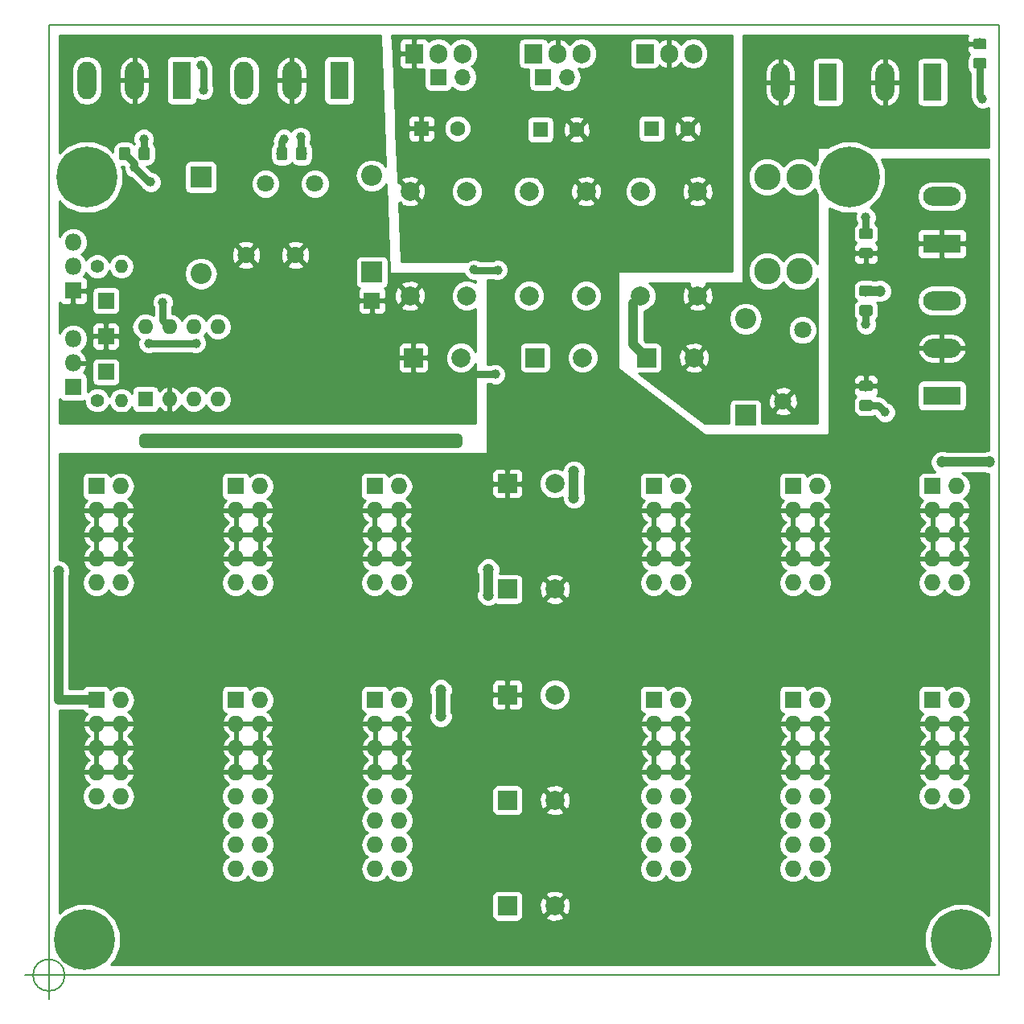
<source format=gbr>
%TF.GenerationSoftware,KiCad,Pcbnew,(5.0.0)*%
%TF.CreationDate,2019-01-09T21:44:21+01:00*%
%TF.ProjectId,KicadEuropower,4B696361644575726F706F7765722E6B,Rev A*%
%TF.SameCoordinates,Original*%
%TF.FileFunction,Copper,L1,Top,Signal*%
%TF.FilePolarity,Positive*%
%FSLAX46Y46*%
G04 Gerber Fmt 4.6, Leading zero omitted, Abs format (unit mm)*
G04 Created by KiCad (PCBNEW (5.0.0)) date 01/09/19 21:44:21*
%MOMM*%
%LPD*%
G01*
G04 APERTURE LIST*
%ADD10C,1.000000*%
%ADD11C,0.150000*%
%ADD12C,0.200000*%
%ADD13C,0.800000*%
%ADD14C,6.400000*%
%ADD15C,2.780000*%
%ADD16R,1.727200X1.727200*%
%ADD17O,1.727200X1.727200*%
%ADD18C,1.800000*%
%ADD19C,1.600000*%
%ADD20R,1.600000X1.600000*%
%ADD21C,1.998980*%
%ADD22O,1.980000X3.960000*%
%ADD23R,1.980000X3.960000*%
%ADD24R,3.960000X1.980000*%
%ADD25O,3.960000X1.980000*%
%ADD26R,1.905000X2.000000*%
%ADD27O,1.905000X2.000000*%
%ADD28O,2.200000X2.200000*%
%ADD29R,2.200000X2.200000*%
%ADD30C,1.150000*%
%ADD31C,2.000000*%
%ADD32R,2.000000X2.000000*%
%ADD33O,1.800000X1.800000*%
%ADD34R,1.800000X1.800000*%
%ADD35O,1.400000X1.400000*%
%ADD36C,1.400000*%
%ADD37O,1.600000X1.600000*%
%ADD38R,1.700000X1.700000*%
%ADD39O,1.700000X1.700000*%
%ADD40C,1.200000*%
%ADD41C,1.000000*%
%ADD42C,0.750000*%
%ADD43C,0.254000*%
G04 APERTURE END LIST*
D10*
X110000000Y-94000000D02*
X110000000Y-93500000D01*
X143000000Y-94000000D02*
X110000000Y-94000000D01*
X143000000Y-93500000D02*
X143000000Y-94000000D01*
X110000000Y-93500000D02*
X143000000Y-93500000D01*
D11*
X101666666Y-150000000D02*
G75*
G03X101666666Y-150000000I-1666666J0D01*
G01*
X97500000Y-150000000D02*
X102500000Y-150000000D01*
X100000000Y-147500000D02*
X100000000Y-152500000D01*
D12*
X200000000Y-50000000D02*
X100000000Y-50000000D01*
X200000000Y-150000000D02*
X200000000Y-50000000D01*
X100000000Y-150000000D02*
X200000000Y-150000000D01*
X100000000Y-50000000D02*
X100000000Y-150000000D01*
D13*
X185947056Y-64302944D03*
X184250000Y-63600000D03*
X182552944Y-64302944D03*
X181850000Y-66000000D03*
X182552944Y-67697056D03*
X184250000Y-68400000D03*
X185947056Y-67697056D03*
X186650000Y-66000000D03*
D14*
X184250000Y-66000000D03*
X104000000Y-66000000D03*
D13*
X106400000Y-66000000D03*
X105697056Y-67697056D03*
X104000000Y-68400000D03*
X102302944Y-67697056D03*
X101600000Y-66000000D03*
X102302944Y-64302944D03*
X104000000Y-63600000D03*
X105697056Y-64302944D03*
D14*
X196000000Y-146250000D03*
D13*
X198400000Y-146250000D03*
X197697056Y-147947056D03*
X196000000Y-148650000D03*
X194302944Y-147947056D03*
X193600000Y-146250000D03*
X194302944Y-144552944D03*
X196000000Y-143850000D03*
X197697056Y-144552944D03*
D15*
X179000000Y-66000000D03*
X175600000Y-66000000D03*
X179000000Y-75920000D03*
X175600000Y-75920000D03*
D16*
X178333330Y-98535001D03*
D17*
X180873330Y-98535001D03*
X178333330Y-101075001D03*
X180873330Y-101075001D03*
X178333330Y-103615001D03*
X180873330Y-103615001D03*
X178333330Y-106155001D03*
X180873330Y-106155001D03*
X178333330Y-108695001D03*
X180873330Y-108695001D03*
D16*
X163666664Y-121000000D03*
D17*
X166206664Y-121000000D03*
X163666664Y-123540000D03*
X166206664Y-123540000D03*
X163666664Y-126080000D03*
X166206664Y-126080000D03*
X163666664Y-128620000D03*
X166206664Y-128620000D03*
X163666664Y-131160000D03*
X166206664Y-131160000D03*
X163666664Y-133700000D03*
X166206664Y-133700000D03*
X163666664Y-136240000D03*
X166206664Y-136240000D03*
X163666664Y-138780000D03*
X166206664Y-138780000D03*
X195540000Y-108695001D03*
X193000000Y-108695001D03*
X195540000Y-106155001D03*
X193000000Y-106155001D03*
X195540000Y-103615001D03*
X193000000Y-103615001D03*
X195540000Y-101075001D03*
X193000000Y-101075001D03*
X195540000Y-98535001D03*
D16*
X193000000Y-98535001D03*
D17*
X122206666Y-138780000D03*
X119666666Y-138780000D03*
X122206666Y-136240000D03*
X119666666Y-136240000D03*
X122206666Y-133700000D03*
X119666666Y-133700000D03*
X122206666Y-131160000D03*
X119666666Y-131160000D03*
X122206666Y-128620000D03*
X119666666Y-128620000D03*
X122206666Y-126080000D03*
X119666666Y-126080000D03*
X122206666Y-123540000D03*
X119666666Y-123540000D03*
X122206666Y-121000000D03*
D16*
X119666666Y-121000000D03*
X193000000Y-121000000D03*
D17*
X195540000Y-121000000D03*
X193000000Y-123540000D03*
X195540000Y-123540000D03*
X193000000Y-126080000D03*
X195540000Y-126080000D03*
X193000000Y-128620000D03*
X195540000Y-128620000D03*
X193000000Y-131160000D03*
X195540000Y-131160000D03*
D16*
X134333332Y-121000000D03*
D17*
X136873332Y-121000000D03*
X134333332Y-123540000D03*
X136873332Y-123540000D03*
X134333332Y-126080000D03*
X136873332Y-126080000D03*
X134333332Y-128620000D03*
X136873332Y-128620000D03*
X134333332Y-131160000D03*
X136873332Y-131160000D03*
X134333332Y-133700000D03*
X136873332Y-133700000D03*
X134333332Y-136240000D03*
X136873332Y-136240000D03*
X134333332Y-138780000D03*
X136873332Y-138780000D03*
X107540000Y-108695001D03*
X105000000Y-108695001D03*
X107540000Y-106155001D03*
X105000000Y-106155001D03*
X107540000Y-103615001D03*
X105000000Y-103615001D03*
X107540000Y-101075001D03*
X105000000Y-101075001D03*
X107540000Y-98535001D03*
D16*
X105000000Y-98535001D03*
D17*
X180873330Y-138780000D03*
X178333330Y-138780000D03*
X180873330Y-136240000D03*
X178333330Y-136240000D03*
X180873330Y-133700000D03*
X178333330Y-133700000D03*
X180873330Y-131160000D03*
X178333330Y-131160000D03*
X180873330Y-128620000D03*
X178333330Y-128620000D03*
X180873330Y-126080000D03*
X178333330Y-126080000D03*
X180873330Y-123540000D03*
X178333330Y-123540000D03*
X180873330Y-121000000D03*
D16*
X178333330Y-121000000D03*
D17*
X166206664Y-108695001D03*
X163666664Y-108695001D03*
X166206664Y-106155001D03*
X163666664Y-106155001D03*
X166206664Y-103615001D03*
X163666664Y-103615001D03*
X166206664Y-101075001D03*
X163666664Y-101075001D03*
X166206664Y-98535001D03*
D16*
X163666664Y-98535001D03*
X119666666Y-98535001D03*
D17*
X122206666Y-98535001D03*
X119666666Y-101075001D03*
X122206666Y-101075001D03*
X119666666Y-103615001D03*
X122206666Y-103615001D03*
X119666666Y-106155001D03*
X122206666Y-106155001D03*
X119666666Y-108695001D03*
X122206666Y-108695001D03*
X107540000Y-131160000D03*
X105000000Y-131160000D03*
X107540000Y-128620000D03*
X105000000Y-128620000D03*
X107540000Y-126080000D03*
X105000000Y-126080000D03*
X107540000Y-123540000D03*
X105000000Y-123540000D03*
X107540000Y-121000000D03*
D16*
X105000000Y-121000000D03*
X134290000Y-98535001D03*
D17*
X136830000Y-98535001D03*
X134290000Y-101075001D03*
X136830000Y-101075001D03*
X134290000Y-103615001D03*
X136830000Y-103615001D03*
X134290000Y-106155001D03*
X136830000Y-106155001D03*
X134290000Y-108695001D03*
X136830000Y-108695001D03*
D18*
X179324696Y-82089161D03*
X177274696Y-89589161D03*
D19*
X155537349Y-61000000D03*
D20*
X151737349Y-61000000D03*
X163467349Y-60890000D03*
D19*
X167267349Y-60890000D03*
D20*
X139197349Y-60890000D03*
D19*
X142997349Y-60890000D03*
D21*
X156539740Y-78499100D03*
X156539740Y-67500900D03*
X150540260Y-78499100D03*
X150540260Y-67500900D03*
X168269740Y-78499100D03*
X168269740Y-67500900D03*
X162270260Y-78499100D03*
X162270260Y-67500900D03*
X138000260Y-67500900D03*
X138000260Y-78499100D03*
X143999740Y-67500900D03*
X143999740Y-78499100D03*
D22*
X177000000Y-56000000D03*
D23*
X182000000Y-56000000D03*
X193000000Y-56000000D03*
D22*
X188000000Y-56000000D03*
D24*
X194000000Y-73000000D03*
D25*
X194000000Y-68000000D03*
D23*
X114000000Y-55816585D03*
D22*
X109000000Y-55816585D03*
X104000000Y-55816585D03*
X120553224Y-55816585D03*
X125553224Y-55816585D03*
D23*
X130553224Y-55816585D03*
D24*
X194000000Y-89000000D03*
D25*
X194000000Y-84000000D03*
X194000000Y-79000000D03*
D18*
X128000000Y-66700000D03*
X125950000Y-74200000D03*
X122796854Y-66700000D03*
X120746854Y-74200000D03*
D26*
X151000000Y-53000000D03*
D27*
X153540000Y-53000000D03*
X156080000Y-53000000D03*
D26*
X162730000Y-53000000D03*
D27*
X165270000Y-53000000D03*
X167810000Y-53000000D03*
X143540000Y-53000000D03*
X141000000Y-53000000D03*
D26*
X138460000Y-53000000D03*
D28*
X134000000Y-65840000D03*
D29*
X134000000Y-76000000D03*
X173324696Y-91089161D03*
D28*
X173324696Y-80929161D03*
D11*
G36*
X198474505Y-53451204D02*
X198498773Y-53454804D01*
X198522572Y-53460765D01*
X198545671Y-53469030D01*
X198567850Y-53479520D01*
X198588893Y-53492132D01*
X198608599Y-53506747D01*
X198626777Y-53523223D01*
X198643253Y-53541401D01*
X198657868Y-53561107D01*
X198670480Y-53582150D01*
X198680970Y-53604329D01*
X198689235Y-53627428D01*
X198695196Y-53651227D01*
X198698796Y-53675495D01*
X198700000Y-53699999D01*
X198700000Y-54350001D01*
X198698796Y-54374505D01*
X198695196Y-54398773D01*
X198689235Y-54422572D01*
X198680970Y-54445671D01*
X198670480Y-54467850D01*
X198657868Y-54488893D01*
X198643253Y-54508599D01*
X198626777Y-54526777D01*
X198608599Y-54543253D01*
X198588893Y-54557868D01*
X198567850Y-54570480D01*
X198545671Y-54580970D01*
X198522572Y-54589235D01*
X198498773Y-54595196D01*
X198474505Y-54598796D01*
X198450001Y-54600000D01*
X197549999Y-54600000D01*
X197525495Y-54598796D01*
X197501227Y-54595196D01*
X197477428Y-54589235D01*
X197454329Y-54580970D01*
X197432150Y-54570480D01*
X197411107Y-54557868D01*
X197391401Y-54543253D01*
X197373223Y-54526777D01*
X197356747Y-54508599D01*
X197342132Y-54488893D01*
X197329520Y-54467850D01*
X197319030Y-54445671D01*
X197310765Y-54422572D01*
X197304804Y-54398773D01*
X197301204Y-54374505D01*
X197300000Y-54350001D01*
X197300000Y-53699999D01*
X197301204Y-53675495D01*
X197304804Y-53651227D01*
X197310765Y-53627428D01*
X197319030Y-53604329D01*
X197329520Y-53582150D01*
X197342132Y-53561107D01*
X197356747Y-53541401D01*
X197373223Y-53523223D01*
X197391401Y-53506747D01*
X197411107Y-53492132D01*
X197432150Y-53479520D01*
X197454329Y-53469030D01*
X197477428Y-53460765D01*
X197501227Y-53454804D01*
X197525495Y-53451204D01*
X197549999Y-53450000D01*
X198450001Y-53450000D01*
X198474505Y-53451204D01*
X198474505Y-53451204D01*
G37*
D30*
X198000000Y-54025000D03*
D11*
G36*
X198474505Y-51401204D02*
X198498773Y-51404804D01*
X198522572Y-51410765D01*
X198545671Y-51419030D01*
X198567850Y-51429520D01*
X198588893Y-51442132D01*
X198608599Y-51456747D01*
X198626777Y-51473223D01*
X198643253Y-51491401D01*
X198657868Y-51511107D01*
X198670480Y-51532150D01*
X198680970Y-51554329D01*
X198689235Y-51577428D01*
X198695196Y-51601227D01*
X198698796Y-51625495D01*
X198700000Y-51649999D01*
X198700000Y-52300001D01*
X198698796Y-52324505D01*
X198695196Y-52348773D01*
X198689235Y-52372572D01*
X198680970Y-52395671D01*
X198670480Y-52417850D01*
X198657868Y-52438893D01*
X198643253Y-52458599D01*
X198626777Y-52476777D01*
X198608599Y-52493253D01*
X198588893Y-52507868D01*
X198567850Y-52520480D01*
X198545671Y-52530970D01*
X198522572Y-52539235D01*
X198498773Y-52545196D01*
X198474505Y-52548796D01*
X198450001Y-52550000D01*
X197549999Y-52550000D01*
X197525495Y-52548796D01*
X197501227Y-52545196D01*
X197477428Y-52539235D01*
X197454329Y-52530970D01*
X197432150Y-52520480D01*
X197411107Y-52507868D01*
X197391401Y-52493253D01*
X197373223Y-52476777D01*
X197356747Y-52458599D01*
X197342132Y-52438893D01*
X197329520Y-52417850D01*
X197319030Y-52395671D01*
X197310765Y-52372572D01*
X197304804Y-52348773D01*
X197301204Y-52324505D01*
X197300000Y-52300001D01*
X197300000Y-51649999D01*
X197301204Y-51625495D01*
X197304804Y-51601227D01*
X197310765Y-51577428D01*
X197319030Y-51554329D01*
X197329520Y-51532150D01*
X197342132Y-51511107D01*
X197356747Y-51491401D01*
X197373223Y-51473223D01*
X197391401Y-51456747D01*
X197411107Y-51442132D01*
X197432150Y-51429520D01*
X197454329Y-51419030D01*
X197477428Y-51410765D01*
X197501227Y-51404804D01*
X197525495Y-51401204D01*
X197549999Y-51400000D01*
X198450001Y-51400000D01*
X198474505Y-51401204D01*
X198474505Y-51401204D01*
G37*
D30*
X198000000Y-51975000D03*
D11*
G36*
X124877729Y-62817150D02*
X124901997Y-62820750D01*
X124925796Y-62826711D01*
X124948895Y-62834976D01*
X124971074Y-62845466D01*
X124992117Y-62858078D01*
X125011823Y-62872693D01*
X125030001Y-62889169D01*
X125046477Y-62907347D01*
X125061092Y-62927053D01*
X125073704Y-62948096D01*
X125084194Y-62970275D01*
X125092459Y-62993374D01*
X125098420Y-63017173D01*
X125102020Y-63041441D01*
X125103224Y-63065945D01*
X125103224Y-63965947D01*
X125102020Y-63990451D01*
X125098420Y-64014719D01*
X125092459Y-64038518D01*
X125084194Y-64061617D01*
X125073704Y-64083796D01*
X125061092Y-64104839D01*
X125046477Y-64124545D01*
X125030001Y-64142723D01*
X125011823Y-64159199D01*
X124992117Y-64173814D01*
X124971074Y-64186426D01*
X124948895Y-64196916D01*
X124925796Y-64205181D01*
X124901997Y-64211142D01*
X124877729Y-64214742D01*
X124853225Y-64215946D01*
X124203223Y-64215946D01*
X124178719Y-64214742D01*
X124154451Y-64211142D01*
X124130652Y-64205181D01*
X124107553Y-64196916D01*
X124085374Y-64186426D01*
X124064331Y-64173814D01*
X124044625Y-64159199D01*
X124026447Y-64142723D01*
X124009971Y-64124545D01*
X123995356Y-64104839D01*
X123982744Y-64083796D01*
X123972254Y-64061617D01*
X123963989Y-64038518D01*
X123958028Y-64014719D01*
X123954428Y-63990451D01*
X123953224Y-63965947D01*
X123953224Y-63065945D01*
X123954428Y-63041441D01*
X123958028Y-63017173D01*
X123963989Y-62993374D01*
X123972254Y-62970275D01*
X123982744Y-62948096D01*
X123995356Y-62927053D01*
X124009971Y-62907347D01*
X124026447Y-62889169D01*
X124044625Y-62872693D01*
X124064331Y-62858078D01*
X124085374Y-62845466D01*
X124107553Y-62834976D01*
X124130652Y-62826711D01*
X124154451Y-62820750D01*
X124178719Y-62817150D01*
X124203223Y-62815946D01*
X124853225Y-62815946D01*
X124877729Y-62817150D01*
X124877729Y-62817150D01*
G37*
D30*
X124528224Y-63515946D03*
D11*
G36*
X126927729Y-62817150D02*
X126951997Y-62820750D01*
X126975796Y-62826711D01*
X126998895Y-62834976D01*
X127021074Y-62845466D01*
X127042117Y-62858078D01*
X127061823Y-62872693D01*
X127080001Y-62889169D01*
X127096477Y-62907347D01*
X127111092Y-62927053D01*
X127123704Y-62948096D01*
X127134194Y-62970275D01*
X127142459Y-62993374D01*
X127148420Y-63017173D01*
X127152020Y-63041441D01*
X127153224Y-63065945D01*
X127153224Y-63965947D01*
X127152020Y-63990451D01*
X127148420Y-64014719D01*
X127142459Y-64038518D01*
X127134194Y-64061617D01*
X127123704Y-64083796D01*
X127111092Y-64104839D01*
X127096477Y-64124545D01*
X127080001Y-64142723D01*
X127061823Y-64159199D01*
X127042117Y-64173814D01*
X127021074Y-64186426D01*
X126998895Y-64196916D01*
X126975796Y-64205181D01*
X126951997Y-64211142D01*
X126927729Y-64214742D01*
X126903225Y-64215946D01*
X126253223Y-64215946D01*
X126228719Y-64214742D01*
X126204451Y-64211142D01*
X126180652Y-64205181D01*
X126157553Y-64196916D01*
X126135374Y-64186426D01*
X126114331Y-64173814D01*
X126094625Y-64159199D01*
X126076447Y-64142723D01*
X126059971Y-64124545D01*
X126045356Y-64104839D01*
X126032744Y-64083796D01*
X126022254Y-64061617D01*
X126013989Y-64038518D01*
X126008028Y-64014719D01*
X126004428Y-63990451D01*
X126003224Y-63965947D01*
X126003224Y-63065945D01*
X126004428Y-63041441D01*
X126008028Y-63017173D01*
X126013989Y-62993374D01*
X126022254Y-62970275D01*
X126032744Y-62948096D01*
X126045356Y-62927053D01*
X126059971Y-62907347D01*
X126076447Y-62889169D01*
X126094625Y-62872693D01*
X126114331Y-62858078D01*
X126135374Y-62845466D01*
X126157553Y-62834976D01*
X126180652Y-62826711D01*
X126204451Y-62820750D01*
X126228719Y-62817150D01*
X126253223Y-62815946D01*
X126903225Y-62815946D01*
X126927729Y-62817150D01*
X126927729Y-62817150D01*
G37*
D30*
X126578224Y-63515946D03*
D11*
G36*
X110374505Y-62817150D02*
X110398773Y-62820750D01*
X110422572Y-62826711D01*
X110445671Y-62834976D01*
X110467850Y-62845466D01*
X110488893Y-62858078D01*
X110508599Y-62872693D01*
X110526777Y-62889169D01*
X110543253Y-62907347D01*
X110557868Y-62927053D01*
X110570480Y-62948096D01*
X110580970Y-62970275D01*
X110589235Y-62993374D01*
X110595196Y-63017173D01*
X110598796Y-63041441D01*
X110600000Y-63065945D01*
X110600000Y-63965947D01*
X110598796Y-63990451D01*
X110595196Y-64014719D01*
X110589235Y-64038518D01*
X110580970Y-64061617D01*
X110570480Y-64083796D01*
X110557868Y-64104839D01*
X110543253Y-64124545D01*
X110526777Y-64142723D01*
X110508599Y-64159199D01*
X110488893Y-64173814D01*
X110467850Y-64186426D01*
X110445671Y-64196916D01*
X110422572Y-64205181D01*
X110398773Y-64211142D01*
X110374505Y-64214742D01*
X110350001Y-64215946D01*
X109699999Y-64215946D01*
X109675495Y-64214742D01*
X109651227Y-64211142D01*
X109627428Y-64205181D01*
X109604329Y-64196916D01*
X109582150Y-64186426D01*
X109561107Y-64173814D01*
X109541401Y-64159199D01*
X109523223Y-64142723D01*
X109506747Y-64124545D01*
X109492132Y-64104839D01*
X109479520Y-64083796D01*
X109469030Y-64061617D01*
X109460765Y-64038518D01*
X109454804Y-64014719D01*
X109451204Y-63990451D01*
X109450000Y-63965947D01*
X109450000Y-63065945D01*
X109451204Y-63041441D01*
X109454804Y-63017173D01*
X109460765Y-62993374D01*
X109469030Y-62970275D01*
X109479520Y-62948096D01*
X109492132Y-62927053D01*
X109506747Y-62907347D01*
X109523223Y-62889169D01*
X109541401Y-62872693D01*
X109561107Y-62858078D01*
X109582150Y-62845466D01*
X109604329Y-62834976D01*
X109627428Y-62826711D01*
X109651227Y-62820750D01*
X109675495Y-62817150D01*
X109699999Y-62815946D01*
X110350001Y-62815946D01*
X110374505Y-62817150D01*
X110374505Y-62817150D01*
G37*
D30*
X110025000Y-63515946D03*
D11*
G36*
X108324505Y-62817150D02*
X108348773Y-62820750D01*
X108372572Y-62826711D01*
X108395671Y-62834976D01*
X108417850Y-62845466D01*
X108438893Y-62858078D01*
X108458599Y-62872693D01*
X108476777Y-62889169D01*
X108493253Y-62907347D01*
X108507868Y-62927053D01*
X108520480Y-62948096D01*
X108530970Y-62970275D01*
X108539235Y-62993374D01*
X108545196Y-63017173D01*
X108548796Y-63041441D01*
X108550000Y-63065945D01*
X108550000Y-63965947D01*
X108548796Y-63990451D01*
X108545196Y-64014719D01*
X108539235Y-64038518D01*
X108530970Y-64061617D01*
X108520480Y-64083796D01*
X108507868Y-64104839D01*
X108493253Y-64124545D01*
X108476777Y-64142723D01*
X108458599Y-64159199D01*
X108438893Y-64173814D01*
X108417850Y-64186426D01*
X108395671Y-64196916D01*
X108372572Y-64205181D01*
X108348773Y-64211142D01*
X108324505Y-64214742D01*
X108300001Y-64215946D01*
X107649999Y-64215946D01*
X107625495Y-64214742D01*
X107601227Y-64211142D01*
X107577428Y-64205181D01*
X107554329Y-64196916D01*
X107532150Y-64186426D01*
X107511107Y-64173814D01*
X107491401Y-64159199D01*
X107473223Y-64142723D01*
X107456747Y-64124545D01*
X107442132Y-64104839D01*
X107429520Y-64083796D01*
X107419030Y-64061617D01*
X107410765Y-64038518D01*
X107404804Y-64014719D01*
X107401204Y-63990451D01*
X107400000Y-63965947D01*
X107400000Y-63065945D01*
X107401204Y-63041441D01*
X107404804Y-63017173D01*
X107410765Y-62993374D01*
X107419030Y-62970275D01*
X107429520Y-62948096D01*
X107442132Y-62927053D01*
X107456747Y-62907347D01*
X107473223Y-62889169D01*
X107491401Y-62872693D01*
X107511107Y-62858078D01*
X107532150Y-62845466D01*
X107554329Y-62834976D01*
X107577428Y-62826711D01*
X107601227Y-62820750D01*
X107625495Y-62817150D01*
X107649999Y-62815946D01*
X108300001Y-62815946D01*
X108324505Y-62817150D01*
X108324505Y-62817150D01*
G37*
D30*
X107975000Y-63515946D03*
D29*
X116000000Y-66000000D03*
D28*
X116000000Y-76160000D03*
D11*
G36*
X186474505Y-87401204D02*
X186498773Y-87404804D01*
X186522572Y-87410765D01*
X186545671Y-87419030D01*
X186567850Y-87429520D01*
X186588893Y-87442132D01*
X186608599Y-87456747D01*
X186626777Y-87473223D01*
X186643253Y-87491401D01*
X186657868Y-87511107D01*
X186670480Y-87532150D01*
X186680970Y-87554329D01*
X186689235Y-87577428D01*
X186695196Y-87601227D01*
X186698796Y-87625495D01*
X186700000Y-87649999D01*
X186700000Y-88300001D01*
X186698796Y-88324505D01*
X186695196Y-88348773D01*
X186689235Y-88372572D01*
X186680970Y-88395671D01*
X186670480Y-88417850D01*
X186657868Y-88438893D01*
X186643253Y-88458599D01*
X186626777Y-88476777D01*
X186608599Y-88493253D01*
X186588893Y-88507868D01*
X186567850Y-88520480D01*
X186545671Y-88530970D01*
X186522572Y-88539235D01*
X186498773Y-88545196D01*
X186474505Y-88548796D01*
X186450001Y-88550000D01*
X185549999Y-88550000D01*
X185525495Y-88548796D01*
X185501227Y-88545196D01*
X185477428Y-88539235D01*
X185454329Y-88530970D01*
X185432150Y-88520480D01*
X185411107Y-88507868D01*
X185391401Y-88493253D01*
X185373223Y-88476777D01*
X185356747Y-88458599D01*
X185342132Y-88438893D01*
X185329520Y-88417850D01*
X185319030Y-88395671D01*
X185310765Y-88372572D01*
X185304804Y-88348773D01*
X185301204Y-88324505D01*
X185300000Y-88300001D01*
X185300000Y-87649999D01*
X185301204Y-87625495D01*
X185304804Y-87601227D01*
X185310765Y-87577428D01*
X185319030Y-87554329D01*
X185329520Y-87532150D01*
X185342132Y-87511107D01*
X185356747Y-87491401D01*
X185373223Y-87473223D01*
X185391401Y-87456747D01*
X185411107Y-87442132D01*
X185432150Y-87429520D01*
X185454329Y-87419030D01*
X185477428Y-87410765D01*
X185501227Y-87404804D01*
X185525495Y-87401204D01*
X185549999Y-87400000D01*
X186450001Y-87400000D01*
X186474505Y-87401204D01*
X186474505Y-87401204D01*
G37*
D30*
X186000000Y-87975000D03*
D11*
G36*
X186474505Y-89451204D02*
X186498773Y-89454804D01*
X186522572Y-89460765D01*
X186545671Y-89469030D01*
X186567850Y-89479520D01*
X186588893Y-89492132D01*
X186608599Y-89506747D01*
X186626777Y-89523223D01*
X186643253Y-89541401D01*
X186657868Y-89561107D01*
X186670480Y-89582150D01*
X186680970Y-89604329D01*
X186689235Y-89627428D01*
X186695196Y-89651227D01*
X186698796Y-89675495D01*
X186700000Y-89699999D01*
X186700000Y-90350001D01*
X186698796Y-90374505D01*
X186695196Y-90398773D01*
X186689235Y-90422572D01*
X186680970Y-90445671D01*
X186670480Y-90467850D01*
X186657868Y-90488893D01*
X186643253Y-90508599D01*
X186626777Y-90526777D01*
X186608599Y-90543253D01*
X186588893Y-90557868D01*
X186567850Y-90570480D01*
X186545671Y-90580970D01*
X186522572Y-90589235D01*
X186498773Y-90595196D01*
X186474505Y-90598796D01*
X186450001Y-90600000D01*
X185549999Y-90600000D01*
X185525495Y-90598796D01*
X185501227Y-90595196D01*
X185477428Y-90589235D01*
X185454329Y-90580970D01*
X185432150Y-90570480D01*
X185411107Y-90557868D01*
X185391401Y-90543253D01*
X185373223Y-90526777D01*
X185356747Y-90508599D01*
X185342132Y-90488893D01*
X185329520Y-90467850D01*
X185319030Y-90445671D01*
X185310765Y-90422572D01*
X185304804Y-90398773D01*
X185301204Y-90374505D01*
X185300000Y-90350001D01*
X185300000Y-89699999D01*
X185301204Y-89675495D01*
X185304804Y-89651227D01*
X185310765Y-89627428D01*
X185319030Y-89604329D01*
X185329520Y-89582150D01*
X185342132Y-89561107D01*
X185356747Y-89541401D01*
X185373223Y-89523223D01*
X185391401Y-89506747D01*
X185411107Y-89492132D01*
X185432150Y-89479520D01*
X185454329Y-89469030D01*
X185477428Y-89460765D01*
X185501227Y-89454804D01*
X185525495Y-89451204D01*
X185549999Y-89450000D01*
X186450001Y-89450000D01*
X186474505Y-89451204D01*
X186474505Y-89451204D01*
G37*
D30*
X186000000Y-90025000D03*
D11*
G36*
X186474505Y-79451204D02*
X186498773Y-79454804D01*
X186522572Y-79460765D01*
X186545671Y-79469030D01*
X186567850Y-79479520D01*
X186588893Y-79492132D01*
X186608599Y-79506747D01*
X186626777Y-79523223D01*
X186643253Y-79541401D01*
X186657868Y-79561107D01*
X186670480Y-79582150D01*
X186680970Y-79604329D01*
X186689235Y-79627428D01*
X186695196Y-79651227D01*
X186698796Y-79675495D01*
X186700000Y-79699999D01*
X186700000Y-80350001D01*
X186698796Y-80374505D01*
X186695196Y-80398773D01*
X186689235Y-80422572D01*
X186680970Y-80445671D01*
X186670480Y-80467850D01*
X186657868Y-80488893D01*
X186643253Y-80508599D01*
X186626777Y-80526777D01*
X186608599Y-80543253D01*
X186588893Y-80557868D01*
X186567850Y-80570480D01*
X186545671Y-80580970D01*
X186522572Y-80589235D01*
X186498773Y-80595196D01*
X186474505Y-80598796D01*
X186450001Y-80600000D01*
X185549999Y-80600000D01*
X185525495Y-80598796D01*
X185501227Y-80595196D01*
X185477428Y-80589235D01*
X185454329Y-80580970D01*
X185432150Y-80570480D01*
X185411107Y-80557868D01*
X185391401Y-80543253D01*
X185373223Y-80526777D01*
X185356747Y-80508599D01*
X185342132Y-80488893D01*
X185329520Y-80467850D01*
X185319030Y-80445671D01*
X185310765Y-80422572D01*
X185304804Y-80398773D01*
X185301204Y-80374505D01*
X185300000Y-80350001D01*
X185300000Y-79699999D01*
X185301204Y-79675495D01*
X185304804Y-79651227D01*
X185310765Y-79627428D01*
X185319030Y-79604329D01*
X185329520Y-79582150D01*
X185342132Y-79561107D01*
X185356747Y-79541401D01*
X185373223Y-79523223D01*
X185391401Y-79506747D01*
X185411107Y-79492132D01*
X185432150Y-79479520D01*
X185454329Y-79469030D01*
X185477428Y-79460765D01*
X185501227Y-79454804D01*
X185525495Y-79451204D01*
X185549999Y-79450000D01*
X186450001Y-79450000D01*
X186474505Y-79451204D01*
X186474505Y-79451204D01*
G37*
D30*
X186000000Y-80025000D03*
D11*
G36*
X186474505Y-77401204D02*
X186498773Y-77404804D01*
X186522572Y-77410765D01*
X186545671Y-77419030D01*
X186567850Y-77429520D01*
X186588893Y-77442132D01*
X186608599Y-77456747D01*
X186626777Y-77473223D01*
X186643253Y-77491401D01*
X186657868Y-77511107D01*
X186670480Y-77532150D01*
X186680970Y-77554329D01*
X186689235Y-77577428D01*
X186695196Y-77601227D01*
X186698796Y-77625495D01*
X186700000Y-77649999D01*
X186700000Y-78300001D01*
X186698796Y-78324505D01*
X186695196Y-78348773D01*
X186689235Y-78372572D01*
X186680970Y-78395671D01*
X186670480Y-78417850D01*
X186657868Y-78438893D01*
X186643253Y-78458599D01*
X186626777Y-78476777D01*
X186608599Y-78493253D01*
X186588893Y-78507868D01*
X186567850Y-78520480D01*
X186545671Y-78530970D01*
X186522572Y-78539235D01*
X186498773Y-78545196D01*
X186474505Y-78548796D01*
X186450001Y-78550000D01*
X185549999Y-78550000D01*
X185525495Y-78548796D01*
X185501227Y-78545196D01*
X185477428Y-78539235D01*
X185454329Y-78530970D01*
X185432150Y-78520480D01*
X185411107Y-78507868D01*
X185391401Y-78493253D01*
X185373223Y-78476777D01*
X185356747Y-78458599D01*
X185342132Y-78438893D01*
X185329520Y-78417850D01*
X185319030Y-78395671D01*
X185310765Y-78372572D01*
X185304804Y-78348773D01*
X185301204Y-78324505D01*
X185300000Y-78300001D01*
X185300000Y-77649999D01*
X185301204Y-77625495D01*
X185304804Y-77601227D01*
X185310765Y-77577428D01*
X185319030Y-77554329D01*
X185329520Y-77532150D01*
X185342132Y-77511107D01*
X185356747Y-77491401D01*
X185373223Y-77473223D01*
X185391401Y-77456747D01*
X185411107Y-77442132D01*
X185432150Y-77429520D01*
X185454329Y-77419030D01*
X185477428Y-77410765D01*
X185501227Y-77404804D01*
X185525495Y-77401204D01*
X185549999Y-77400000D01*
X186450001Y-77400000D01*
X186474505Y-77401204D01*
X186474505Y-77401204D01*
G37*
D30*
X186000000Y-77975000D03*
D11*
G36*
X186474505Y-73426204D02*
X186498773Y-73429804D01*
X186522572Y-73435765D01*
X186545671Y-73444030D01*
X186567850Y-73454520D01*
X186588893Y-73467132D01*
X186608599Y-73481747D01*
X186626777Y-73498223D01*
X186643253Y-73516401D01*
X186657868Y-73536107D01*
X186670480Y-73557150D01*
X186680970Y-73579329D01*
X186689235Y-73602428D01*
X186695196Y-73626227D01*
X186698796Y-73650495D01*
X186700000Y-73674999D01*
X186700000Y-74325001D01*
X186698796Y-74349505D01*
X186695196Y-74373773D01*
X186689235Y-74397572D01*
X186680970Y-74420671D01*
X186670480Y-74442850D01*
X186657868Y-74463893D01*
X186643253Y-74483599D01*
X186626777Y-74501777D01*
X186608599Y-74518253D01*
X186588893Y-74532868D01*
X186567850Y-74545480D01*
X186545671Y-74555970D01*
X186522572Y-74564235D01*
X186498773Y-74570196D01*
X186474505Y-74573796D01*
X186450001Y-74575000D01*
X185549999Y-74575000D01*
X185525495Y-74573796D01*
X185501227Y-74570196D01*
X185477428Y-74564235D01*
X185454329Y-74555970D01*
X185432150Y-74545480D01*
X185411107Y-74532868D01*
X185391401Y-74518253D01*
X185373223Y-74501777D01*
X185356747Y-74483599D01*
X185342132Y-74463893D01*
X185329520Y-74442850D01*
X185319030Y-74420671D01*
X185310765Y-74397572D01*
X185304804Y-74373773D01*
X185301204Y-74349505D01*
X185300000Y-74325001D01*
X185300000Y-73674999D01*
X185301204Y-73650495D01*
X185304804Y-73626227D01*
X185310765Y-73602428D01*
X185319030Y-73579329D01*
X185329520Y-73557150D01*
X185342132Y-73536107D01*
X185356747Y-73516401D01*
X185373223Y-73498223D01*
X185391401Y-73481747D01*
X185411107Y-73467132D01*
X185432150Y-73454520D01*
X185454329Y-73444030D01*
X185477428Y-73435765D01*
X185501227Y-73429804D01*
X185525495Y-73426204D01*
X185549999Y-73425000D01*
X186450001Y-73425000D01*
X186474505Y-73426204D01*
X186474505Y-73426204D01*
G37*
D30*
X186000000Y-74000000D03*
D11*
G36*
X186474505Y-71376204D02*
X186498773Y-71379804D01*
X186522572Y-71385765D01*
X186545671Y-71394030D01*
X186567850Y-71404520D01*
X186588893Y-71417132D01*
X186608599Y-71431747D01*
X186626777Y-71448223D01*
X186643253Y-71466401D01*
X186657868Y-71486107D01*
X186670480Y-71507150D01*
X186680970Y-71529329D01*
X186689235Y-71552428D01*
X186695196Y-71576227D01*
X186698796Y-71600495D01*
X186700000Y-71624999D01*
X186700000Y-72275001D01*
X186698796Y-72299505D01*
X186695196Y-72323773D01*
X186689235Y-72347572D01*
X186680970Y-72370671D01*
X186670480Y-72392850D01*
X186657868Y-72413893D01*
X186643253Y-72433599D01*
X186626777Y-72451777D01*
X186608599Y-72468253D01*
X186588893Y-72482868D01*
X186567850Y-72495480D01*
X186545671Y-72505970D01*
X186522572Y-72514235D01*
X186498773Y-72520196D01*
X186474505Y-72523796D01*
X186450001Y-72525000D01*
X185549999Y-72525000D01*
X185525495Y-72523796D01*
X185501227Y-72520196D01*
X185477428Y-72514235D01*
X185454329Y-72505970D01*
X185432150Y-72495480D01*
X185411107Y-72482868D01*
X185391401Y-72468253D01*
X185373223Y-72451777D01*
X185356747Y-72433599D01*
X185342132Y-72413893D01*
X185329520Y-72392850D01*
X185319030Y-72370671D01*
X185310765Y-72347572D01*
X185304804Y-72323773D01*
X185301204Y-72299505D01*
X185300000Y-72275001D01*
X185300000Y-71624999D01*
X185301204Y-71600495D01*
X185304804Y-71576227D01*
X185310765Y-71552428D01*
X185319030Y-71529329D01*
X185329520Y-71507150D01*
X185342132Y-71486107D01*
X185356747Y-71466401D01*
X185373223Y-71448223D01*
X185391401Y-71431747D01*
X185411107Y-71417132D01*
X185432150Y-71404520D01*
X185454329Y-71394030D01*
X185477428Y-71385765D01*
X185501227Y-71379804D01*
X185525495Y-71376204D01*
X185549999Y-71375000D01*
X186450001Y-71375000D01*
X186474505Y-71376204D01*
X186474505Y-71376204D01*
G37*
D30*
X186000000Y-71950000D03*
D31*
X156172323Y-85000000D03*
D32*
X151172323Y-85000000D03*
X162902323Y-85020000D03*
D31*
X167902323Y-85020000D03*
D32*
X148260000Y-109372500D03*
D31*
X153260000Y-109372500D03*
X153260000Y-131597500D03*
D32*
X148260000Y-131597500D03*
D31*
X153260000Y-142710000D03*
D32*
X148260000Y-142710000D03*
X138370000Y-85020000D03*
D31*
X143370000Y-85020000D03*
X153260000Y-98260000D03*
D32*
X148260000Y-98260000D03*
X148260000Y-120485000D03*
D31*
X153260000Y-120485000D03*
D33*
X102540000Y-72860000D03*
X102540000Y-75400000D03*
D34*
X102540000Y-77940000D03*
X102540000Y-88100000D03*
D33*
X102540000Y-85560000D03*
X102540000Y-83020000D03*
D35*
X107620000Y-75400000D03*
D36*
X105080000Y-75400000D03*
X105080000Y-89500000D03*
D35*
X107620000Y-89500000D03*
D20*
X110160000Y-89370000D03*
D37*
X117780000Y-81750000D03*
X112700000Y-89370000D03*
X115240000Y-81750000D03*
X115240000Y-89370000D03*
X112700000Y-81750000D03*
X117780000Y-89370000D03*
X110160000Y-81750000D03*
D13*
X105447056Y-144552944D03*
X103750000Y-143850000D03*
X102052944Y-144552944D03*
X101350000Y-146250000D03*
X102052944Y-147947056D03*
X103750000Y-148650000D03*
X105447056Y-147947056D03*
X106150000Y-146250000D03*
D14*
X103750000Y-146250000D03*
D38*
X134000000Y-79000000D03*
X106000000Y-79000000D03*
X106000000Y-82750000D03*
X106000000Y-86500000D03*
D39*
X154540000Y-55500000D03*
D38*
X152000000Y-55500000D03*
X141000000Y-55500000D03*
D39*
X143540000Y-55500000D03*
D40*
X146250000Y-107299989D03*
X146250000Y-110000000D03*
X101000000Y-107500000D03*
X173250000Y-132750000D03*
X158500000Y-133500000D03*
X143500000Y-133000000D03*
X127750000Y-133000000D03*
X187500000Y-78000000D03*
X155250000Y-99750000D03*
X155250000Y-97000000D03*
X141250000Y-122750000D03*
X141250000Y-120000000D03*
X199000000Y-96000000D03*
X194000000Y-96000000D03*
D41*
X147250013Y-75793120D03*
X144750010Y-75750000D03*
X198250000Y-57750000D03*
X126500000Y-61750000D03*
X110000000Y-62000000D03*
X188000000Y-90750000D03*
X186000000Y-81500000D03*
X186000000Y-70250000D03*
X147000000Y-86750000D03*
X144250000Y-87000000D03*
X124750000Y-62000000D03*
X116279414Y-56803834D03*
X116000000Y-54250000D03*
X109000000Y-65000000D03*
X110731895Y-66524114D03*
X115500000Y-83500000D03*
X110500000Y-83500000D03*
X112000000Y-79199999D03*
D10*
X146250000Y-110000000D02*
X146250000Y-107299989D01*
X105000000Y-121000000D02*
X101000000Y-121000000D01*
X101000000Y-121000000D02*
X101000000Y-114000000D01*
X101000000Y-114000000D02*
X101000000Y-107500000D01*
X186000000Y-77975000D02*
X187475000Y-77975000D01*
X187475000Y-77975000D02*
X187500000Y-78000000D01*
X155250000Y-99750000D02*
X155250000Y-97000000D01*
X141250000Y-122750000D02*
X141250000Y-120000000D01*
X199000000Y-96000000D02*
X198151472Y-96000000D01*
X198151472Y-96000000D02*
X194000000Y-96000000D01*
D42*
X147250013Y-75793120D02*
X144793130Y-75793120D01*
X144793130Y-75793120D02*
X144750010Y-75750000D01*
X161500000Y-79269360D02*
X162270260Y-78499100D01*
D10*
X162902323Y-85020000D02*
X161500000Y-83617677D01*
X161500000Y-83617677D02*
X161500000Y-79269360D01*
D42*
X198000000Y-54025000D02*
X198000000Y-57500000D01*
X198000000Y-57500000D02*
X198250000Y-57750000D01*
X126500000Y-63437722D02*
X126578224Y-63515946D01*
X126500000Y-61750000D02*
X126500000Y-63437722D01*
X110025000Y-62025000D02*
X110000000Y-62000000D01*
X110025000Y-63515946D02*
X110025000Y-62025000D01*
X186000000Y-90025000D02*
X187275000Y-90025000D01*
X187275000Y-90025000D02*
X188000000Y-90750000D01*
X186000000Y-81500000D02*
X186000000Y-80025000D01*
X186000000Y-71950000D02*
X186000000Y-70250000D01*
X147000000Y-86750000D02*
X144500000Y-86750000D01*
X144500000Y-86750000D02*
X144250000Y-87000000D01*
X124528224Y-63515946D02*
X124528224Y-62221776D01*
X124528224Y-62221776D02*
X124750000Y-62000000D01*
X116279414Y-54529414D02*
X116000000Y-54250000D01*
X116279414Y-56803834D02*
X116279414Y-54529414D01*
X109000000Y-65000000D02*
X110524114Y-66524114D01*
X109000000Y-64540946D02*
X109000000Y-65000000D01*
X110524114Y-66524114D02*
X110731895Y-66524114D01*
X107975000Y-63515946D02*
X109000000Y-64540946D01*
X115500000Y-83500000D02*
X110500000Y-83500000D01*
X112000000Y-81050000D02*
X112700000Y-81750000D01*
X112000000Y-79199999D02*
X112000000Y-81050000D01*
D43*
G36*
X135427008Y-64852752D02*
X135250865Y-64589135D01*
X134676963Y-64205666D01*
X134170880Y-64105000D01*
X133829120Y-64105000D01*
X133323037Y-64205666D01*
X132749135Y-64589135D01*
X132365666Y-65163037D01*
X132231010Y-65840000D01*
X132365666Y-66516963D01*
X132749135Y-67090865D01*
X133323037Y-67474334D01*
X133829120Y-67575000D01*
X134170880Y-67575000D01*
X134676963Y-67474334D01*
X135250865Y-67090865D01*
X135501527Y-66715723D01*
X135873101Y-76005076D01*
X135884704Y-76053252D01*
X135913858Y-76093320D01*
X135956128Y-76119181D01*
X136000000Y-76127000D01*
X143677653Y-76127000D01*
X143787803Y-76392926D01*
X144107084Y-76712207D01*
X144524244Y-76885000D01*
X144873000Y-76885000D01*
X144873000Y-77091657D01*
X144324860Y-76864610D01*
X143674620Y-76864610D01*
X143073876Y-77113446D01*
X142614086Y-77573236D01*
X142365250Y-78173980D01*
X142365250Y-78824220D01*
X142614086Y-79424964D01*
X143073876Y-79884754D01*
X143674620Y-80133590D01*
X144324860Y-80133590D01*
X144873000Y-79906543D01*
X144873000Y-84376102D01*
X144756086Y-84093847D01*
X144296153Y-83633914D01*
X143695222Y-83385000D01*
X143044778Y-83385000D01*
X142443847Y-83633914D01*
X141983914Y-84093847D01*
X141735000Y-84694778D01*
X141735000Y-85345222D01*
X141983914Y-85946153D01*
X142443847Y-86406086D01*
X143044778Y-86655000D01*
X143695222Y-86655000D01*
X144296153Y-86406086D01*
X144756086Y-85946153D01*
X144873000Y-85663898D01*
X144873000Y-91873000D01*
X101127000Y-91873000D01*
X101127000Y-89375210D01*
X101182191Y-89457809D01*
X101392235Y-89598157D01*
X101640000Y-89647440D01*
X103440000Y-89647440D01*
X103687765Y-89598157D01*
X103745000Y-89559913D01*
X103745000Y-89765548D01*
X103948242Y-90256217D01*
X104323783Y-90631758D01*
X104814452Y-90835000D01*
X105345548Y-90835000D01*
X105836217Y-90631758D01*
X106211758Y-90256217D01*
X106345191Y-89934082D01*
X106362458Y-90020891D01*
X106657519Y-90462481D01*
X107099109Y-90757542D01*
X107488515Y-90835000D01*
X107751485Y-90835000D01*
X108140891Y-90757542D01*
X108582481Y-90462481D01*
X108727551Y-90245368D01*
X108761843Y-90417765D01*
X108902191Y-90627809D01*
X109112235Y-90768157D01*
X109360000Y-90817440D01*
X110960000Y-90817440D01*
X111207765Y-90768157D01*
X111417809Y-90627809D01*
X111558157Y-90417765D01*
X111589013Y-90262639D01*
X111962577Y-90601041D01*
X112350961Y-90761904D01*
X112573000Y-90639915D01*
X112573000Y-89497000D01*
X112553000Y-89497000D01*
X112553000Y-89243000D01*
X112573000Y-89243000D01*
X112573000Y-88100085D01*
X112827000Y-88100085D01*
X112827000Y-89243000D01*
X112847000Y-89243000D01*
X112847000Y-89497000D01*
X112827000Y-89497000D01*
X112827000Y-90639915D01*
X113049039Y-90761904D01*
X113437423Y-90601041D01*
X113852389Y-90225134D01*
X113949053Y-90020892D01*
X114205423Y-90404577D01*
X114680091Y-90721740D01*
X115098667Y-90805000D01*
X115381333Y-90805000D01*
X115799909Y-90721740D01*
X116274577Y-90404577D01*
X116510000Y-90052242D01*
X116745423Y-90404577D01*
X117220091Y-90721740D01*
X117638667Y-90805000D01*
X117921333Y-90805000D01*
X118339909Y-90721740D01*
X118814577Y-90404577D01*
X119131740Y-89929909D01*
X119243113Y-89370000D01*
X119131740Y-88810091D01*
X118814577Y-88335423D01*
X118339909Y-88018260D01*
X117921333Y-87935000D01*
X117638667Y-87935000D01*
X117220091Y-88018260D01*
X116745423Y-88335423D01*
X116510000Y-88687758D01*
X116274577Y-88335423D01*
X115799909Y-88018260D01*
X115381333Y-87935000D01*
X115098667Y-87935000D01*
X114680091Y-88018260D01*
X114205423Y-88335423D01*
X113949053Y-88719108D01*
X113852389Y-88514866D01*
X113437423Y-88138959D01*
X113049039Y-87978096D01*
X112827000Y-88100085D01*
X112573000Y-88100085D01*
X112350961Y-87978096D01*
X111962577Y-88138959D01*
X111589013Y-88477361D01*
X111558157Y-88322235D01*
X111417809Y-88112191D01*
X111207765Y-87971843D01*
X110960000Y-87922560D01*
X109360000Y-87922560D01*
X109112235Y-87971843D01*
X108902191Y-88112191D01*
X108761843Y-88322235D01*
X108712560Y-88570000D01*
X108712560Y-88732196D01*
X108582481Y-88537519D01*
X108140891Y-88242458D01*
X107751485Y-88165000D01*
X107488515Y-88165000D01*
X107099109Y-88242458D01*
X106657519Y-88537519D01*
X106362458Y-88979109D01*
X106345191Y-89065918D01*
X106211758Y-88743783D01*
X105836217Y-88368242D01*
X105345548Y-88165000D01*
X104814452Y-88165000D01*
X104323783Y-88368242D01*
X104087440Y-88604585D01*
X104087440Y-87200000D01*
X104038157Y-86952235D01*
X103897809Y-86742191D01*
X103687765Y-86601843D01*
X103641502Y-86592641D01*
X103777966Y-86467576D01*
X104031046Y-85924742D01*
X103910997Y-85687000D01*
X102667000Y-85687000D01*
X102667000Y-85707000D01*
X102413000Y-85707000D01*
X102413000Y-85687000D01*
X102393000Y-85687000D01*
X102393000Y-85650000D01*
X104502560Y-85650000D01*
X104502560Y-87350000D01*
X104551843Y-87597765D01*
X104692191Y-87807809D01*
X104902235Y-87948157D01*
X105150000Y-87997440D01*
X106850000Y-87997440D01*
X107097765Y-87948157D01*
X107307809Y-87807809D01*
X107448157Y-87597765D01*
X107497440Y-87350000D01*
X107497440Y-85650000D01*
X107448157Y-85402235D01*
X107383688Y-85305750D01*
X136735000Y-85305750D01*
X136735000Y-86146310D01*
X136831673Y-86379699D01*
X137010302Y-86558327D01*
X137243691Y-86655000D01*
X138084250Y-86655000D01*
X138243000Y-86496250D01*
X138243000Y-85147000D01*
X138497000Y-85147000D01*
X138497000Y-86496250D01*
X138655750Y-86655000D01*
X139496309Y-86655000D01*
X139729698Y-86558327D01*
X139908327Y-86379699D01*
X140005000Y-86146310D01*
X140005000Y-85305750D01*
X139846250Y-85147000D01*
X138497000Y-85147000D01*
X138243000Y-85147000D01*
X136893750Y-85147000D01*
X136735000Y-85305750D01*
X107383688Y-85305750D01*
X107307809Y-85192191D01*
X107097765Y-85051843D01*
X106850000Y-85002560D01*
X105150000Y-85002560D01*
X104902235Y-85051843D01*
X104692191Y-85192191D01*
X104551843Y-85402235D01*
X104502560Y-85650000D01*
X102393000Y-85650000D01*
X102393000Y-85433000D01*
X102413000Y-85433000D01*
X102413000Y-85413000D01*
X102667000Y-85413000D01*
X102667000Y-85433000D01*
X103910997Y-85433000D01*
X104031046Y-85195258D01*
X103777966Y-84652424D01*
X103390826Y-84297624D01*
X103646673Y-84126673D01*
X103985938Y-83618927D01*
X104101939Y-83035750D01*
X104515000Y-83035750D01*
X104515000Y-83726310D01*
X104611673Y-83959699D01*
X104790302Y-84138327D01*
X105023691Y-84235000D01*
X105714250Y-84235000D01*
X105873000Y-84076250D01*
X105873000Y-82877000D01*
X106127000Y-82877000D01*
X106127000Y-84076250D01*
X106285750Y-84235000D01*
X106976309Y-84235000D01*
X107209698Y-84138327D01*
X107388327Y-83959699D01*
X107485000Y-83726310D01*
X107485000Y-83035750D01*
X107326250Y-82877000D01*
X106127000Y-82877000D01*
X105873000Y-82877000D01*
X104673750Y-82877000D01*
X104515000Y-83035750D01*
X104101939Y-83035750D01*
X104105072Y-83020000D01*
X103985938Y-82421073D01*
X103646673Y-81913327D01*
X103437692Y-81773690D01*
X104515000Y-81773690D01*
X104515000Y-82464250D01*
X104673750Y-82623000D01*
X105873000Y-82623000D01*
X105873000Y-81423750D01*
X106127000Y-81423750D01*
X106127000Y-82623000D01*
X107326250Y-82623000D01*
X107485000Y-82464250D01*
X107485000Y-81773690D01*
X107475188Y-81750000D01*
X108696887Y-81750000D01*
X108808260Y-82309909D01*
X109125423Y-82784577D01*
X109471922Y-83016100D01*
X109365000Y-83274234D01*
X109365000Y-83725766D01*
X109537793Y-84142926D01*
X109857074Y-84462207D01*
X110274234Y-84635000D01*
X110725766Y-84635000D01*
X111027543Y-84510000D01*
X114972457Y-84510000D01*
X115274234Y-84635000D01*
X115725766Y-84635000D01*
X116142926Y-84462207D01*
X116462207Y-84142926D01*
X116565443Y-83893690D01*
X136735000Y-83893690D01*
X136735000Y-84734250D01*
X136893750Y-84893000D01*
X138243000Y-84893000D01*
X138243000Y-83543750D01*
X138497000Y-83543750D01*
X138497000Y-84893000D01*
X139846250Y-84893000D01*
X140005000Y-84734250D01*
X140005000Y-83893690D01*
X139908327Y-83660301D01*
X139729698Y-83481673D01*
X139496309Y-83385000D01*
X138655750Y-83385000D01*
X138497000Y-83543750D01*
X138243000Y-83543750D01*
X138084250Y-83385000D01*
X137243691Y-83385000D01*
X137010302Y-83481673D01*
X136831673Y-83660301D01*
X136735000Y-83893690D01*
X116565443Y-83893690D01*
X116635000Y-83725766D01*
X116635000Y-83274234D01*
X116462207Y-82857074D01*
X116320693Y-82715560D01*
X116510000Y-82432242D01*
X116745423Y-82784577D01*
X117220091Y-83101740D01*
X117638667Y-83185000D01*
X117921333Y-83185000D01*
X118339909Y-83101740D01*
X118814577Y-82784577D01*
X119131740Y-82309909D01*
X119243113Y-81750000D01*
X119131740Y-81190091D01*
X118814577Y-80715423D01*
X118339909Y-80398260D01*
X117921333Y-80315000D01*
X117638667Y-80315000D01*
X117220091Y-80398260D01*
X116745423Y-80715423D01*
X116510000Y-81067758D01*
X116274577Y-80715423D01*
X115799909Y-80398260D01*
X115381333Y-80315000D01*
X115098667Y-80315000D01*
X114680091Y-80398260D01*
X114205423Y-80715423D01*
X113970000Y-81067758D01*
X113734577Y-80715423D01*
X113259909Y-80398260D01*
X113010000Y-80348550D01*
X113010000Y-79727542D01*
X113135000Y-79425765D01*
X113135000Y-79285750D01*
X132515000Y-79285750D01*
X132515000Y-79976310D01*
X132611673Y-80209699D01*
X132790302Y-80388327D01*
X133023691Y-80485000D01*
X133714250Y-80485000D01*
X133873000Y-80326250D01*
X133873000Y-79127000D01*
X134127000Y-79127000D01*
X134127000Y-80326250D01*
X134285750Y-80485000D01*
X134976309Y-80485000D01*
X135209698Y-80388327D01*
X135388327Y-80209699D01*
X135485000Y-79976310D01*
X135485000Y-79651263D01*
X137027703Y-79651263D01*
X137126302Y-79918065D01*
X137735842Y-80144501D01*
X138385637Y-80120441D01*
X138874218Y-79918065D01*
X138972817Y-79651263D01*
X138000260Y-78678705D01*
X137027703Y-79651263D01*
X135485000Y-79651263D01*
X135485000Y-79285750D01*
X135326250Y-79127000D01*
X134127000Y-79127000D01*
X133873000Y-79127000D01*
X132673750Y-79127000D01*
X132515000Y-79285750D01*
X113135000Y-79285750D01*
X113135000Y-78974233D01*
X112962207Y-78557073D01*
X112642926Y-78237792D01*
X112225766Y-78064999D01*
X111774234Y-78064999D01*
X111357074Y-78237792D01*
X111037793Y-78557073D01*
X110865000Y-78974233D01*
X110865000Y-79425765D01*
X110990000Y-79727543D01*
X110990001Y-80578730D01*
X110719909Y-80398260D01*
X110301333Y-80315000D01*
X110018667Y-80315000D01*
X109600091Y-80398260D01*
X109125423Y-80715423D01*
X108808260Y-81190091D01*
X108696887Y-81750000D01*
X107475188Y-81750000D01*
X107388327Y-81540301D01*
X107209698Y-81361673D01*
X106976309Y-81265000D01*
X106285750Y-81265000D01*
X106127000Y-81423750D01*
X105873000Y-81423750D01*
X105714250Y-81265000D01*
X105023691Y-81265000D01*
X104790302Y-81361673D01*
X104611673Y-81540301D01*
X104515000Y-81773690D01*
X103437692Y-81773690D01*
X103138927Y-81574062D01*
X102691182Y-81485000D01*
X102388818Y-81485000D01*
X101941073Y-81574062D01*
X101433327Y-81913327D01*
X101127000Y-82371778D01*
X101127000Y-79225025D01*
X101280301Y-79378327D01*
X101513690Y-79475000D01*
X102254250Y-79475000D01*
X102413000Y-79316250D01*
X102413000Y-78067000D01*
X102667000Y-78067000D01*
X102667000Y-79316250D01*
X102825750Y-79475000D01*
X103566310Y-79475000D01*
X103799699Y-79378327D01*
X103978327Y-79199698D01*
X104075000Y-78966309D01*
X104075000Y-78225750D01*
X103999250Y-78150000D01*
X104502560Y-78150000D01*
X104502560Y-79850000D01*
X104551843Y-80097765D01*
X104692191Y-80307809D01*
X104902235Y-80448157D01*
X105150000Y-80497440D01*
X106850000Y-80497440D01*
X107097765Y-80448157D01*
X107307809Y-80307809D01*
X107448157Y-80097765D01*
X107497440Y-79850000D01*
X107497440Y-78150000D01*
X107448157Y-77902235D01*
X107307809Y-77692191D01*
X107097765Y-77551843D01*
X106850000Y-77502560D01*
X105150000Y-77502560D01*
X104902235Y-77551843D01*
X104692191Y-77692191D01*
X104551843Y-77902235D01*
X104502560Y-78150000D01*
X103999250Y-78150000D01*
X103916250Y-78067000D01*
X102667000Y-78067000D01*
X102413000Y-78067000D01*
X102393000Y-78067000D01*
X102393000Y-77813000D01*
X102413000Y-77813000D01*
X102413000Y-77793000D01*
X102667000Y-77793000D01*
X102667000Y-77813000D01*
X103916250Y-77813000D01*
X104075000Y-77654250D01*
X104075000Y-76913691D01*
X103978327Y-76680302D01*
X103799699Y-76501673D01*
X103682462Y-76453112D01*
X103922448Y-76093946D01*
X103948242Y-76156217D01*
X104323783Y-76531758D01*
X104814452Y-76735000D01*
X105345548Y-76735000D01*
X105836217Y-76531758D01*
X106211758Y-76156217D01*
X106345191Y-75834082D01*
X106362458Y-75920891D01*
X106657519Y-76362481D01*
X107099109Y-76657542D01*
X107488515Y-76735000D01*
X107751485Y-76735000D01*
X108140891Y-76657542D01*
X108582481Y-76362481D01*
X108717774Y-76160000D01*
X114231010Y-76160000D01*
X114365666Y-76836963D01*
X114749135Y-77410865D01*
X115323037Y-77794334D01*
X115829120Y-77895000D01*
X116170880Y-77895000D01*
X116676963Y-77794334D01*
X117250865Y-77410865D01*
X117634334Y-76836963D01*
X117768990Y-76160000D01*
X117634334Y-75483037D01*
X117498776Y-75280159D01*
X119846300Y-75280159D01*
X119932706Y-75536643D01*
X120506190Y-75746458D01*
X121116314Y-75720839D01*
X121561002Y-75536643D01*
X121647408Y-75280159D01*
X125049446Y-75280159D01*
X125135852Y-75536643D01*
X125709336Y-75746458D01*
X126319460Y-75720839D01*
X126764148Y-75536643D01*
X126850554Y-75280159D01*
X125950000Y-74379605D01*
X125049446Y-75280159D01*
X121647408Y-75280159D01*
X120746854Y-74379605D01*
X119846300Y-75280159D01*
X117498776Y-75280159D01*
X117250865Y-74909135D01*
X116676963Y-74525666D01*
X116170880Y-74425000D01*
X115829120Y-74425000D01*
X115323037Y-74525666D01*
X114749135Y-74909135D01*
X114365666Y-75483037D01*
X114231010Y-76160000D01*
X108717774Y-76160000D01*
X108877542Y-75920891D01*
X108981154Y-75400000D01*
X108877542Y-74879109D01*
X108582481Y-74437519D01*
X108140891Y-74142458D01*
X107751485Y-74065000D01*
X107488515Y-74065000D01*
X107099109Y-74142458D01*
X106657519Y-74437519D01*
X106362458Y-74879109D01*
X106345191Y-74965918D01*
X106211758Y-74643783D01*
X105836217Y-74268242D01*
X105345548Y-74065000D01*
X104814452Y-74065000D01*
X104323783Y-74268242D01*
X103948242Y-74643783D01*
X103922448Y-74706054D01*
X103646673Y-74293327D01*
X103402237Y-74130000D01*
X103646673Y-73966673D01*
X103651575Y-73959336D01*
X119200396Y-73959336D01*
X119226015Y-74569460D01*
X119410211Y-75014148D01*
X119666695Y-75100554D01*
X120567249Y-74200000D01*
X120926459Y-74200000D01*
X121827013Y-75100554D01*
X122083497Y-75014148D01*
X122293312Y-74440664D01*
X122273102Y-73959336D01*
X124403542Y-73959336D01*
X124429161Y-74569460D01*
X124613357Y-75014148D01*
X124869841Y-75100554D01*
X125770395Y-74200000D01*
X126129605Y-74200000D01*
X127030159Y-75100554D01*
X127286643Y-75014148D01*
X127328405Y-74900000D01*
X132252560Y-74900000D01*
X132252560Y-77100000D01*
X132301843Y-77347765D01*
X132442191Y-77557809D01*
X132652235Y-77698157D01*
X132695259Y-77706715D01*
X132611673Y-77790301D01*
X132515000Y-78023690D01*
X132515000Y-78714250D01*
X132673750Y-78873000D01*
X133873000Y-78873000D01*
X133873000Y-78853000D01*
X134127000Y-78853000D01*
X134127000Y-78873000D01*
X135326250Y-78873000D01*
X135485000Y-78714250D01*
X135485000Y-78234682D01*
X136354859Y-78234682D01*
X136378919Y-78884477D01*
X136581295Y-79373058D01*
X136848097Y-79471657D01*
X137820655Y-78499100D01*
X138179865Y-78499100D01*
X139152423Y-79471657D01*
X139419225Y-79373058D01*
X139645661Y-78763518D01*
X139621601Y-78113723D01*
X139419225Y-77625142D01*
X139152423Y-77526543D01*
X138179865Y-78499100D01*
X137820655Y-78499100D01*
X136848097Y-77526543D01*
X136581295Y-77625142D01*
X136354859Y-78234682D01*
X135485000Y-78234682D01*
X135485000Y-78023690D01*
X135388327Y-77790301D01*
X135304741Y-77706715D01*
X135347765Y-77698157D01*
X135557809Y-77557809D01*
X135698157Y-77347765D01*
X135698321Y-77346937D01*
X137027703Y-77346937D01*
X138000260Y-78319495D01*
X138972817Y-77346937D01*
X138874218Y-77080135D01*
X138264678Y-76853699D01*
X137614883Y-76877759D01*
X137126302Y-77080135D01*
X137027703Y-77346937D01*
X135698321Y-77346937D01*
X135747440Y-77100000D01*
X135747440Y-74900000D01*
X135698157Y-74652235D01*
X135557809Y-74442191D01*
X135347765Y-74301843D01*
X135100000Y-74252560D01*
X132900000Y-74252560D01*
X132652235Y-74301843D01*
X132442191Y-74442191D01*
X132301843Y-74652235D01*
X132252560Y-74900000D01*
X127328405Y-74900000D01*
X127496458Y-74440664D01*
X127470839Y-73830540D01*
X127286643Y-73385852D01*
X127030159Y-73299446D01*
X126129605Y-74200000D01*
X125770395Y-74200000D01*
X124869841Y-73299446D01*
X124613357Y-73385852D01*
X124403542Y-73959336D01*
X122273102Y-73959336D01*
X122267693Y-73830540D01*
X122083497Y-73385852D01*
X121827013Y-73299446D01*
X120926459Y-74200000D01*
X120567249Y-74200000D01*
X119666695Y-73299446D01*
X119410211Y-73385852D01*
X119200396Y-73959336D01*
X103651575Y-73959336D01*
X103985938Y-73458927D01*
X104053386Y-73119841D01*
X119846300Y-73119841D01*
X120746854Y-74020395D01*
X121647408Y-73119841D01*
X125049446Y-73119841D01*
X125950000Y-74020395D01*
X126850554Y-73119841D01*
X126764148Y-72863357D01*
X126190664Y-72653542D01*
X125580540Y-72679161D01*
X125135852Y-72863357D01*
X125049446Y-73119841D01*
X121647408Y-73119841D01*
X121561002Y-72863357D01*
X120987518Y-72653542D01*
X120377394Y-72679161D01*
X119932706Y-72863357D01*
X119846300Y-73119841D01*
X104053386Y-73119841D01*
X104105072Y-72860000D01*
X103985938Y-72261073D01*
X103646673Y-71753327D01*
X103138927Y-71414062D01*
X102691182Y-71325000D01*
X102388818Y-71325000D01*
X101941073Y-71414062D01*
X101433327Y-71753327D01*
X101127000Y-72211778D01*
X101127000Y-68550509D01*
X101827647Y-69251156D01*
X103237171Y-69835000D01*
X104762829Y-69835000D01*
X106172353Y-69251156D01*
X107251156Y-68172353D01*
X107835000Y-66762829D01*
X107835000Y-65237171D01*
X107680173Y-64863386D01*
X107865000Y-64863386D01*
X107865000Y-65225766D01*
X108037793Y-65642926D01*
X108357074Y-65962207D01*
X108658852Y-66087207D01*
X109739598Y-67167954D01*
X109795945Y-67252283D01*
X109880274Y-67308630D01*
X109880276Y-67308632D01*
X109973711Y-67371063D01*
X110088969Y-67486321D01*
X110506129Y-67659114D01*
X110957661Y-67659114D01*
X111374821Y-67486321D01*
X111694102Y-67167040D01*
X111866895Y-66749880D01*
X111866895Y-66298348D01*
X111694102Y-65881188D01*
X111374821Y-65561907D01*
X110957661Y-65389114D01*
X110817470Y-65389114D01*
X110328356Y-64900000D01*
X114252560Y-64900000D01*
X114252560Y-67100000D01*
X114301843Y-67347765D01*
X114442191Y-67557809D01*
X114652235Y-67698157D01*
X114900000Y-67747440D01*
X117100000Y-67747440D01*
X117347765Y-67698157D01*
X117557809Y-67557809D01*
X117698157Y-67347765D01*
X117747440Y-67100000D01*
X117747440Y-66394670D01*
X121261854Y-66394670D01*
X121261854Y-67005330D01*
X121495544Y-67569507D01*
X121927347Y-68001310D01*
X122491524Y-68235000D01*
X123102184Y-68235000D01*
X123666361Y-68001310D01*
X124098164Y-67569507D01*
X124331854Y-67005330D01*
X124331854Y-66394670D01*
X126465000Y-66394670D01*
X126465000Y-67005330D01*
X126698690Y-67569507D01*
X127130493Y-68001310D01*
X127694670Y-68235000D01*
X128305330Y-68235000D01*
X128869507Y-68001310D01*
X129301310Y-67569507D01*
X129535000Y-67005330D01*
X129535000Y-66394670D01*
X129301310Y-65830493D01*
X128869507Y-65398690D01*
X128305330Y-65165000D01*
X127694670Y-65165000D01*
X127130493Y-65398690D01*
X126698690Y-65830493D01*
X126465000Y-66394670D01*
X124331854Y-66394670D01*
X124098164Y-65830493D01*
X123666361Y-65398690D01*
X123102184Y-65165000D01*
X122491524Y-65165000D01*
X121927347Y-65398690D01*
X121495544Y-65830493D01*
X121261854Y-66394670D01*
X117747440Y-66394670D01*
X117747440Y-64900000D01*
X117698157Y-64652235D01*
X117557809Y-64442191D01*
X117347765Y-64301843D01*
X117100000Y-64252560D01*
X114900000Y-64252560D01*
X114652235Y-64301843D01*
X114442191Y-64442191D01*
X114301843Y-64652235D01*
X114252560Y-64900000D01*
X110328356Y-64900000D01*
X110291741Y-64863386D01*
X110350001Y-64863386D01*
X110693436Y-64795073D01*
X110984586Y-64600532D01*
X111179127Y-64309382D01*
X111247440Y-63965947D01*
X111247440Y-63065945D01*
X123305784Y-63065945D01*
X123305784Y-63965947D01*
X123374097Y-64309382D01*
X123568638Y-64600532D01*
X123859788Y-64795073D01*
X124203223Y-64863386D01*
X124853225Y-64863386D01*
X125196660Y-64795073D01*
X125487810Y-64600532D01*
X125553224Y-64502633D01*
X125618638Y-64600532D01*
X125909788Y-64795073D01*
X126253223Y-64863386D01*
X126903225Y-64863386D01*
X127246660Y-64795073D01*
X127537810Y-64600532D01*
X127732351Y-64309382D01*
X127800664Y-63965947D01*
X127800664Y-63065945D01*
X127732351Y-62722510D01*
X127537810Y-62431360D01*
X127510000Y-62412778D01*
X127510000Y-62277543D01*
X127635000Y-61975766D01*
X127635000Y-61524234D01*
X127462207Y-61107074D01*
X127142926Y-60787793D01*
X126725766Y-60615000D01*
X126274234Y-60615000D01*
X125857074Y-60787793D01*
X125537793Y-61107074D01*
X125515654Y-61160521D01*
X125392926Y-61037793D01*
X124975766Y-60865000D01*
X124524234Y-60865000D01*
X124107074Y-61037793D01*
X123787793Y-61357074D01*
X123619001Y-61764574D01*
X123576826Y-61827694D01*
X123498438Y-62221776D01*
X123518225Y-62321251D01*
X123518225Y-62506808D01*
X123374097Y-62722510D01*
X123305784Y-63065945D01*
X111247440Y-63065945D01*
X111179127Y-62722510D01*
X111035000Y-62506810D01*
X111035000Y-62467188D01*
X111135000Y-62225766D01*
X111135000Y-61774234D01*
X110962207Y-61357074D01*
X110642926Y-61037793D01*
X110225766Y-60865000D01*
X109774234Y-60865000D01*
X109357074Y-61037793D01*
X109037793Y-61357074D01*
X108865000Y-61774234D01*
X108865000Y-62225766D01*
X108975560Y-62492681D01*
X108934586Y-62431360D01*
X108643436Y-62236819D01*
X108300001Y-62168506D01*
X107649999Y-62168506D01*
X107306564Y-62236819D01*
X107015414Y-62431360D01*
X106820873Y-62722510D01*
X106752560Y-63065945D01*
X106752560Y-63329051D01*
X106172353Y-62748844D01*
X104762829Y-62165000D01*
X103237171Y-62165000D01*
X101827647Y-62748844D01*
X101127000Y-63449491D01*
X101127000Y-56966629D01*
X102375000Y-56966629D01*
X102469284Y-57440627D01*
X102828441Y-57978144D01*
X103365957Y-58337301D01*
X104000000Y-58463420D01*
X104634042Y-58337301D01*
X105171559Y-57978144D01*
X105530716Y-57440628D01*
X105625000Y-56966630D01*
X105625000Y-55943585D01*
X107375000Y-55943585D01*
X107375000Y-56933585D01*
X107547297Y-57545778D01*
X107940754Y-58045436D01*
X108495472Y-58356490D01*
X108621135Y-58386803D01*
X108873000Y-58267325D01*
X108873000Y-55943585D01*
X109127000Y-55943585D01*
X109127000Y-58267325D01*
X109378865Y-58386803D01*
X109504528Y-58356490D01*
X110059246Y-58045436D01*
X110452703Y-57545778D01*
X110625000Y-56933585D01*
X110625000Y-55943585D01*
X109127000Y-55943585D01*
X108873000Y-55943585D01*
X107375000Y-55943585D01*
X105625000Y-55943585D01*
X105625000Y-54699585D01*
X107375000Y-54699585D01*
X107375000Y-55689585D01*
X108873000Y-55689585D01*
X108873000Y-53365845D01*
X109127000Y-53365845D01*
X109127000Y-55689585D01*
X110625000Y-55689585D01*
X110625000Y-54699585D01*
X110452703Y-54087392D01*
X110255205Y-53836585D01*
X112362560Y-53836585D01*
X112362560Y-57796585D01*
X112411843Y-58044350D01*
X112552191Y-58254394D01*
X112762235Y-58394742D01*
X113010000Y-58444025D01*
X114990000Y-58444025D01*
X115237765Y-58394742D01*
X115447809Y-58254394D01*
X115588157Y-58044350D01*
X115637440Y-57796585D01*
X115637440Y-57766435D01*
X116053648Y-57938834D01*
X116505180Y-57938834D01*
X116922340Y-57766041D01*
X117241621Y-57446760D01*
X117414414Y-57029600D01*
X117414414Y-56966629D01*
X118928224Y-56966629D01*
X119022508Y-57440627D01*
X119381665Y-57978144D01*
X119919181Y-58337301D01*
X120553224Y-58463420D01*
X121187266Y-58337301D01*
X121724783Y-57978144D01*
X122083940Y-57440628D01*
X122178224Y-56966630D01*
X122178224Y-55943585D01*
X123928224Y-55943585D01*
X123928224Y-56933585D01*
X124100521Y-57545778D01*
X124493978Y-58045436D01*
X125048696Y-58356490D01*
X125174359Y-58386803D01*
X125426224Y-58267325D01*
X125426224Y-55943585D01*
X125680224Y-55943585D01*
X125680224Y-58267325D01*
X125932089Y-58386803D01*
X126057752Y-58356490D01*
X126612470Y-58045436D01*
X127005927Y-57545778D01*
X127178224Y-56933585D01*
X127178224Y-55943585D01*
X125680224Y-55943585D01*
X125426224Y-55943585D01*
X123928224Y-55943585D01*
X122178224Y-55943585D01*
X122178224Y-54699585D01*
X123928224Y-54699585D01*
X123928224Y-55689585D01*
X125426224Y-55689585D01*
X125426224Y-53365845D01*
X125680224Y-53365845D01*
X125680224Y-55689585D01*
X127178224Y-55689585D01*
X127178224Y-54699585D01*
X127005927Y-54087392D01*
X126808429Y-53836585D01*
X128915784Y-53836585D01*
X128915784Y-57796585D01*
X128965067Y-58044350D01*
X129105415Y-58254394D01*
X129315459Y-58394742D01*
X129563224Y-58444025D01*
X131543224Y-58444025D01*
X131790989Y-58394742D01*
X132001033Y-58254394D01*
X132141381Y-58044350D01*
X132190664Y-57796585D01*
X132190664Y-53836585D01*
X132141381Y-53588820D01*
X132001033Y-53378776D01*
X131790989Y-53238428D01*
X131543224Y-53189145D01*
X129563224Y-53189145D01*
X129315459Y-53238428D01*
X129105415Y-53378776D01*
X128965067Y-53588820D01*
X128915784Y-53836585D01*
X126808429Y-53836585D01*
X126612470Y-53587734D01*
X126057752Y-53276680D01*
X125932089Y-53246367D01*
X125680224Y-53365845D01*
X125426224Y-53365845D01*
X125174359Y-53246367D01*
X125048696Y-53276680D01*
X124493978Y-53587734D01*
X124100521Y-54087392D01*
X123928224Y-54699585D01*
X122178224Y-54699585D01*
X122178224Y-54666540D01*
X122083940Y-54192542D01*
X121724783Y-53655026D01*
X121187267Y-53295869D01*
X120553224Y-53169750D01*
X119919182Y-53295869D01*
X119381666Y-53655026D01*
X119022509Y-54192542D01*
X118928225Y-54666540D01*
X118928224Y-56966629D01*
X117414414Y-56966629D01*
X117414414Y-56578068D01*
X117289414Y-56276291D01*
X117289414Y-54628884D01*
X117309200Y-54529413D01*
X117289414Y-54429943D01*
X117289414Y-54429938D01*
X117230813Y-54135332D01*
X117099804Y-53939264D01*
X116962207Y-53607074D01*
X116642926Y-53287793D01*
X116225766Y-53115000D01*
X115774234Y-53115000D01*
X115357074Y-53287793D01*
X115338877Y-53305990D01*
X115237765Y-53238428D01*
X114990000Y-53189145D01*
X113010000Y-53189145D01*
X112762235Y-53238428D01*
X112552191Y-53378776D01*
X112411843Y-53588820D01*
X112362560Y-53836585D01*
X110255205Y-53836585D01*
X110059246Y-53587734D01*
X109504528Y-53276680D01*
X109378865Y-53246367D01*
X109127000Y-53365845D01*
X108873000Y-53365845D01*
X108621135Y-53246367D01*
X108495472Y-53276680D01*
X107940754Y-53587734D01*
X107547297Y-54087392D01*
X107375000Y-54699585D01*
X105625000Y-54699585D01*
X105625000Y-54666540D01*
X105530716Y-54192542D01*
X105171559Y-53655026D01*
X104634043Y-53295869D01*
X104000000Y-53169750D01*
X103365958Y-53295869D01*
X102828442Y-53655026D01*
X102469285Y-54192542D01*
X102375001Y-54666540D01*
X102375000Y-56966629D01*
X101127000Y-56966629D01*
X101127000Y-51127000D01*
X134877978Y-51127000D01*
X135427008Y-64852752D01*
X135427008Y-64852752D01*
G37*
X135427008Y-64852752D02*
X135250865Y-64589135D01*
X134676963Y-64205666D01*
X134170880Y-64105000D01*
X133829120Y-64105000D01*
X133323037Y-64205666D01*
X132749135Y-64589135D01*
X132365666Y-65163037D01*
X132231010Y-65840000D01*
X132365666Y-66516963D01*
X132749135Y-67090865D01*
X133323037Y-67474334D01*
X133829120Y-67575000D01*
X134170880Y-67575000D01*
X134676963Y-67474334D01*
X135250865Y-67090865D01*
X135501527Y-66715723D01*
X135873101Y-76005076D01*
X135884704Y-76053252D01*
X135913858Y-76093320D01*
X135956128Y-76119181D01*
X136000000Y-76127000D01*
X143677653Y-76127000D01*
X143787803Y-76392926D01*
X144107084Y-76712207D01*
X144524244Y-76885000D01*
X144873000Y-76885000D01*
X144873000Y-77091657D01*
X144324860Y-76864610D01*
X143674620Y-76864610D01*
X143073876Y-77113446D01*
X142614086Y-77573236D01*
X142365250Y-78173980D01*
X142365250Y-78824220D01*
X142614086Y-79424964D01*
X143073876Y-79884754D01*
X143674620Y-80133590D01*
X144324860Y-80133590D01*
X144873000Y-79906543D01*
X144873000Y-84376102D01*
X144756086Y-84093847D01*
X144296153Y-83633914D01*
X143695222Y-83385000D01*
X143044778Y-83385000D01*
X142443847Y-83633914D01*
X141983914Y-84093847D01*
X141735000Y-84694778D01*
X141735000Y-85345222D01*
X141983914Y-85946153D01*
X142443847Y-86406086D01*
X143044778Y-86655000D01*
X143695222Y-86655000D01*
X144296153Y-86406086D01*
X144756086Y-85946153D01*
X144873000Y-85663898D01*
X144873000Y-91873000D01*
X101127000Y-91873000D01*
X101127000Y-89375210D01*
X101182191Y-89457809D01*
X101392235Y-89598157D01*
X101640000Y-89647440D01*
X103440000Y-89647440D01*
X103687765Y-89598157D01*
X103745000Y-89559913D01*
X103745000Y-89765548D01*
X103948242Y-90256217D01*
X104323783Y-90631758D01*
X104814452Y-90835000D01*
X105345548Y-90835000D01*
X105836217Y-90631758D01*
X106211758Y-90256217D01*
X106345191Y-89934082D01*
X106362458Y-90020891D01*
X106657519Y-90462481D01*
X107099109Y-90757542D01*
X107488515Y-90835000D01*
X107751485Y-90835000D01*
X108140891Y-90757542D01*
X108582481Y-90462481D01*
X108727551Y-90245368D01*
X108761843Y-90417765D01*
X108902191Y-90627809D01*
X109112235Y-90768157D01*
X109360000Y-90817440D01*
X110960000Y-90817440D01*
X111207765Y-90768157D01*
X111417809Y-90627809D01*
X111558157Y-90417765D01*
X111589013Y-90262639D01*
X111962577Y-90601041D01*
X112350961Y-90761904D01*
X112573000Y-90639915D01*
X112573000Y-89497000D01*
X112553000Y-89497000D01*
X112553000Y-89243000D01*
X112573000Y-89243000D01*
X112573000Y-88100085D01*
X112827000Y-88100085D01*
X112827000Y-89243000D01*
X112847000Y-89243000D01*
X112847000Y-89497000D01*
X112827000Y-89497000D01*
X112827000Y-90639915D01*
X113049039Y-90761904D01*
X113437423Y-90601041D01*
X113852389Y-90225134D01*
X113949053Y-90020892D01*
X114205423Y-90404577D01*
X114680091Y-90721740D01*
X115098667Y-90805000D01*
X115381333Y-90805000D01*
X115799909Y-90721740D01*
X116274577Y-90404577D01*
X116510000Y-90052242D01*
X116745423Y-90404577D01*
X117220091Y-90721740D01*
X117638667Y-90805000D01*
X117921333Y-90805000D01*
X118339909Y-90721740D01*
X118814577Y-90404577D01*
X119131740Y-89929909D01*
X119243113Y-89370000D01*
X119131740Y-88810091D01*
X118814577Y-88335423D01*
X118339909Y-88018260D01*
X117921333Y-87935000D01*
X117638667Y-87935000D01*
X117220091Y-88018260D01*
X116745423Y-88335423D01*
X116510000Y-88687758D01*
X116274577Y-88335423D01*
X115799909Y-88018260D01*
X115381333Y-87935000D01*
X115098667Y-87935000D01*
X114680091Y-88018260D01*
X114205423Y-88335423D01*
X113949053Y-88719108D01*
X113852389Y-88514866D01*
X113437423Y-88138959D01*
X113049039Y-87978096D01*
X112827000Y-88100085D01*
X112573000Y-88100085D01*
X112350961Y-87978096D01*
X111962577Y-88138959D01*
X111589013Y-88477361D01*
X111558157Y-88322235D01*
X111417809Y-88112191D01*
X111207765Y-87971843D01*
X110960000Y-87922560D01*
X109360000Y-87922560D01*
X109112235Y-87971843D01*
X108902191Y-88112191D01*
X108761843Y-88322235D01*
X108712560Y-88570000D01*
X108712560Y-88732196D01*
X108582481Y-88537519D01*
X108140891Y-88242458D01*
X107751485Y-88165000D01*
X107488515Y-88165000D01*
X107099109Y-88242458D01*
X106657519Y-88537519D01*
X106362458Y-88979109D01*
X106345191Y-89065918D01*
X106211758Y-88743783D01*
X105836217Y-88368242D01*
X105345548Y-88165000D01*
X104814452Y-88165000D01*
X104323783Y-88368242D01*
X104087440Y-88604585D01*
X104087440Y-87200000D01*
X104038157Y-86952235D01*
X103897809Y-86742191D01*
X103687765Y-86601843D01*
X103641502Y-86592641D01*
X103777966Y-86467576D01*
X104031046Y-85924742D01*
X103910997Y-85687000D01*
X102667000Y-85687000D01*
X102667000Y-85707000D01*
X102413000Y-85707000D01*
X102413000Y-85687000D01*
X102393000Y-85687000D01*
X102393000Y-85650000D01*
X104502560Y-85650000D01*
X104502560Y-87350000D01*
X104551843Y-87597765D01*
X104692191Y-87807809D01*
X104902235Y-87948157D01*
X105150000Y-87997440D01*
X106850000Y-87997440D01*
X107097765Y-87948157D01*
X107307809Y-87807809D01*
X107448157Y-87597765D01*
X107497440Y-87350000D01*
X107497440Y-85650000D01*
X107448157Y-85402235D01*
X107383688Y-85305750D01*
X136735000Y-85305750D01*
X136735000Y-86146310D01*
X136831673Y-86379699D01*
X137010302Y-86558327D01*
X137243691Y-86655000D01*
X138084250Y-86655000D01*
X138243000Y-86496250D01*
X138243000Y-85147000D01*
X138497000Y-85147000D01*
X138497000Y-86496250D01*
X138655750Y-86655000D01*
X139496309Y-86655000D01*
X139729698Y-86558327D01*
X139908327Y-86379699D01*
X140005000Y-86146310D01*
X140005000Y-85305750D01*
X139846250Y-85147000D01*
X138497000Y-85147000D01*
X138243000Y-85147000D01*
X136893750Y-85147000D01*
X136735000Y-85305750D01*
X107383688Y-85305750D01*
X107307809Y-85192191D01*
X107097765Y-85051843D01*
X106850000Y-85002560D01*
X105150000Y-85002560D01*
X104902235Y-85051843D01*
X104692191Y-85192191D01*
X104551843Y-85402235D01*
X104502560Y-85650000D01*
X102393000Y-85650000D01*
X102393000Y-85433000D01*
X102413000Y-85433000D01*
X102413000Y-85413000D01*
X102667000Y-85413000D01*
X102667000Y-85433000D01*
X103910997Y-85433000D01*
X104031046Y-85195258D01*
X103777966Y-84652424D01*
X103390826Y-84297624D01*
X103646673Y-84126673D01*
X103985938Y-83618927D01*
X104101939Y-83035750D01*
X104515000Y-83035750D01*
X104515000Y-83726310D01*
X104611673Y-83959699D01*
X104790302Y-84138327D01*
X105023691Y-84235000D01*
X105714250Y-84235000D01*
X105873000Y-84076250D01*
X105873000Y-82877000D01*
X106127000Y-82877000D01*
X106127000Y-84076250D01*
X106285750Y-84235000D01*
X106976309Y-84235000D01*
X107209698Y-84138327D01*
X107388327Y-83959699D01*
X107485000Y-83726310D01*
X107485000Y-83035750D01*
X107326250Y-82877000D01*
X106127000Y-82877000D01*
X105873000Y-82877000D01*
X104673750Y-82877000D01*
X104515000Y-83035750D01*
X104101939Y-83035750D01*
X104105072Y-83020000D01*
X103985938Y-82421073D01*
X103646673Y-81913327D01*
X103437692Y-81773690D01*
X104515000Y-81773690D01*
X104515000Y-82464250D01*
X104673750Y-82623000D01*
X105873000Y-82623000D01*
X105873000Y-81423750D01*
X106127000Y-81423750D01*
X106127000Y-82623000D01*
X107326250Y-82623000D01*
X107485000Y-82464250D01*
X107485000Y-81773690D01*
X107475188Y-81750000D01*
X108696887Y-81750000D01*
X108808260Y-82309909D01*
X109125423Y-82784577D01*
X109471922Y-83016100D01*
X109365000Y-83274234D01*
X109365000Y-83725766D01*
X109537793Y-84142926D01*
X109857074Y-84462207D01*
X110274234Y-84635000D01*
X110725766Y-84635000D01*
X111027543Y-84510000D01*
X114972457Y-84510000D01*
X115274234Y-84635000D01*
X115725766Y-84635000D01*
X116142926Y-84462207D01*
X116462207Y-84142926D01*
X116565443Y-83893690D01*
X136735000Y-83893690D01*
X136735000Y-84734250D01*
X136893750Y-84893000D01*
X138243000Y-84893000D01*
X138243000Y-83543750D01*
X138497000Y-83543750D01*
X138497000Y-84893000D01*
X139846250Y-84893000D01*
X140005000Y-84734250D01*
X140005000Y-83893690D01*
X139908327Y-83660301D01*
X139729698Y-83481673D01*
X139496309Y-83385000D01*
X138655750Y-83385000D01*
X138497000Y-83543750D01*
X138243000Y-83543750D01*
X138084250Y-83385000D01*
X137243691Y-83385000D01*
X137010302Y-83481673D01*
X136831673Y-83660301D01*
X136735000Y-83893690D01*
X116565443Y-83893690D01*
X116635000Y-83725766D01*
X116635000Y-83274234D01*
X116462207Y-82857074D01*
X116320693Y-82715560D01*
X116510000Y-82432242D01*
X116745423Y-82784577D01*
X117220091Y-83101740D01*
X117638667Y-83185000D01*
X117921333Y-83185000D01*
X118339909Y-83101740D01*
X118814577Y-82784577D01*
X119131740Y-82309909D01*
X119243113Y-81750000D01*
X119131740Y-81190091D01*
X118814577Y-80715423D01*
X118339909Y-80398260D01*
X117921333Y-80315000D01*
X117638667Y-80315000D01*
X117220091Y-80398260D01*
X116745423Y-80715423D01*
X116510000Y-81067758D01*
X116274577Y-80715423D01*
X115799909Y-80398260D01*
X115381333Y-80315000D01*
X115098667Y-80315000D01*
X114680091Y-80398260D01*
X114205423Y-80715423D01*
X113970000Y-81067758D01*
X113734577Y-80715423D01*
X113259909Y-80398260D01*
X113010000Y-80348550D01*
X113010000Y-79727542D01*
X113135000Y-79425765D01*
X113135000Y-79285750D01*
X132515000Y-79285750D01*
X132515000Y-79976310D01*
X132611673Y-80209699D01*
X132790302Y-80388327D01*
X133023691Y-80485000D01*
X133714250Y-80485000D01*
X133873000Y-80326250D01*
X133873000Y-79127000D01*
X134127000Y-79127000D01*
X134127000Y-80326250D01*
X134285750Y-80485000D01*
X134976309Y-80485000D01*
X135209698Y-80388327D01*
X135388327Y-80209699D01*
X135485000Y-79976310D01*
X135485000Y-79651263D01*
X137027703Y-79651263D01*
X137126302Y-79918065D01*
X137735842Y-80144501D01*
X138385637Y-80120441D01*
X138874218Y-79918065D01*
X138972817Y-79651263D01*
X138000260Y-78678705D01*
X137027703Y-79651263D01*
X135485000Y-79651263D01*
X135485000Y-79285750D01*
X135326250Y-79127000D01*
X134127000Y-79127000D01*
X133873000Y-79127000D01*
X132673750Y-79127000D01*
X132515000Y-79285750D01*
X113135000Y-79285750D01*
X113135000Y-78974233D01*
X112962207Y-78557073D01*
X112642926Y-78237792D01*
X112225766Y-78064999D01*
X111774234Y-78064999D01*
X111357074Y-78237792D01*
X111037793Y-78557073D01*
X110865000Y-78974233D01*
X110865000Y-79425765D01*
X110990000Y-79727543D01*
X110990001Y-80578730D01*
X110719909Y-80398260D01*
X110301333Y-80315000D01*
X110018667Y-80315000D01*
X109600091Y-80398260D01*
X109125423Y-80715423D01*
X108808260Y-81190091D01*
X108696887Y-81750000D01*
X107475188Y-81750000D01*
X107388327Y-81540301D01*
X107209698Y-81361673D01*
X106976309Y-81265000D01*
X106285750Y-81265000D01*
X106127000Y-81423750D01*
X105873000Y-81423750D01*
X105714250Y-81265000D01*
X105023691Y-81265000D01*
X104790302Y-81361673D01*
X104611673Y-81540301D01*
X104515000Y-81773690D01*
X103437692Y-81773690D01*
X103138927Y-81574062D01*
X102691182Y-81485000D01*
X102388818Y-81485000D01*
X101941073Y-81574062D01*
X101433327Y-81913327D01*
X101127000Y-82371778D01*
X101127000Y-79225025D01*
X101280301Y-79378327D01*
X101513690Y-79475000D01*
X102254250Y-79475000D01*
X102413000Y-79316250D01*
X102413000Y-78067000D01*
X102667000Y-78067000D01*
X102667000Y-79316250D01*
X102825750Y-79475000D01*
X103566310Y-79475000D01*
X103799699Y-79378327D01*
X103978327Y-79199698D01*
X104075000Y-78966309D01*
X104075000Y-78225750D01*
X103999250Y-78150000D01*
X104502560Y-78150000D01*
X104502560Y-79850000D01*
X104551843Y-80097765D01*
X104692191Y-80307809D01*
X104902235Y-80448157D01*
X105150000Y-80497440D01*
X106850000Y-80497440D01*
X107097765Y-80448157D01*
X107307809Y-80307809D01*
X107448157Y-80097765D01*
X107497440Y-79850000D01*
X107497440Y-78150000D01*
X107448157Y-77902235D01*
X107307809Y-77692191D01*
X107097765Y-77551843D01*
X106850000Y-77502560D01*
X105150000Y-77502560D01*
X104902235Y-77551843D01*
X104692191Y-77692191D01*
X104551843Y-77902235D01*
X104502560Y-78150000D01*
X103999250Y-78150000D01*
X103916250Y-78067000D01*
X102667000Y-78067000D01*
X102413000Y-78067000D01*
X102393000Y-78067000D01*
X102393000Y-77813000D01*
X102413000Y-77813000D01*
X102413000Y-77793000D01*
X102667000Y-77793000D01*
X102667000Y-77813000D01*
X103916250Y-77813000D01*
X104075000Y-77654250D01*
X104075000Y-76913691D01*
X103978327Y-76680302D01*
X103799699Y-76501673D01*
X103682462Y-76453112D01*
X103922448Y-76093946D01*
X103948242Y-76156217D01*
X104323783Y-76531758D01*
X104814452Y-76735000D01*
X105345548Y-76735000D01*
X105836217Y-76531758D01*
X106211758Y-76156217D01*
X106345191Y-75834082D01*
X106362458Y-75920891D01*
X106657519Y-76362481D01*
X107099109Y-76657542D01*
X107488515Y-76735000D01*
X107751485Y-76735000D01*
X108140891Y-76657542D01*
X108582481Y-76362481D01*
X108717774Y-76160000D01*
X114231010Y-76160000D01*
X114365666Y-76836963D01*
X114749135Y-77410865D01*
X115323037Y-77794334D01*
X115829120Y-77895000D01*
X116170880Y-77895000D01*
X116676963Y-77794334D01*
X117250865Y-77410865D01*
X117634334Y-76836963D01*
X117768990Y-76160000D01*
X117634334Y-75483037D01*
X117498776Y-75280159D01*
X119846300Y-75280159D01*
X119932706Y-75536643D01*
X120506190Y-75746458D01*
X121116314Y-75720839D01*
X121561002Y-75536643D01*
X121647408Y-75280159D01*
X125049446Y-75280159D01*
X125135852Y-75536643D01*
X125709336Y-75746458D01*
X126319460Y-75720839D01*
X126764148Y-75536643D01*
X126850554Y-75280159D01*
X125950000Y-74379605D01*
X125049446Y-75280159D01*
X121647408Y-75280159D01*
X120746854Y-74379605D01*
X119846300Y-75280159D01*
X117498776Y-75280159D01*
X117250865Y-74909135D01*
X116676963Y-74525666D01*
X116170880Y-74425000D01*
X115829120Y-74425000D01*
X115323037Y-74525666D01*
X114749135Y-74909135D01*
X114365666Y-75483037D01*
X114231010Y-76160000D01*
X108717774Y-76160000D01*
X108877542Y-75920891D01*
X108981154Y-75400000D01*
X108877542Y-74879109D01*
X108582481Y-74437519D01*
X108140891Y-74142458D01*
X107751485Y-74065000D01*
X107488515Y-74065000D01*
X107099109Y-74142458D01*
X106657519Y-74437519D01*
X106362458Y-74879109D01*
X106345191Y-74965918D01*
X106211758Y-74643783D01*
X105836217Y-74268242D01*
X105345548Y-74065000D01*
X104814452Y-74065000D01*
X104323783Y-74268242D01*
X103948242Y-74643783D01*
X103922448Y-74706054D01*
X103646673Y-74293327D01*
X103402237Y-74130000D01*
X103646673Y-73966673D01*
X103651575Y-73959336D01*
X119200396Y-73959336D01*
X119226015Y-74569460D01*
X119410211Y-75014148D01*
X119666695Y-75100554D01*
X120567249Y-74200000D01*
X120926459Y-74200000D01*
X121827013Y-75100554D01*
X122083497Y-75014148D01*
X122293312Y-74440664D01*
X122273102Y-73959336D01*
X124403542Y-73959336D01*
X124429161Y-74569460D01*
X124613357Y-75014148D01*
X124869841Y-75100554D01*
X125770395Y-74200000D01*
X126129605Y-74200000D01*
X127030159Y-75100554D01*
X127286643Y-75014148D01*
X127328405Y-74900000D01*
X132252560Y-74900000D01*
X132252560Y-77100000D01*
X132301843Y-77347765D01*
X132442191Y-77557809D01*
X132652235Y-77698157D01*
X132695259Y-77706715D01*
X132611673Y-77790301D01*
X132515000Y-78023690D01*
X132515000Y-78714250D01*
X132673750Y-78873000D01*
X133873000Y-78873000D01*
X133873000Y-78853000D01*
X134127000Y-78853000D01*
X134127000Y-78873000D01*
X135326250Y-78873000D01*
X135485000Y-78714250D01*
X135485000Y-78234682D01*
X136354859Y-78234682D01*
X136378919Y-78884477D01*
X136581295Y-79373058D01*
X136848097Y-79471657D01*
X137820655Y-78499100D01*
X138179865Y-78499100D01*
X139152423Y-79471657D01*
X139419225Y-79373058D01*
X139645661Y-78763518D01*
X139621601Y-78113723D01*
X139419225Y-77625142D01*
X139152423Y-77526543D01*
X138179865Y-78499100D01*
X137820655Y-78499100D01*
X136848097Y-77526543D01*
X136581295Y-77625142D01*
X136354859Y-78234682D01*
X135485000Y-78234682D01*
X135485000Y-78023690D01*
X135388327Y-77790301D01*
X135304741Y-77706715D01*
X135347765Y-77698157D01*
X135557809Y-77557809D01*
X135698157Y-77347765D01*
X135698321Y-77346937D01*
X137027703Y-77346937D01*
X138000260Y-78319495D01*
X138972817Y-77346937D01*
X138874218Y-77080135D01*
X138264678Y-76853699D01*
X137614883Y-76877759D01*
X137126302Y-77080135D01*
X137027703Y-77346937D01*
X135698321Y-77346937D01*
X135747440Y-77100000D01*
X135747440Y-74900000D01*
X135698157Y-74652235D01*
X135557809Y-74442191D01*
X135347765Y-74301843D01*
X135100000Y-74252560D01*
X132900000Y-74252560D01*
X132652235Y-74301843D01*
X132442191Y-74442191D01*
X132301843Y-74652235D01*
X132252560Y-74900000D01*
X127328405Y-74900000D01*
X127496458Y-74440664D01*
X127470839Y-73830540D01*
X127286643Y-73385852D01*
X127030159Y-73299446D01*
X126129605Y-74200000D01*
X125770395Y-74200000D01*
X124869841Y-73299446D01*
X124613357Y-73385852D01*
X124403542Y-73959336D01*
X122273102Y-73959336D01*
X122267693Y-73830540D01*
X122083497Y-73385852D01*
X121827013Y-73299446D01*
X120926459Y-74200000D01*
X120567249Y-74200000D01*
X119666695Y-73299446D01*
X119410211Y-73385852D01*
X119200396Y-73959336D01*
X103651575Y-73959336D01*
X103985938Y-73458927D01*
X104053386Y-73119841D01*
X119846300Y-73119841D01*
X120746854Y-74020395D01*
X121647408Y-73119841D01*
X125049446Y-73119841D01*
X125950000Y-74020395D01*
X126850554Y-73119841D01*
X126764148Y-72863357D01*
X126190664Y-72653542D01*
X125580540Y-72679161D01*
X125135852Y-72863357D01*
X125049446Y-73119841D01*
X121647408Y-73119841D01*
X121561002Y-72863357D01*
X120987518Y-72653542D01*
X120377394Y-72679161D01*
X119932706Y-72863357D01*
X119846300Y-73119841D01*
X104053386Y-73119841D01*
X104105072Y-72860000D01*
X103985938Y-72261073D01*
X103646673Y-71753327D01*
X103138927Y-71414062D01*
X102691182Y-71325000D01*
X102388818Y-71325000D01*
X101941073Y-71414062D01*
X101433327Y-71753327D01*
X101127000Y-72211778D01*
X101127000Y-68550509D01*
X101827647Y-69251156D01*
X103237171Y-69835000D01*
X104762829Y-69835000D01*
X106172353Y-69251156D01*
X107251156Y-68172353D01*
X107835000Y-66762829D01*
X107835000Y-65237171D01*
X107680173Y-64863386D01*
X107865000Y-64863386D01*
X107865000Y-65225766D01*
X108037793Y-65642926D01*
X108357074Y-65962207D01*
X108658852Y-66087207D01*
X109739598Y-67167954D01*
X109795945Y-67252283D01*
X109880274Y-67308630D01*
X109880276Y-67308632D01*
X109973711Y-67371063D01*
X110088969Y-67486321D01*
X110506129Y-67659114D01*
X110957661Y-67659114D01*
X111374821Y-67486321D01*
X111694102Y-67167040D01*
X111866895Y-66749880D01*
X111866895Y-66298348D01*
X111694102Y-65881188D01*
X111374821Y-65561907D01*
X110957661Y-65389114D01*
X110817470Y-65389114D01*
X110328356Y-64900000D01*
X114252560Y-64900000D01*
X114252560Y-67100000D01*
X114301843Y-67347765D01*
X114442191Y-67557809D01*
X114652235Y-67698157D01*
X114900000Y-67747440D01*
X117100000Y-67747440D01*
X117347765Y-67698157D01*
X117557809Y-67557809D01*
X117698157Y-67347765D01*
X117747440Y-67100000D01*
X117747440Y-66394670D01*
X121261854Y-66394670D01*
X121261854Y-67005330D01*
X121495544Y-67569507D01*
X121927347Y-68001310D01*
X122491524Y-68235000D01*
X123102184Y-68235000D01*
X123666361Y-68001310D01*
X124098164Y-67569507D01*
X124331854Y-67005330D01*
X124331854Y-66394670D01*
X126465000Y-66394670D01*
X126465000Y-67005330D01*
X126698690Y-67569507D01*
X127130493Y-68001310D01*
X127694670Y-68235000D01*
X128305330Y-68235000D01*
X128869507Y-68001310D01*
X129301310Y-67569507D01*
X129535000Y-67005330D01*
X129535000Y-66394670D01*
X129301310Y-65830493D01*
X128869507Y-65398690D01*
X128305330Y-65165000D01*
X127694670Y-65165000D01*
X127130493Y-65398690D01*
X126698690Y-65830493D01*
X126465000Y-66394670D01*
X124331854Y-66394670D01*
X124098164Y-65830493D01*
X123666361Y-65398690D01*
X123102184Y-65165000D01*
X122491524Y-65165000D01*
X121927347Y-65398690D01*
X121495544Y-65830493D01*
X121261854Y-66394670D01*
X117747440Y-66394670D01*
X117747440Y-64900000D01*
X117698157Y-64652235D01*
X117557809Y-64442191D01*
X117347765Y-64301843D01*
X117100000Y-64252560D01*
X114900000Y-64252560D01*
X114652235Y-64301843D01*
X114442191Y-64442191D01*
X114301843Y-64652235D01*
X114252560Y-64900000D01*
X110328356Y-64900000D01*
X110291741Y-64863386D01*
X110350001Y-64863386D01*
X110693436Y-64795073D01*
X110984586Y-64600532D01*
X111179127Y-64309382D01*
X111247440Y-63965947D01*
X111247440Y-63065945D01*
X123305784Y-63065945D01*
X123305784Y-63965947D01*
X123374097Y-64309382D01*
X123568638Y-64600532D01*
X123859788Y-64795073D01*
X124203223Y-64863386D01*
X124853225Y-64863386D01*
X125196660Y-64795073D01*
X125487810Y-64600532D01*
X125553224Y-64502633D01*
X125618638Y-64600532D01*
X125909788Y-64795073D01*
X126253223Y-64863386D01*
X126903225Y-64863386D01*
X127246660Y-64795073D01*
X127537810Y-64600532D01*
X127732351Y-64309382D01*
X127800664Y-63965947D01*
X127800664Y-63065945D01*
X127732351Y-62722510D01*
X127537810Y-62431360D01*
X127510000Y-62412778D01*
X127510000Y-62277543D01*
X127635000Y-61975766D01*
X127635000Y-61524234D01*
X127462207Y-61107074D01*
X127142926Y-60787793D01*
X126725766Y-60615000D01*
X126274234Y-60615000D01*
X125857074Y-60787793D01*
X125537793Y-61107074D01*
X125515654Y-61160521D01*
X125392926Y-61037793D01*
X124975766Y-60865000D01*
X124524234Y-60865000D01*
X124107074Y-61037793D01*
X123787793Y-61357074D01*
X123619001Y-61764574D01*
X123576826Y-61827694D01*
X123498438Y-62221776D01*
X123518225Y-62321251D01*
X123518225Y-62506808D01*
X123374097Y-62722510D01*
X123305784Y-63065945D01*
X111247440Y-63065945D01*
X111179127Y-62722510D01*
X111035000Y-62506810D01*
X111035000Y-62467188D01*
X111135000Y-62225766D01*
X111135000Y-61774234D01*
X110962207Y-61357074D01*
X110642926Y-61037793D01*
X110225766Y-60865000D01*
X109774234Y-60865000D01*
X109357074Y-61037793D01*
X109037793Y-61357074D01*
X108865000Y-61774234D01*
X108865000Y-62225766D01*
X108975560Y-62492681D01*
X108934586Y-62431360D01*
X108643436Y-62236819D01*
X108300001Y-62168506D01*
X107649999Y-62168506D01*
X107306564Y-62236819D01*
X107015414Y-62431360D01*
X106820873Y-62722510D01*
X106752560Y-63065945D01*
X106752560Y-63329051D01*
X106172353Y-62748844D01*
X104762829Y-62165000D01*
X103237171Y-62165000D01*
X101827647Y-62748844D01*
X101127000Y-63449491D01*
X101127000Y-56966629D01*
X102375000Y-56966629D01*
X102469284Y-57440627D01*
X102828441Y-57978144D01*
X103365957Y-58337301D01*
X104000000Y-58463420D01*
X104634042Y-58337301D01*
X105171559Y-57978144D01*
X105530716Y-57440628D01*
X105625000Y-56966630D01*
X105625000Y-55943585D01*
X107375000Y-55943585D01*
X107375000Y-56933585D01*
X107547297Y-57545778D01*
X107940754Y-58045436D01*
X108495472Y-58356490D01*
X108621135Y-58386803D01*
X108873000Y-58267325D01*
X108873000Y-55943585D01*
X109127000Y-55943585D01*
X109127000Y-58267325D01*
X109378865Y-58386803D01*
X109504528Y-58356490D01*
X110059246Y-58045436D01*
X110452703Y-57545778D01*
X110625000Y-56933585D01*
X110625000Y-55943585D01*
X109127000Y-55943585D01*
X108873000Y-55943585D01*
X107375000Y-55943585D01*
X105625000Y-55943585D01*
X105625000Y-54699585D01*
X107375000Y-54699585D01*
X107375000Y-55689585D01*
X108873000Y-55689585D01*
X108873000Y-53365845D01*
X109127000Y-53365845D01*
X109127000Y-55689585D01*
X110625000Y-55689585D01*
X110625000Y-54699585D01*
X110452703Y-54087392D01*
X110255205Y-53836585D01*
X112362560Y-53836585D01*
X112362560Y-57796585D01*
X112411843Y-58044350D01*
X112552191Y-58254394D01*
X112762235Y-58394742D01*
X113010000Y-58444025D01*
X114990000Y-58444025D01*
X115237765Y-58394742D01*
X115447809Y-58254394D01*
X115588157Y-58044350D01*
X115637440Y-57796585D01*
X115637440Y-57766435D01*
X116053648Y-57938834D01*
X116505180Y-57938834D01*
X116922340Y-57766041D01*
X117241621Y-57446760D01*
X117414414Y-57029600D01*
X117414414Y-56966629D01*
X118928224Y-56966629D01*
X119022508Y-57440627D01*
X119381665Y-57978144D01*
X119919181Y-58337301D01*
X120553224Y-58463420D01*
X121187266Y-58337301D01*
X121724783Y-57978144D01*
X122083940Y-57440628D01*
X122178224Y-56966630D01*
X122178224Y-55943585D01*
X123928224Y-55943585D01*
X123928224Y-56933585D01*
X124100521Y-57545778D01*
X124493978Y-58045436D01*
X125048696Y-58356490D01*
X125174359Y-58386803D01*
X125426224Y-58267325D01*
X125426224Y-55943585D01*
X125680224Y-55943585D01*
X125680224Y-58267325D01*
X125932089Y-58386803D01*
X126057752Y-58356490D01*
X126612470Y-58045436D01*
X127005927Y-57545778D01*
X127178224Y-56933585D01*
X127178224Y-55943585D01*
X125680224Y-55943585D01*
X125426224Y-55943585D01*
X123928224Y-55943585D01*
X122178224Y-55943585D01*
X122178224Y-54699585D01*
X123928224Y-54699585D01*
X123928224Y-55689585D01*
X125426224Y-55689585D01*
X125426224Y-53365845D01*
X125680224Y-53365845D01*
X125680224Y-55689585D01*
X127178224Y-55689585D01*
X127178224Y-54699585D01*
X127005927Y-54087392D01*
X126808429Y-53836585D01*
X128915784Y-53836585D01*
X128915784Y-57796585D01*
X128965067Y-58044350D01*
X129105415Y-58254394D01*
X129315459Y-58394742D01*
X129563224Y-58444025D01*
X131543224Y-58444025D01*
X131790989Y-58394742D01*
X132001033Y-58254394D01*
X132141381Y-58044350D01*
X132190664Y-57796585D01*
X132190664Y-53836585D01*
X132141381Y-53588820D01*
X132001033Y-53378776D01*
X131790989Y-53238428D01*
X131543224Y-53189145D01*
X129563224Y-53189145D01*
X129315459Y-53238428D01*
X129105415Y-53378776D01*
X128965067Y-53588820D01*
X128915784Y-53836585D01*
X126808429Y-53836585D01*
X126612470Y-53587734D01*
X126057752Y-53276680D01*
X125932089Y-53246367D01*
X125680224Y-53365845D01*
X125426224Y-53365845D01*
X125174359Y-53246367D01*
X125048696Y-53276680D01*
X124493978Y-53587734D01*
X124100521Y-54087392D01*
X123928224Y-54699585D01*
X122178224Y-54699585D01*
X122178224Y-54666540D01*
X122083940Y-54192542D01*
X121724783Y-53655026D01*
X121187267Y-53295869D01*
X120553224Y-53169750D01*
X119919182Y-53295869D01*
X119381666Y-53655026D01*
X119022509Y-54192542D01*
X118928225Y-54666540D01*
X118928224Y-56966629D01*
X117414414Y-56966629D01*
X117414414Y-56578068D01*
X117289414Y-56276291D01*
X117289414Y-54628884D01*
X117309200Y-54529413D01*
X117289414Y-54429943D01*
X117289414Y-54429938D01*
X117230813Y-54135332D01*
X117099804Y-53939264D01*
X116962207Y-53607074D01*
X116642926Y-53287793D01*
X116225766Y-53115000D01*
X115774234Y-53115000D01*
X115357074Y-53287793D01*
X115338877Y-53305990D01*
X115237765Y-53238428D01*
X114990000Y-53189145D01*
X113010000Y-53189145D01*
X112762235Y-53238428D01*
X112552191Y-53378776D01*
X112411843Y-53588820D01*
X112362560Y-53836585D01*
X110255205Y-53836585D01*
X110059246Y-53587734D01*
X109504528Y-53276680D01*
X109378865Y-53246367D01*
X109127000Y-53365845D01*
X108873000Y-53365845D01*
X108621135Y-53246367D01*
X108495472Y-53276680D01*
X107940754Y-53587734D01*
X107547297Y-54087392D01*
X107375000Y-54699585D01*
X105625000Y-54699585D01*
X105625000Y-54666540D01*
X105530716Y-54192542D01*
X105171559Y-53655026D01*
X104634043Y-53295869D01*
X104000000Y-53169750D01*
X103365958Y-53295869D01*
X102828442Y-53655026D01*
X102469285Y-54192542D01*
X102375001Y-54666540D01*
X102375000Y-56966629D01*
X101127000Y-56966629D01*
X101127000Y-51127000D01*
X134877978Y-51127000D01*
X135427008Y-64852752D01*
G36*
X196665000Y-51273691D02*
X196665000Y-51689250D01*
X196823750Y-51848000D01*
X197873000Y-51848000D01*
X197873000Y-51828000D01*
X198127000Y-51828000D01*
X198127000Y-51848000D01*
X198147000Y-51848000D01*
X198147000Y-52102000D01*
X198127000Y-52102000D01*
X198127000Y-52122000D01*
X197873000Y-52122000D01*
X197873000Y-52102000D01*
X196823750Y-52102000D01*
X196665000Y-52260750D01*
X196665000Y-52676309D01*
X196761673Y-52909698D01*
X196916597Y-53064623D01*
X196915414Y-53065414D01*
X196720873Y-53356564D01*
X196652560Y-53699999D01*
X196652560Y-54350001D01*
X196720873Y-54693436D01*
X196915414Y-54984586D01*
X196990000Y-55034423D01*
X196990001Y-57400525D01*
X196970214Y-57500000D01*
X197048602Y-57894082D01*
X197134277Y-58022304D01*
X197287793Y-58392926D01*
X197607074Y-58712207D01*
X198024234Y-58885000D01*
X198475766Y-58885000D01*
X198873000Y-58720461D01*
X198873000Y-62873000D01*
X186546509Y-62873000D01*
X186422353Y-62748844D01*
X185012829Y-62165000D01*
X183487171Y-62165000D01*
X182077647Y-62748844D01*
X181953491Y-62873000D01*
X181000000Y-62873000D01*
X180951399Y-62882667D01*
X180910197Y-62910197D01*
X180882667Y-62951399D01*
X180873000Y-63000000D01*
X180873000Y-64131461D01*
X180615911Y-64752129D01*
X180147070Y-64283288D01*
X179402798Y-63975000D01*
X178597202Y-63975000D01*
X177852930Y-64283288D01*
X177300000Y-64836218D01*
X176747070Y-64283288D01*
X176002798Y-63975000D01*
X175197202Y-63975000D01*
X174452930Y-64283288D01*
X173883288Y-64852930D01*
X173575000Y-65597202D01*
X173575000Y-66402798D01*
X173883288Y-67147070D01*
X174452930Y-67716712D01*
X175197202Y-68025000D01*
X176002798Y-68025000D01*
X176747070Y-67716712D01*
X177300000Y-67163782D01*
X177852930Y-67716712D01*
X178597202Y-68025000D01*
X179402798Y-68025000D01*
X180147070Y-67716712D01*
X180615911Y-67247871D01*
X180873000Y-67868539D01*
X180873000Y-75150242D01*
X180716712Y-74772930D01*
X180147070Y-74203288D01*
X179402798Y-73895000D01*
X178597202Y-73895000D01*
X177852930Y-74203288D01*
X177300000Y-74756218D01*
X176747070Y-74203288D01*
X176002798Y-73895000D01*
X175197202Y-73895000D01*
X174452930Y-74203288D01*
X173883288Y-74772930D01*
X173575000Y-75517202D01*
X173575000Y-76322798D01*
X173883288Y-77067070D01*
X174452930Y-77636712D01*
X175197202Y-77945000D01*
X176002798Y-77945000D01*
X176747070Y-77636712D01*
X177300000Y-77083782D01*
X177852930Y-77636712D01*
X178597202Y-77945000D01*
X179402798Y-77945000D01*
X180147070Y-77636712D01*
X180716712Y-77067070D01*
X180873000Y-76689758D01*
X180873000Y-91873000D01*
X175072136Y-91873000D01*
X175072136Y-90669320D01*
X176374142Y-90669320D01*
X176460548Y-90925804D01*
X177034032Y-91135619D01*
X177644156Y-91110000D01*
X178088844Y-90925804D01*
X178175250Y-90669320D01*
X177274696Y-89768766D01*
X176374142Y-90669320D01*
X175072136Y-90669320D01*
X175072136Y-89989161D01*
X175022853Y-89741396D01*
X174882505Y-89531352D01*
X174672461Y-89391004D01*
X174458762Y-89348497D01*
X175728238Y-89348497D01*
X175753857Y-89958621D01*
X175938053Y-90403309D01*
X176194537Y-90489715D01*
X177095091Y-89589161D01*
X177454301Y-89589161D01*
X178354855Y-90489715D01*
X178611339Y-90403309D01*
X178821154Y-89829825D01*
X178795535Y-89219701D01*
X178611339Y-88775013D01*
X178354855Y-88688607D01*
X177454301Y-89589161D01*
X177095091Y-89589161D01*
X176194537Y-88688607D01*
X175938053Y-88775013D01*
X175728238Y-89348497D01*
X174458762Y-89348497D01*
X174424696Y-89341721D01*
X172224696Y-89341721D01*
X171976931Y-89391004D01*
X171766887Y-89531352D01*
X171626539Y-89741396D01*
X171577256Y-89989161D01*
X171577256Y-91873000D01*
X169042333Y-91873000D01*
X164557003Y-88509002D01*
X176374142Y-88509002D01*
X177274696Y-89409556D01*
X178175250Y-88509002D01*
X178088844Y-88252518D01*
X177515360Y-88042703D01*
X176905236Y-88068322D01*
X176460548Y-88252518D01*
X176374142Y-88509002D01*
X164557003Y-88509002D01*
X162101587Y-86667440D01*
X163902323Y-86667440D01*
X164150088Y-86618157D01*
X164360132Y-86477809D01*
X164500480Y-86267765D01*
X164519422Y-86172532D01*
X166929396Y-86172532D01*
X167028059Y-86439387D01*
X167637784Y-86665908D01*
X168287783Y-86641856D01*
X168776587Y-86439387D01*
X168875250Y-86172532D01*
X167902323Y-85199605D01*
X166929396Y-86172532D01*
X164519422Y-86172532D01*
X164549763Y-86020000D01*
X164549763Y-84755461D01*
X166256415Y-84755461D01*
X166280467Y-85405460D01*
X166482936Y-85894264D01*
X166749791Y-85992927D01*
X167722718Y-85020000D01*
X168081928Y-85020000D01*
X169054855Y-85992927D01*
X169321710Y-85894264D01*
X169548231Y-85284539D01*
X169524179Y-84634540D01*
X169321710Y-84145736D01*
X169054855Y-84047073D01*
X168081928Y-85020000D01*
X167722718Y-85020000D01*
X166749791Y-84047073D01*
X166482936Y-84145736D01*
X166256415Y-84755461D01*
X164549763Y-84755461D01*
X164549763Y-84020000D01*
X164519423Y-83867468D01*
X166929396Y-83867468D01*
X167902323Y-84840395D01*
X168875250Y-83867468D01*
X168776587Y-83600613D01*
X168166862Y-83374092D01*
X167516863Y-83398144D01*
X167028059Y-83600613D01*
X166929396Y-83867468D01*
X164519423Y-83867468D01*
X164500480Y-83772235D01*
X164360132Y-83562191D01*
X164150088Y-83421843D01*
X163902323Y-83372560D01*
X162860014Y-83372560D01*
X162635000Y-83147546D01*
X162635000Y-80929161D01*
X171555706Y-80929161D01*
X171690362Y-81606124D01*
X172073831Y-82180026D01*
X172647733Y-82563495D01*
X173153816Y-82664161D01*
X173495576Y-82664161D01*
X174001659Y-82563495D01*
X174575561Y-82180026D01*
X174840289Y-81783831D01*
X177789696Y-81783831D01*
X177789696Y-82394491D01*
X178023386Y-82958668D01*
X178455189Y-83390471D01*
X179019366Y-83624161D01*
X179630026Y-83624161D01*
X180194203Y-83390471D01*
X180626006Y-82958668D01*
X180859696Y-82394491D01*
X180859696Y-81783831D01*
X180626006Y-81219654D01*
X180194203Y-80787851D01*
X179630026Y-80554161D01*
X179019366Y-80554161D01*
X178455189Y-80787851D01*
X178023386Y-81219654D01*
X177789696Y-81783831D01*
X174840289Y-81783831D01*
X174959030Y-81606124D01*
X175093686Y-80929161D01*
X174959030Y-80252198D01*
X174575561Y-79678296D01*
X174001659Y-79294827D01*
X173495576Y-79194161D01*
X173153816Y-79194161D01*
X172647733Y-79294827D01*
X172073831Y-79678296D01*
X171690362Y-80252198D01*
X171555706Y-80929161D01*
X162635000Y-80929161D01*
X162635000Y-80117179D01*
X163196124Y-79884754D01*
X163429615Y-79651263D01*
X167297183Y-79651263D01*
X167395782Y-79918065D01*
X168005322Y-80144501D01*
X168655117Y-80120441D01*
X169143698Y-79918065D01*
X169242297Y-79651263D01*
X168269740Y-78678705D01*
X167297183Y-79651263D01*
X163429615Y-79651263D01*
X163655914Y-79424964D01*
X163904750Y-78824220D01*
X163904750Y-78234682D01*
X166624339Y-78234682D01*
X166648399Y-78884477D01*
X166850775Y-79373058D01*
X167117577Y-79471657D01*
X168090135Y-78499100D01*
X168449345Y-78499100D01*
X169421903Y-79471657D01*
X169688705Y-79373058D01*
X169915141Y-78763518D01*
X169891081Y-78113723D01*
X169688705Y-77625142D01*
X169421903Y-77526543D01*
X168449345Y-78499100D01*
X168090135Y-78499100D01*
X167117577Y-77526543D01*
X166850775Y-77625142D01*
X166624339Y-78234682D01*
X163904750Y-78234682D01*
X163904750Y-78173980D01*
X163655914Y-77573236D01*
X163209678Y-77127000D01*
X167378463Y-77127000D01*
X167297183Y-77346937D01*
X168269740Y-78319495D01*
X169242297Y-77346937D01*
X169161017Y-77127000D01*
X173000000Y-77127000D01*
X173048601Y-77117333D01*
X173089803Y-77089803D01*
X173117333Y-77048601D01*
X173127000Y-77000000D01*
X173127000Y-56127000D01*
X175375000Y-56127000D01*
X175375000Y-57117000D01*
X175547297Y-57729193D01*
X175940754Y-58228851D01*
X176495472Y-58539905D01*
X176621135Y-58570218D01*
X176873000Y-58450740D01*
X176873000Y-56127000D01*
X177127000Y-56127000D01*
X177127000Y-58450740D01*
X177378865Y-58570218D01*
X177504528Y-58539905D01*
X178059246Y-58228851D01*
X178452703Y-57729193D01*
X178625000Y-57117000D01*
X178625000Y-56127000D01*
X177127000Y-56127000D01*
X176873000Y-56127000D01*
X175375000Y-56127000D01*
X173127000Y-56127000D01*
X173127000Y-54883000D01*
X175375000Y-54883000D01*
X175375000Y-55873000D01*
X176873000Y-55873000D01*
X176873000Y-53549260D01*
X177127000Y-53549260D01*
X177127000Y-55873000D01*
X178625000Y-55873000D01*
X178625000Y-54883000D01*
X178452703Y-54270807D01*
X178255205Y-54020000D01*
X180362560Y-54020000D01*
X180362560Y-57980000D01*
X180411843Y-58227765D01*
X180552191Y-58437809D01*
X180762235Y-58578157D01*
X181010000Y-58627440D01*
X182990000Y-58627440D01*
X183237765Y-58578157D01*
X183447809Y-58437809D01*
X183588157Y-58227765D01*
X183637440Y-57980000D01*
X183637440Y-56127000D01*
X186375000Y-56127000D01*
X186375000Y-57117000D01*
X186547297Y-57729193D01*
X186940754Y-58228851D01*
X187495472Y-58539905D01*
X187621135Y-58570218D01*
X187873000Y-58450740D01*
X187873000Y-56127000D01*
X188127000Y-56127000D01*
X188127000Y-58450740D01*
X188378865Y-58570218D01*
X188504528Y-58539905D01*
X189059246Y-58228851D01*
X189452703Y-57729193D01*
X189625000Y-57117000D01*
X189625000Y-56127000D01*
X188127000Y-56127000D01*
X187873000Y-56127000D01*
X186375000Y-56127000D01*
X183637440Y-56127000D01*
X183637440Y-54883000D01*
X186375000Y-54883000D01*
X186375000Y-55873000D01*
X187873000Y-55873000D01*
X187873000Y-53549260D01*
X188127000Y-53549260D01*
X188127000Y-55873000D01*
X189625000Y-55873000D01*
X189625000Y-54883000D01*
X189452703Y-54270807D01*
X189255205Y-54020000D01*
X191362560Y-54020000D01*
X191362560Y-57980000D01*
X191411843Y-58227765D01*
X191552191Y-58437809D01*
X191762235Y-58578157D01*
X192010000Y-58627440D01*
X193990000Y-58627440D01*
X194237765Y-58578157D01*
X194447809Y-58437809D01*
X194588157Y-58227765D01*
X194637440Y-57980000D01*
X194637440Y-54020000D01*
X194588157Y-53772235D01*
X194447809Y-53562191D01*
X194237765Y-53421843D01*
X193990000Y-53372560D01*
X192010000Y-53372560D01*
X191762235Y-53421843D01*
X191552191Y-53562191D01*
X191411843Y-53772235D01*
X191362560Y-54020000D01*
X189255205Y-54020000D01*
X189059246Y-53771149D01*
X188504528Y-53460095D01*
X188378865Y-53429782D01*
X188127000Y-53549260D01*
X187873000Y-53549260D01*
X187621135Y-53429782D01*
X187495472Y-53460095D01*
X186940754Y-53771149D01*
X186547297Y-54270807D01*
X186375000Y-54883000D01*
X183637440Y-54883000D01*
X183637440Y-54020000D01*
X183588157Y-53772235D01*
X183447809Y-53562191D01*
X183237765Y-53421843D01*
X182990000Y-53372560D01*
X181010000Y-53372560D01*
X180762235Y-53421843D01*
X180552191Y-53562191D01*
X180411843Y-53772235D01*
X180362560Y-54020000D01*
X178255205Y-54020000D01*
X178059246Y-53771149D01*
X177504528Y-53460095D01*
X177378865Y-53429782D01*
X177127000Y-53549260D01*
X176873000Y-53549260D01*
X176621135Y-53429782D01*
X176495472Y-53460095D01*
X175940754Y-53771149D01*
X175547297Y-54270807D01*
X175375000Y-54883000D01*
X173127000Y-54883000D01*
X173127000Y-51127000D01*
X196725761Y-51127000D01*
X196665000Y-51273691D01*
X196665000Y-51273691D01*
G37*
X196665000Y-51273691D02*
X196665000Y-51689250D01*
X196823750Y-51848000D01*
X197873000Y-51848000D01*
X197873000Y-51828000D01*
X198127000Y-51828000D01*
X198127000Y-51848000D01*
X198147000Y-51848000D01*
X198147000Y-52102000D01*
X198127000Y-52102000D01*
X198127000Y-52122000D01*
X197873000Y-52122000D01*
X197873000Y-52102000D01*
X196823750Y-52102000D01*
X196665000Y-52260750D01*
X196665000Y-52676309D01*
X196761673Y-52909698D01*
X196916597Y-53064623D01*
X196915414Y-53065414D01*
X196720873Y-53356564D01*
X196652560Y-53699999D01*
X196652560Y-54350001D01*
X196720873Y-54693436D01*
X196915414Y-54984586D01*
X196990000Y-55034423D01*
X196990001Y-57400525D01*
X196970214Y-57500000D01*
X197048602Y-57894082D01*
X197134277Y-58022304D01*
X197287793Y-58392926D01*
X197607074Y-58712207D01*
X198024234Y-58885000D01*
X198475766Y-58885000D01*
X198873000Y-58720461D01*
X198873000Y-62873000D01*
X186546509Y-62873000D01*
X186422353Y-62748844D01*
X185012829Y-62165000D01*
X183487171Y-62165000D01*
X182077647Y-62748844D01*
X181953491Y-62873000D01*
X181000000Y-62873000D01*
X180951399Y-62882667D01*
X180910197Y-62910197D01*
X180882667Y-62951399D01*
X180873000Y-63000000D01*
X180873000Y-64131461D01*
X180615911Y-64752129D01*
X180147070Y-64283288D01*
X179402798Y-63975000D01*
X178597202Y-63975000D01*
X177852930Y-64283288D01*
X177300000Y-64836218D01*
X176747070Y-64283288D01*
X176002798Y-63975000D01*
X175197202Y-63975000D01*
X174452930Y-64283288D01*
X173883288Y-64852930D01*
X173575000Y-65597202D01*
X173575000Y-66402798D01*
X173883288Y-67147070D01*
X174452930Y-67716712D01*
X175197202Y-68025000D01*
X176002798Y-68025000D01*
X176747070Y-67716712D01*
X177300000Y-67163782D01*
X177852930Y-67716712D01*
X178597202Y-68025000D01*
X179402798Y-68025000D01*
X180147070Y-67716712D01*
X180615911Y-67247871D01*
X180873000Y-67868539D01*
X180873000Y-75150242D01*
X180716712Y-74772930D01*
X180147070Y-74203288D01*
X179402798Y-73895000D01*
X178597202Y-73895000D01*
X177852930Y-74203288D01*
X177300000Y-74756218D01*
X176747070Y-74203288D01*
X176002798Y-73895000D01*
X175197202Y-73895000D01*
X174452930Y-74203288D01*
X173883288Y-74772930D01*
X173575000Y-75517202D01*
X173575000Y-76322798D01*
X173883288Y-77067070D01*
X174452930Y-77636712D01*
X175197202Y-77945000D01*
X176002798Y-77945000D01*
X176747070Y-77636712D01*
X177300000Y-77083782D01*
X177852930Y-77636712D01*
X178597202Y-77945000D01*
X179402798Y-77945000D01*
X180147070Y-77636712D01*
X180716712Y-77067070D01*
X180873000Y-76689758D01*
X180873000Y-91873000D01*
X175072136Y-91873000D01*
X175072136Y-90669320D01*
X176374142Y-90669320D01*
X176460548Y-90925804D01*
X177034032Y-91135619D01*
X177644156Y-91110000D01*
X178088844Y-90925804D01*
X178175250Y-90669320D01*
X177274696Y-89768766D01*
X176374142Y-90669320D01*
X175072136Y-90669320D01*
X175072136Y-89989161D01*
X175022853Y-89741396D01*
X174882505Y-89531352D01*
X174672461Y-89391004D01*
X174458762Y-89348497D01*
X175728238Y-89348497D01*
X175753857Y-89958621D01*
X175938053Y-90403309D01*
X176194537Y-90489715D01*
X177095091Y-89589161D01*
X177454301Y-89589161D01*
X178354855Y-90489715D01*
X178611339Y-90403309D01*
X178821154Y-89829825D01*
X178795535Y-89219701D01*
X178611339Y-88775013D01*
X178354855Y-88688607D01*
X177454301Y-89589161D01*
X177095091Y-89589161D01*
X176194537Y-88688607D01*
X175938053Y-88775013D01*
X175728238Y-89348497D01*
X174458762Y-89348497D01*
X174424696Y-89341721D01*
X172224696Y-89341721D01*
X171976931Y-89391004D01*
X171766887Y-89531352D01*
X171626539Y-89741396D01*
X171577256Y-89989161D01*
X171577256Y-91873000D01*
X169042333Y-91873000D01*
X164557003Y-88509002D01*
X176374142Y-88509002D01*
X177274696Y-89409556D01*
X178175250Y-88509002D01*
X178088844Y-88252518D01*
X177515360Y-88042703D01*
X176905236Y-88068322D01*
X176460548Y-88252518D01*
X176374142Y-88509002D01*
X164557003Y-88509002D01*
X162101587Y-86667440D01*
X163902323Y-86667440D01*
X164150088Y-86618157D01*
X164360132Y-86477809D01*
X164500480Y-86267765D01*
X164519422Y-86172532D01*
X166929396Y-86172532D01*
X167028059Y-86439387D01*
X167637784Y-86665908D01*
X168287783Y-86641856D01*
X168776587Y-86439387D01*
X168875250Y-86172532D01*
X167902323Y-85199605D01*
X166929396Y-86172532D01*
X164519422Y-86172532D01*
X164549763Y-86020000D01*
X164549763Y-84755461D01*
X166256415Y-84755461D01*
X166280467Y-85405460D01*
X166482936Y-85894264D01*
X166749791Y-85992927D01*
X167722718Y-85020000D01*
X168081928Y-85020000D01*
X169054855Y-85992927D01*
X169321710Y-85894264D01*
X169548231Y-85284539D01*
X169524179Y-84634540D01*
X169321710Y-84145736D01*
X169054855Y-84047073D01*
X168081928Y-85020000D01*
X167722718Y-85020000D01*
X166749791Y-84047073D01*
X166482936Y-84145736D01*
X166256415Y-84755461D01*
X164549763Y-84755461D01*
X164549763Y-84020000D01*
X164519423Y-83867468D01*
X166929396Y-83867468D01*
X167902323Y-84840395D01*
X168875250Y-83867468D01*
X168776587Y-83600613D01*
X168166862Y-83374092D01*
X167516863Y-83398144D01*
X167028059Y-83600613D01*
X166929396Y-83867468D01*
X164519423Y-83867468D01*
X164500480Y-83772235D01*
X164360132Y-83562191D01*
X164150088Y-83421843D01*
X163902323Y-83372560D01*
X162860014Y-83372560D01*
X162635000Y-83147546D01*
X162635000Y-80929161D01*
X171555706Y-80929161D01*
X171690362Y-81606124D01*
X172073831Y-82180026D01*
X172647733Y-82563495D01*
X173153816Y-82664161D01*
X173495576Y-82664161D01*
X174001659Y-82563495D01*
X174575561Y-82180026D01*
X174840289Y-81783831D01*
X177789696Y-81783831D01*
X177789696Y-82394491D01*
X178023386Y-82958668D01*
X178455189Y-83390471D01*
X179019366Y-83624161D01*
X179630026Y-83624161D01*
X180194203Y-83390471D01*
X180626006Y-82958668D01*
X180859696Y-82394491D01*
X180859696Y-81783831D01*
X180626006Y-81219654D01*
X180194203Y-80787851D01*
X179630026Y-80554161D01*
X179019366Y-80554161D01*
X178455189Y-80787851D01*
X178023386Y-81219654D01*
X177789696Y-81783831D01*
X174840289Y-81783831D01*
X174959030Y-81606124D01*
X175093686Y-80929161D01*
X174959030Y-80252198D01*
X174575561Y-79678296D01*
X174001659Y-79294827D01*
X173495576Y-79194161D01*
X173153816Y-79194161D01*
X172647733Y-79294827D01*
X172073831Y-79678296D01*
X171690362Y-80252198D01*
X171555706Y-80929161D01*
X162635000Y-80929161D01*
X162635000Y-80117179D01*
X163196124Y-79884754D01*
X163429615Y-79651263D01*
X167297183Y-79651263D01*
X167395782Y-79918065D01*
X168005322Y-80144501D01*
X168655117Y-80120441D01*
X169143698Y-79918065D01*
X169242297Y-79651263D01*
X168269740Y-78678705D01*
X167297183Y-79651263D01*
X163429615Y-79651263D01*
X163655914Y-79424964D01*
X163904750Y-78824220D01*
X163904750Y-78234682D01*
X166624339Y-78234682D01*
X166648399Y-78884477D01*
X166850775Y-79373058D01*
X167117577Y-79471657D01*
X168090135Y-78499100D01*
X168449345Y-78499100D01*
X169421903Y-79471657D01*
X169688705Y-79373058D01*
X169915141Y-78763518D01*
X169891081Y-78113723D01*
X169688705Y-77625142D01*
X169421903Y-77526543D01*
X168449345Y-78499100D01*
X168090135Y-78499100D01*
X167117577Y-77526543D01*
X166850775Y-77625142D01*
X166624339Y-78234682D01*
X163904750Y-78234682D01*
X163904750Y-78173980D01*
X163655914Y-77573236D01*
X163209678Y-77127000D01*
X167378463Y-77127000D01*
X167297183Y-77346937D01*
X168269740Y-78319495D01*
X169242297Y-77346937D01*
X169161017Y-77127000D01*
X173000000Y-77127000D01*
X173048601Y-77117333D01*
X173089803Y-77089803D01*
X173117333Y-77048601D01*
X173127000Y-77000000D01*
X173127000Y-56127000D01*
X175375000Y-56127000D01*
X175375000Y-57117000D01*
X175547297Y-57729193D01*
X175940754Y-58228851D01*
X176495472Y-58539905D01*
X176621135Y-58570218D01*
X176873000Y-58450740D01*
X176873000Y-56127000D01*
X177127000Y-56127000D01*
X177127000Y-58450740D01*
X177378865Y-58570218D01*
X177504528Y-58539905D01*
X178059246Y-58228851D01*
X178452703Y-57729193D01*
X178625000Y-57117000D01*
X178625000Y-56127000D01*
X177127000Y-56127000D01*
X176873000Y-56127000D01*
X175375000Y-56127000D01*
X173127000Y-56127000D01*
X173127000Y-54883000D01*
X175375000Y-54883000D01*
X175375000Y-55873000D01*
X176873000Y-55873000D01*
X176873000Y-53549260D01*
X177127000Y-53549260D01*
X177127000Y-55873000D01*
X178625000Y-55873000D01*
X178625000Y-54883000D01*
X178452703Y-54270807D01*
X178255205Y-54020000D01*
X180362560Y-54020000D01*
X180362560Y-57980000D01*
X180411843Y-58227765D01*
X180552191Y-58437809D01*
X180762235Y-58578157D01*
X181010000Y-58627440D01*
X182990000Y-58627440D01*
X183237765Y-58578157D01*
X183447809Y-58437809D01*
X183588157Y-58227765D01*
X183637440Y-57980000D01*
X183637440Y-56127000D01*
X186375000Y-56127000D01*
X186375000Y-57117000D01*
X186547297Y-57729193D01*
X186940754Y-58228851D01*
X187495472Y-58539905D01*
X187621135Y-58570218D01*
X187873000Y-58450740D01*
X187873000Y-56127000D01*
X188127000Y-56127000D01*
X188127000Y-58450740D01*
X188378865Y-58570218D01*
X188504528Y-58539905D01*
X189059246Y-58228851D01*
X189452703Y-57729193D01*
X189625000Y-57117000D01*
X189625000Y-56127000D01*
X188127000Y-56127000D01*
X187873000Y-56127000D01*
X186375000Y-56127000D01*
X183637440Y-56127000D01*
X183637440Y-54883000D01*
X186375000Y-54883000D01*
X186375000Y-55873000D01*
X187873000Y-55873000D01*
X187873000Y-53549260D01*
X188127000Y-53549260D01*
X188127000Y-55873000D01*
X189625000Y-55873000D01*
X189625000Y-54883000D01*
X189452703Y-54270807D01*
X189255205Y-54020000D01*
X191362560Y-54020000D01*
X191362560Y-57980000D01*
X191411843Y-58227765D01*
X191552191Y-58437809D01*
X191762235Y-58578157D01*
X192010000Y-58627440D01*
X193990000Y-58627440D01*
X194237765Y-58578157D01*
X194447809Y-58437809D01*
X194588157Y-58227765D01*
X194637440Y-57980000D01*
X194637440Y-54020000D01*
X194588157Y-53772235D01*
X194447809Y-53562191D01*
X194237765Y-53421843D01*
X193990000Y-53372560D01*
X192010000Y-53372560D01*
X191762235Y-53421843D01*
X191552191Y-53562191D01*
X191411843Y-53772235D01*
X191362560Y-54020000D01*
X189255205Y-54020000D01*
X189059246Y-53771149D01*
X188504528Y-53460095D01*
X188378865Y-53429782D01*
X188127000Y-53549260D01*
X187873000Y-53549260D01*
X187621135Y-53429782D01*
X187495472Y-53460095D01*
X186940754Y-53771149D01*
X186547297Y-54270807D01*
X186375000Y-54883000D01*
X183637440Y-54883000D01*
X183637440Y-54020000D01*
X183588157Y-53772235D01*
X183447809Y-53562191D01*
X183237765Y-53421843D01*
X182990000Y-53372560D01*
X181010000Y-53372560D01*
X180762235Y-53421843D01*
X180552191Y-53562191D01*
X180411843Y-53772235D01*
X180362560Y-54020000D01*
X178255205Y-54020000D01*
X178059246Y-53771149D01*
X177504528Y-53460095D01*
X177378865Y-53429782D01*
X177127000Y-53549260D01*
X176873000Y-53549260D01*
X176621135Y-53429782D01*
X176495472Y-53460095D01*
X175940754Y-53771149D01*
X175547297Y-54270807D01*
X175375000Y-54883000D01*
X173127000Y-54883000D01*
X173127000Y-51127000D01*
X196725761Y-51127000D01*
X196665000Y-51273691D01*
G36*
X171873000Y-75873000D02*
X160000000Y-75873000D01*
X159951399Y-75882667D01*
X159910197Y-75910197D01*
X159882667Y-75951399D01*
X159873000Y-76000000D01*
X159873000Y-86000000D01*
X159882667Y-86048601D01*
X159922030Y-86100248D01*
X168922030Y-93100248D01*
X168966328Y-93122455D01*
X169000000Y-93127000D01*
X182000000Y-93127000D01*
X182048601Y-93117333D01*
X182089803Y-93089803D01*
X182117333Y-93048601D01*
X182127000Y-93000000D01*
X182127000Y-89699999D01*
X184652560Y-89699999D01*
X184652560Y-90350001D01*
X184720873Y-90693436D01*
X184915414Y-90984586D01*
X185206564Y-91179127D01*
X185549999Y-91247440D01*
X186450001Y-91247440D01*
X186793436Y-91179127D01*
X186915462Y-91097592D01*
X187037793Y-91392926D01*
X187357074Y-91712207D01*
X187774234Y-91885000D01*
X188225766Y-91885000D01*
X188642926Y-91712207D01*
X188962207Y-91392926D01*
X189135000Y-90975766D01*
X189135000Y-90524234D01*
X188962207Y-90107074D01*
X188642926Y-89787793D01*
X188341148Y-89662793D01*
X188059517Y-89381162D01*
X188003169Y-89296831D01*
X187669082Y-89073601D01*
X187374476Y-89015000D01*
X187374471Y-89015000D01*
X187275000Y-88995214D01*
X187175529Y-89015000D01*
X187133026Y-89015000D01*
X187238327Y-88909698D01*
X187335000Y-88676309D01*
X187335000Y-88260750D01*
X187176250Y-88102000D01*
X186127000Y-88102000D01*
X186127000Y-88122000D01*
X185873000Y-88122000D01*
X185873000Y-88102000D01*
X184823750Y-88102000D01*
X184665000Y-88260750D01*
X184665000Y-88676309D01*
X184761673Y-88909698D01*
X184916597Y-89064623D01*
X184915414Y-89065414D01*
X184720873Y-89356564D01*
X184652560Y-89699999D01*
X182127000Y-89699999D01*
X182127000Y-88010000D01*
X191372560Y-88010000D01*
X191372560Y-89990000D01*
X191421843Y-90237765D01*
X191562191Y-90447809D01*
X191772235Y-90588157D01*
X192020000Y-90637440D01*
X195980000Y-90637440D01*
X196227765Y-90588157D01*
X196437809Y-90447809D01*
X196578157Y-90237765D01*
X196627440Y-89990000D01*
X196627440Y-88010000D01*
X196578157Y-87762235D01*
X196437809Y-87552191D01*
X196227765Y-87411843D01*
X195980000Y-87362560D01*
X192020000Y-87362560D01*
X191772235Y-87411843D01*
X191562191Y-87552191D01*
X191421843Y-87762235D01*
X191372560Y-88010000D01*
X182127000Y-88010000D01*
X182127000Y-87273691D01*
X184665000Y-87273691D01*
X184665000Y-87689250D01*
X184823750Y-87848000D01*
X185873000Y-87848000D01*
X185873000Y-86923750D01*
X186127000Y-86923750D01*
X186127000Y-87848000D01*
X187176250Y-87848000D01*
X187335000Y-87689250D01*
X187335000Y-87273691D01*
X187238327Y-87040302D01*
X187059699Y-86861673D01*
X186826310Y-86765000D01*
X186285750Y-86765000D01*
X186127000Y-86923750D01*
X185873000Y-86923750D01*
X185714250Y-86765000D01*
X185173690Y-86765000D01*
X184940301Y-86861673D01*
X184761673Y-87040302D01*
X184665000Y-87273691D01*
X182127000Y-87273691D01*
X182127000Y-84378865D01*
X191429782Y-84378865D01*
X191460095Y-84504528D01*
X191771149Y-85059246D01*
X192270807Y-85452703D01*
X192883000Y-85625000D01*
X193873000Y-85625000D01*
X193873000Y-84127000D01*
X194127000Y-84127000D01*
X194127000Y-85625000D01*
X195117000Y-85625000D01*
X195729193Y-85452703D01*
X196228851Y-85059246D01*
X196539905Y-84504528D01*
X196570218Y-84378865D01*
X196450740Y-84127000D01*
X194127000Y-84127000D01*
X193873000Y-84127000D01*
X191549260Y-84127000D01*
X191429782Y-84378865D01*
X182127000Y-84378865D01*
X182127000Y-83621135D01*
X191429782Y-83621135D01*
X191549260Y-83873000D01*
X193873000Y-83873000D01*
X193873000Y-82375000D01*
X194127000Y-82375000D01*
X194127000Y-83873000D01*
X196450740Y-83873000D01*
X196570218Y-83621135D01*
X196539905Y-83495472D01*
X196228851Y-82940754D01*
X195729193Y-82547297D01*
X195117000Y-82375000D01*
X194127000Y-82375000D01*
X193873000Y-82375000D01*
X192883000Y-82375000D01*
X192270807Y-82547297D01*
X191771149Y-82940754D01*
X191460095Y-83495472D01*
X191429782Y-83621135D01*
X182127000Y-83621135D01*
X182127000Y-77649999D01*
X184652560Y-77649999D01*
X184652560Y-78300001D01*
X184720873Y-78643436D01*
X184915414Y-78934586D01*
X185013313Y-79000000D01*
X184915414Y-79065414D01*
X184720873Y-79356564D01*
X184652560Y-79699999D01*
X184652560Y-80350001D01*
X184720873Y-80693436D01*
X184915414Y-80984586D01*
X184969897Y-81020990D01*
X184865000Y-81274234D01*
X184865000Y-81725766D01*
X185037793Y-82142926D01*
X185357074Y-82462207D01*
X185774234Y-82635000D01*
X186225766Y-82635000D01*
X186642926Y-82462207D01*
X186962207Y-82142926D01*
X187135000Y-81725766D01*
X187135000Y-81274234D01*
X187030103Y-81020990D01*
X187084586Y-80984586D01*
X187279127Y-80693436D01*
X187347440Y-80350001D01*
X187347440Y-79699999D01*
X187279127Y-79356564D01*
X187176300Y-79202674D01*
X187254343Y-79235000D01*
X187745657Y-79235000D01*
X188199571Y-79046982D01*
X188246553Y-79000000D01*
X191353165Y-79000000D01*
X191479284Y-79634043D01*
X191838441Y-80171559D01*
X192375957Y-80530716D01*
X192849955Y-80625000D01*
X195150045Y-80625000D01*
X195624043Y-80530716D01*
X196161559Y-80171559D01*
X196520716Y-79634043D01*
X196646835Y-79000000D01*
X196520716Y-78365957D01*
X196161559Y-77828441D01*
X195624043Y-77469284D01*
X195150045Y-77375000D01*
X192849955Y-77375000D01*
X192375957Y-77469284D01*
X191838441Y-77828441D01*
X191479284Y-78365957D01*
X191353165Y-79000000D01*
X188246553Y-79000000D01*
X188546982Y-78699571D01*
X188735000Y-78245657D01*
X188735000Y-77754343D01*
X188546982Y-77300429D01*
X188199571Y-76953018D01*
X187745657Y-76765000D01*
X187254343Y-76765000D01*
X187073278Y-76840000D01*
X186822061Y-76840000D01*
X186793436Y-76820873D01*
X186450001Y-76752560D01*
X185549999Y-76752560D01*
X185206564Y-76820873D01*
X184915414Y-77015414D01*
X184720873Y-77306564D01*
X184652560Y-77649999D01*
X182127000Y-77649999D01*
X182127000Y-74285750D01*
X184665000Y-74285750D01*
X184665000Y-74701309D01*
X184761673Y-74934698D01*
X184940301Y-75113327D01*
X185173690Y-75210000D01*
X185714250Y-75210000D01*
X185873000Y-75051250D01*
X185873000Y-74127000D01*
X186127000Y-74127000D01*
X186127000Y-75051250D01*
X186285750Y-75210000D01*
X186826310Y-75210000D01*
X187059699Y-75113327D01*
X187238327Y-74934698D01*
X187335000Y-74701309D01*
X187335000Y-74285750D01*
X187176250Y-74127000D01*
X186127000Y-74127000D01*
X185873000Y-74127000D01*
X184823750Y-74127000D01*
X184665000Y-74285750D01*
X182127000Y-74285750D01*
X182127000Y-69271599D01*
X183487171Y-69835000D01*
X184943383Y-69835000D01*
X184865000Y-70024234D01*
X184865000Y-70475766D01*
X184990001Y-70777545D01*
X184990001Y-70940577D01*
X184915414Y-70990414D01*
X184720873Y-71281564D01*
X184652560Y-71624999D01*
X184652560Y-72275001D01*
X184720873Y-72618436D01*
X184915414Y-72909586D01*
X184916597Y-72910377D01*
X184761673Y-73065302D01*
X184665000Y-73298691D01*
X184665000Y-73714250D01*
X184823750Y-73873000D01*
X185873000Y-73873000D01*
X185873000Y-73853000D01*
X186127000Y-73853000D01*
X186127000Y-73873000D01*
X187176250Y-73873000D01*
X187335000Y-73714250D01*
X187335000Y-73298691D01*
X187329640Y-73285750D01*
X191385000Y-73285750D01*
X191385000Y-74116309D01*
X191481673Y-74349698D01*
X191660301Y-74528327D01*
X191893690Y-74625000D01*
X193714250Y-74625000D01*
X193873000Y-74466250D01*
X193873000Y-73127000D01*
X194127000Y-73127000D01*
X194127000Y-74466250D01*
X194285750Y-74625000D01*
X196106310Y-74625000D01*
X196339699Y-74528327D01*
X196518327Y-74349698D01*
X196615000Y-74116309D01*
X196615000Y-73285750D01*
X196456250Y-73127000D01*
X194127000Y-73127000D01*
X193873000Y-73127000D01*
X191543750Y-73127000D01*
X191385000Y-73285750D01*
X187329640Y-73285750D01*
X187238327Y-73065302D01*
X187083403Y-72910377D01*
X187084586Y-72909586D01*
X187279127Y-72618436D01*
X187347440Y-72275001D01*
X187347440Y-71883691D01*
X191385000Y-71883691D01*
X191385000Y-72714250D01*
X191543750Y-72873000D01*
X193873000Y-72873000D01*
X193873000Y-71533750D01*
X194127000Y-71533750D01*
X194127000Y-72873000D01*
X196456250Y-72873000D01*
X196615000Y-72714250D01*
X196615000Y-71883691D01*
X196518327Y-71650302D01*
X196339699Y-71471673D01*
X196106310Y-71375000D01*
X194285750Y-71375000D01*
X194127000Y-71533750D01*
X193873000Y-71533750D01*
X193714250Y-71375000D01*
X191893690Y-71375000D01*
X191660301Y-71471673D01*
X191481673Y-71650302D01*
X191385000Y-71883691D01*
X187347440Y-71883691D01*
X187347440Y-71624999D01*
X187279127Y-71281564D01*
X187084586Y-70990414D01*
X187010000Y-70940577D01*
X187010000Y-70777543D01*
X187135000Y-70475766D01*
X187135000Y-70024234D01*
X186962207Y-69607074D01*
X186642926Y-69287793D01*
X186461051Y-69212458D01*
X187501156Y-68172353D01*
X187572546Y-68000000D01*
X191353165Y-68000000D01*
X191479284Y-68634043D01*
X191838441Y-69171559D01*
X192375957Y-69530716D01*
X192849955Y-69625000D01*
X195150045Y-69625000D01*
X195624043Y-69530716D01*
X196161559Y-69171559D01*
X196520716Y-68634043D01*
X196646835Y-68000000D01*
X196520716Y-67365957D01*
X196161559Y-66828441D01*
X195624043Y-66469284D01*
X195150045Y-66375000D01*
X192849955Y-66375000D01*
X192375957Y-66469284D01*
X191838441Y-66828441D01*
X191479284Y-67365957D01*
X191353165Y-68000000D01*
X187572546Y-68000000D01*
X188085000Y-66762829D01*
X188085000Y-65237171D01*
X187625152Y-64127000D01*
X198873000Y-64127000D01*
X198873000Y-94765000D01*
X198754343Y-94765000D01*
X198512922Y-94865000D01*
X194487078Y-94865000D01*
X194245657Y-94765000D01*
X193754343Y-94765000D01*
X193300429Y-94953018D01*
X192953018Y-95300429D01*
X192765000Y-95754343D01*
X192765000Y-96245657D01*
X192953018Y-96699571D01*
X193277408Y-97023961D01*
X192136400Y-97023961D01*
X191888635Y-97073244D01*
X191678591Y-97213592D01*
X191538243Y-97423636D01*
X191488960Y-97671401D01*
X191488960Y-99398601D01*
X191538243Y-99646366D01*
X191678591Y-99856410D01*
X191888635Y-99996758D01*
X191977936Y-100014521D01*
X191717312Y-100300054D01*
X191545042Y-100715975D01*
X191666183Y-100948001D01*
X192873000Y-100948001D01*
X192873000Y-100928001D01*
X193127000Y-100928001D01*
X193127000Y-100948001D01*
X195413000Y-100948001D01*
X195413000Y-100928001D01*
X195667000Y-100928001D01*
X195667000Y-100948001D01*
X196873817Y-100948001D01*
X196994958Y-100715975D01*
X196822688Y-100300054D01*
X196428490Y-99868180D01*
X196318979Y-99816855D01*
X196620430Y-99615431D01*
X196951650Y-99119726D01*
X197067959Y-98535001D01*
X196951650Y-97950276D01*
X196620430Y-97454571D01*
X196142159Y-97135000D01*
X198512922Y-97135000D01*
X198754343Y-97235000D01*
X198873000Y-97235000D01*
X198873000Y-143699491D01*
X198172353Y-142998844D01*
X196762829Y-142415000D01*
X195237171Y-142415000D01*
X193827647Y-142998844D01*
X192748844Y-144077647D01*
X192165000Y-145487171D01*
X192165000Y-147012829D01*
X192748844Y-148422353D01*
X193199491Y-148873000D01*
X106550509Y-148873000D01*
X107001156Y-148422353D01*
X107585000Y-147012829D01*
X107585000Y-145487171D01*
X107001156Y-144077647D01*
X105922353Y-142998844D01*
X104512829Y-142415000D01*
X102987171Y-142415000D01*
X101577647Y-142998844D01*
X101127000Y-143449491D01*
X101127000Y-141710000D01*
X146612560Y-141710000D01*
X146612560Y-143710000D01*
X146661843Y-143957765D01*
X146802191Y-144167809D01*
X147012235Y-144308157D01*
X147260000Y-144357440D01*
X149260000Y-144357440D01*
X149507765Y-144308157D01*
X149717809Y-144167809D01*
X149858157Y-143957765D01*
X149877099Y-143862532D01*
X152287073Y-143862532D01*
X152385736Y-144129387D01*
X152995461Y-144355908D01*
X153645460Y-144331856D01*
X154134264Y-144129387D01*
X154232927Y-143862532D01*
X153260000Y-142889605D01*
X152287073Y-143862532D01*
X149877099Y-143862532D01*
X149907440Y-143710000D01*
X149907440Y-142445461D01*
X151614092Y-142445461D01*
X151638144Y-143095460D01*
X151840613Y-143584264D01*
X152107468Y-143682927D01*
X153080395Y-142710000D01*
X153439605Y-142710000D01*
X154412532Y-143682927D01*
X154679387Y-143584264D01*
X154905908Y-142974539D01*
X154881856Y-142324540D01*
X154679387Y-141835736D01*
X154412532Y-141737073D01*
X153439605Y-142710000D01*
X153080395Y-142710000D01*
X152107468Y-141737073D01*
X151840613Y-141835736D01*
X151614092Y-142445461D01*
X149907440Y-142445461D01*
X149907440Y-141710000D01*
X149877100Y-141557468D01*
X152287073Y-141557468D01*
X153260000Y-142530395D01*
X154232927Y-141557468D01*
X154134264Y-141290613D01*
X153524539Y-141064092D01*
X152874540Y-141088144D01*
X152385736Y-141290613D01*
X152287073Y-141557468D01*
X149877100Y-141557468D01*
X149858157Y-141462235D01*
X149717809Y-141252191D01*
X149507765Y-141111843D01*
X149260000Y-141062560D01*
X147260000Y-141062560D01*
X147012235Y-141111843D01*
X146802191Y-141252191D01*
X146661843Y-141462235D01*
X146612560Y-141710000D01*
X101127000Y-141710000D01*
X101127000Y-131160000D01*
X103472041Y-131160000D01*
X103588350Y-131744725D01*
X103919570Y-132240430D01*
X104415275Y-132571650D01*
X104852402Y-132658600D01*
X105147598Y-132658600D01*
X105584725Y-132571650D01*
X106080430Y-132240430D01*
X106270000Y-131956719D01*
X106459570Y-132240430D01*
X106955275Y-132571650D01*
X107392402Y-132658600D01*
X107687598Y-132658600D01*
X108124725Y-132571650D01*
X108620430Y-132240430D01*
X108951650Y-131744725D01*
X109067959Y-131160000D01*
X118138707Y-131160000D01*
X118255016Y-131744725D01*
X118586236Y-132240430D01*
X118869947Y-132430000D01*
X118586236Y-132619570D01*
X118255016Y-133115275D01*
X118138707Y-133700000D01*
X118255016Y-134284725D01*
X118586236Y-134780430D01*
X118869947Y-134970000D01*
X118586236Y-135159570D01*
X118255016Y-135655275D01*
X118138707Y-136240000D01*
X118255016Y-136824725D01*
X118586236Y-137320430D01*
X118869947Y-137510000D01*
X118586236Y-137699570D01*
X118255016Y-138195275D01*
X118138707Y-138780000D01*
X118255016Y-139364725D01*
X118586236Y-139860430D01*
X119081941Y-140191650D01*
X119519068Y-140278600D01*
X119814264Y-140278600D01*
X120251391Y-140191650D01*
X120747096Y-139860430D01*
X120936666Y-139576719D01*
X121126236Y-139860430D01*
X121621941Y-140191650D01*
X122059068Y-140278600D01*
X122354264Y-140278600D01*
X122791391Y-140191650D01*
X123287096Y-139860430D01*
X123618316Y-139364725D01*
X123734625Y-138780000D01*
X123618316Y-138195275D01*
X123287096Y-137699570D01*
X123003385Y-137510000D01*
X123287096Y-137320430D01*
X123618316Y-136824725D01*
X123734625Y-136240000D01*
X123618316Y-135655275D01*
X123287096Y-135159570D01*
X123003385Y-134970000D01*
X123287096Y-134780430D01*
X123618316Y-134284725D01*
X123734625Y-133700000D01*
X123618316Y-133115275D01*
X123287096Y-132619570D01*
X123003385Y-132430000D01*
X123287096Y-132240430D01*
X123618316Y-131744725D01*
X123734625Y-131160000D01*
X132805373Y-131160000D01*
X132921682Y-131744725D01*
X133252902Y-132240430D01*
X133536613Y-132430000D01*
X133252902Y-132619570D01*
X132921682Y-133115275D01*
X132805373Y-133700000D01*
X132921682Y-134284725D01*
X133252902Y-134780430D01*
X133536613Y-134970000D01*
X133252902Y-135159570D01*
X132921682Y-135655275D01*
X132805373Y-136240000D01*
X132921682Y-136824725D01*
X133252902Y-137320430D01*
X133536613Y-137510000D01*
X133252902Y-137699570D01*
X132921682Y-138195275D01*
X132805373Y-138780000D01*
X132921682Y-139364725D01*
X133252902Y-139860430D01*
X133748607Y-140191650D01*
X134185734Y-140278600D01*
X134480930Y-140278600D01*
X134918057Y-140191650D01*
X135413762Y-139860430D01*
X135603332Y-139576719D01*
X135792902Y-139860430D01*
X136288607Y-140191650D01*
X136725734Y-140278600D01*
X137020930Y-140278600D01*
X137458057Y-140191650D01*
X137953762Y-139860430D01*
X138284982Y-139364725D01*
X138401291Y-138780000D01*
X138284982Y-138195275D01*
X137953762Y-137699570D01*
X137670051Y-137510000D01*
X137953762Y-137320430D01*
X138284982Y-136824725D01*
X138401291Y-136240000D01*
X138284982Y-135655275D01*
X137953762Y-135159570D01*
X137670051Y-134970000D01*
X137953762Y-134780430D01*
X138284982Y-134284725D01*
X138401291Y-133700000D01*
X138284982Y-133115275D01*
X137953762Y-132619570D01*
X137670051Y-132430000D01*
X137953762Y-132240430D01*
X138284982Y-131744725D01*
X138401291Y-131160000D01*
X138289403Y-130597500D01*
X146612560Y-130597500D01*
X146612560Y-132597500D01*
X146661843Y-132845265D01*
X146802191Y-133055309D01*
X147012235Y-133195657D01*
X147260000Y-133244940D01*
X149260000Y-133244940D01*
X149507765Y-133195657D01*
X149717809Y-133055309D01*
X149858157Y-132845265D01*
X149877099Y-132750032D01*
X152287073Y-132750032D01*
X152385736Y-133016887D01*
X152995461Y-133243408D01*
X153645460Y-133219356D01*
X154134264Y-133016887D01*
X154232927Y-132750032D01*
X153260000Y-131777105D01*
X152287073Y-132750032D01*
X149877099Y-132750032D01*
X149907440Y-132597500D01*
X149907440Y-131332961D01*
X151614092Y-131332961D01*
X151638144Y-131982960D01*
X151840613Y-132471764D01*
X152107468Y-132570427D01*
X153080395Y-131597500D01*
X153439605Y-131597500D01*
X154412532Y-132570427D01*
X154679387Y-132471764D01*
X154905908Y-131862039D01*
X154881856Y-131212040D01*
X154860301Y-131160000D01*
X162138705Y-131160000D01*
X162255014Y-131744725D01*
X162586234Y-132240430D01*
X162869945Y-132430000D01*
X162586234Y-132619570D01*
X162255014Y-133115275D01*
X162138705Y-133700000D01*
X162255014Y-134284725D01*
X162586234Y-134780430D01*
X162869945Y-134970000D01*
X162586234Y-135159570D01*
X162255014Y-135655275D01*
X162138705Y-136240000D01*
X162255014Y-136824725D01*
X162586234Y-137320430D01*
X162869945Y-137510000D01*
X162586234Y-137699570D01*
X162255014Y-138195275D01*
X162138705Y-138780000D01*
X162255014Y-139364725D01*
X162586234Y-139860430D01*
X163081939Y-140191650D01*
X163519066Y-140278600D01*
X163814262Y-140278600D01*
X164251389Y-140191650D01*
X164747094Y-139860430D01*
X164936664Y-139576719D01*
X165126234Y-139860430D01*
X165621939Y-140191650D01*
X166059066Y-140278600D01*
X166354262Y-140278600D01*
X166791389Y-140191650D01*
X167287094Y-139860430D01*
X167618314Y-139364725D01*
X167734623Y-138780000D01*
X167618314Y-138195275D01*
X167287094Y-137699570D01*
X167003383Y-137510000D01*
X167287094Y-137320430D01*
X167618314Y-136824725D01*
X167734623Y-136240000D01*
X167618314Y-135655275D01*
X167287094Y-135159570D01*
X167003383Y-134970000D01*
X167287094Y-134780430D01*
X167618314Y-134284725D01*
X167734623Y-133700000D01*
X167618314Y-133115275D01*
X167287094Y-132619570D01*
X167003383Y-132430000D01*
X167287094Y-132240430D01*
X167618314Y-131744725D01*
X167734623Y-131160000D01*
X176805371Y-131160000D01*
X176921680Y-131744725D01*
X177252900Y-132240430D01*
X177536611Y-132430000D01*
X177252900Y-132619570D01*
X176921680Y-133115275D01*
X176805371Y-133700000D01*
X176921680Y-134284725D01*
X177252900Y-134780430D01*
X177536611Y-134970000D01*
X177252900Y-135159570D01*
X176921680Y-135655275D01*
X176805371Y-136240000D01*
X176921680Y-136824725D01*
X177252900Y-137320430D01*
X177536611Y-137510000D01*
X177252900Y-137699570D01*
X176921680Y-138195275D01*
X176805371Y-138780000D01*
X176921680Y-139364725D01*
X177252900Y-139860430D01*
X177748605Y-140191650D01*
X178185732Y-140278600D01*
X178480928Y-140278600D01*
X178918055Y-140191650D01*
X179413760Y-139860430D01*
X179603330Y-139576719D01*
X179792900Y-139860430D01*
X180288605Y-140191650D01*
X180725732Y-140278600D01*
X181020928Y-140278600D01*
X181458055Y-140191650D01*
X181953760Y-139860430D01*
X182284980Y-139364725D01*
X182401289Y-138780000D01*
X182284980Y-138195275D01*
X181953760Y-137699570D01*
X181670049Y-137510000D01*
X181953760Y-137320430D01*
X182284980Y-136824725D01*
X182401289Y-136240000D01*
X182284980Y-135655275D01*
X181953760Y-135159570D01*
X181670049Y-134970000D01*
X181953760Y-134780430D01*
X182284980Y-134284725D01*
X182401289Y-133700000D01*
X182284980Y-133115275D01*
X181953760Y-132619570D01*
X181670049Y-132430000D01*
X181953760Y-132240430D01*
X182284980Y-131744725D01*
X182401289Y-131160000D01*
X191472041Y-131160000D01*
X191588350Y-131744725D01*
X191919570Y-132240430D01*
X192415275Y-132571650D01*
X192852402Y-132658600D01*
X193147598Y-132658600D01*
X193584725Y-132571650D01*
X194080430Y-132240430D01*
X194270000Y-131956719D01*
X194459570Y-132240430D01*
X194955275Y-132571650D01*
X195392402Y-132658600D01*
X195687598Y-132658600D01*
X196124725Y-132571650D01*
X196620430Y-132240430D01*
X196951650Y-131744725D01*
X197067959Y-131160000D01*
X196951650Y-130575275D01*
X196620430Y-130079570D01*
X196318979Y-129878146D01*
X196428490Y-129826821D01*
X196822688Y-129394947D01*
X196994958Y-128979026D01*
X196873817Y-128747000D01*
X195667000Y-128747000D01*
X195667000Y-128767000D01*
X195413000Y-128767000D01*
X195413000Y-128747000D01*
X193127000Y-128747000D01*
X193127000Y-128767000D01*
X192873000Y-128767000D01*
X192873000Y-128747000D01*
X191666183Y-128747000D01*
X191545042Y-128979026D01*
X191717312Y-129394947D01*
X192111510Y-129826821D01*
X192221021Y-129878146D01*
X191919570Y-130079570D01*
X191588350Y-130575275D01*
X191472041Y-131160000D01*
X182401289Y-131160000D01*
X182284980Y-130575275D01*
X181953760Y-130079570D01*
X181652309Y-129878146D01*
X181761820Y-129826821D01*
X182156018Y-129394947D01*
X182328288Y-128979026D01*
X182207147Y-128747000D01*
X181000330Y-128747000D01*
X181000330Y-128767000D01*
X180746330Y-128767000D01*
X180746330Y-128747000D01*
X178460330Y-128747000D01*
X178460330Y-128767000D01*
X178206330Y-128767000D01*
X178206330Y-128747000D01*
X176999513Y-128747000D01*
X176878372Y-128979026D01*
X177050642Y-129394947D01*
X177444840Y-129826821D01*
X177554351Y-129878146D01*
X177252900Y-130079570D01*
X176921680Y-130575275D01*
X176805371Y-131160000D01*
X167734623Y-131160000D01*
X167618314Y-130575275D01*
X167287094Y-130079570D01*
X166985643Y-129878146D01*
X167095154Y-129826821D01*
X167489352Y-129394947D01*
X167661622Y-128979026D01*
X167540481Y-128747000D01*
X166333664Y-128747000D01*
X166333664Y-128767000D01*
X166079664Y-128767000D01*
X166079664Y-128747000D01*
X163793664Y-128747000D01*
X163793664Y-128767000D01*
X163539664Y-128767000D01*
X163539664Y-128747000D01*
X162332847Y-128747000D01*
X162211706Y-128979026D01*
X162383976Y-129394947D01*
X162778174Y-129826821D01*
X162887685Y-129878146D01*
X162586234Y-130079570D01*
X162255014Y-130575275D01*
X162138705Y-131160000D01*
X154860301Y-131160000D01*
X154679387Y-130723236D01*
X154412532Y-130624573D01*
X153439605Y-131597500D01*
X153080395Y-131597500D01*
X152107468Y-130624573D01*
X151840613Y-130723236D01*
X151614092Y-131332961D01*
X149907440Y-131332961D01*
X149907440Y-130597500D01*
X149877100Y-130444968D01*
X152287073Y-130444968D01*
X153260000Y-131417895D01*
X154232927Y-130444968D01*
X154134264Y-130178113D01*
X153524539Y-129951592D01*
X152874540Y-129975644D01*
X152385736Y-130178113D01*
X152287073Y-130444968D01*
X149877100Y-130444968D01*
X149858157Y-130349735D01*
X149717809Y-130139691D01*
X149507765Y-129999343D01*
X149260000Y-129950060D01*
X147260000Y-129950060D01*
X147012235Y-129999343D01*
X146802191Y-130139691D01*
X146661843Y-130349735D01*
X146612560Y-130597500D01*
X138289403Y-130597500D01*
X138284982Y-130575275D01*
X137953762Y-130079570D01*
X137652311Y-129878146D01*
X137761822Y-129826821D01*
X138156020Y-129394947D01*
X138328290Y-128979026D01*
X138207149Y-128747000D01*
X137000332Y-128747000D01*
X137000332Y-128767000D01*
X136746332Y-128767000D01*
X136746332Y-128747000D01*
X134460332Y-128747000D01*
X134460332Y-128767000D01*
X134206332Y-128767000D01*
X134206332Y-128747000D01*
X132999515Y-128747000D01*
X132878374Y-128979026D01*
X133050644Y-129394947D01*
X133444842Y-129826821D01*
X133554353Y-129878146D01*
X133252902Y-130079570D01*
X132921682Y-130575275D01*
X132805373Y-131160000D01*
X123734625Y-131160000D01*
X123618316Y-130575275D01*
X123287096Y-130079570D01*
X122985645Y-129878146D01*
X123095156Y-129826821D01*
X123489354Y-129394947D01*
X123661624Y-128979026D01*
X123540483Y-128747000D01*
X122333666Y-128747000D01*
X122333666Y-128767000D01*
X122079666Y-128767000D01*
X122079666Y-128747000D01*
X119793666Y-128747000D01*
X119793666Y-128767000D01*
X119539666Y-128767000D01*
X119539666Y-128747000D01*
X118332849Y-128747000D01*
X118211708Y-128979026D01*
X118383978Y-129394947D01*
X118778176Y-129826821D01*
X118887687Y-129878146D01*
X118586236Y-130079570D01*
X118255016Y-130575275D01*
X118138707Y-131160000D01*
X109067959Y-131160000D01*
X108951650Y-130575275D01*
X108620430Y-130079570D01*
X108318979Y-129878146D01*
X108428490Y-129826821D01*
X108822688Y-129394947D01*
X108994958Y-128979026D01*
X108873817Y-128747000D01*
X107667000Y-128747000D01*
X107667000Y-128767000D01*
X107413000Y-128767000D01*
X107413000Y-128747000D01*
X105127000Y-128747000D01*
X105127000Y-128767000D01*
X104873000Y-128767000D01*
X104873000Y-128747000D01*
X103666183Y-128747000D01*
X103545042Y-128979026D01*
X103717312Y-129394947D01*
X104111510Y-129826821D01*
X104221021Y-129878146D01*
X103919570Y-130079570D01*
X103588350Y-130575275D01*
X103472041Y-131160000D01*
X101127000Y-131160000D01*
X101127000Y-126439026D01*
X103545042Y-126439026D01*
X103717312Y-126854947D01*
X104111510Y-127286821D01*
X104246313Y-127350000D01*
X104111510Y-127413179D01*
X103717312Y-127845053D01*
X103545042Y-128260974D01*
X103666183Y-128493000D01*
X104873000Y-128493000D01*
X104873000Y-126207000D01*
X105127000Y-126207000D01*
X105127000Y-128493000D01*
X107413000Y-128493000D01*
X107413000Y-126207000D01*
X107667000Y-126207000D01*
X107667000Y-128493000D01*
X108873817Y-128493000D01*
X108994958Y-128260974D01*
X108822688Y-127845053D01*
X108428490Y-127413179D01*
X108293687Y-127350000D01*
X108428490Y-127286821D01*
X108822688Y-126854947D01*
X108994958Y-126439026D01*
X118211708Y-126439026D01*
X118383978Y-126854947D01*
X118778176Y-127286821D01*
X118912979Y-127350000D01*
X118778176Y-127413179D01*
X118383978Y-127845053D01*
X118211708Y-128260974D01*
X118332849Y-128493000D01*
X119539666Y-128493000D01*
X119539666Y-126207000D01*
X119793666Y-126207000D01*
X119793666Y-128493000D01*
X122079666Y-128493000D01*
X122079666Y-126207000D01*
X122333666Y-126207000D01*
X122333666Y-128493000D01*
X123540483Y-128493000D01*
X123661624Y-128260974D01*
X123489354Y-127845053D01*
X123095156Y-127413179D01*
X122960353Y-127350000D01*
X123095156Y-127286821D01*
X123489354Y-126854947D01*
X123661624Y-126439026D01*
X132878374Y-126439026D01*
X133050644Y-126854947D01*
X133444842Y-127286821D01*
X133579645Y-127350000D01*
X133444842Y-127413179D01*
X133050644Y-127845053D01*
X132878374Y-128260974D01*
X132999515Y-128493000D01*
X134206332Y-128493000D01*
X134206332Y-126207000D01*
X134460332Y-126207000D01*
X134460332Y-128493000D01*
X136746332Y-128493000D01*
X136746332Y-126207000D01*
X137000332Y-126207000D01*
X137000332Y-128493000D01*
X138207149Y-128493000D01*
X138328290Y-128260974D01*
X138156020Y-127845053D01*
X137761822Y-127413179D01*
X137627019Y-127350000D01*
X137761822Y-127286821D01*
X138156020Y-126854947D01*
X138328290Y-126439026D01*
X162211706Y-126439026D01*
X162383976Y-126854947D01*
X162778174Y-127286821D01*
X162912977Y-127350000D01*
X162778174Y-127413179D01*
X162383976Y-127845053D01*
X162211706Y-128260974D01*
X162332847Y-128493000D01*
X163539664Y-128493000D01*
X163539664Y-126207000D01*
X163793664Y-126207000D01*
X163793664Y-128493000D01*
X166079664Y-128493000D01*
X166079664Y-126207000D01*
X166333664Y-126207000D01*
X166333664Y-128493000D01*
X167540481Y-128493000D01*
X167661622Y-128260974D01*
X167489352Y-127845053D01*
X167095154Y-127413179D01*
X166960351Y-127350000D01*
X167095154Y-127286821D01*
X167489352Y-126854947D01*
X167661622Y-126439026D01*
X176878372Y-126439026D01*
X177050642Y-126854947D01*
X177444840Y-127286821D01*
X177579643Y-127350000D01*
X177444840Y-127413179D01*
X177050642Y-127845053D01*
X176878372Y-128260974D01*
X176999513Y-128493000D01*
X178206330Y-128493000D01*
X178206330Y-126207000D01*
X178460330Y-126207000D01*
X178460330Y-128493000D01*
X180746330Y-128493000D01*
X180746330Y-126207000D01*
X181000330Y-126207000D01*
X181000330Y-128493000D01*
X182207147Y-128493000D01*
X182328288Y-128260974D01*
X182156018Y-127845053D01*
X181761820Y-127413179D01*
X181627017Y-127350000D01*
X181761820Y-127286821D01*
X182156018Y-126854947D01*
X182328288Y-126439026D01*
X191545042Y-126439026D01*
X191717312Y-126854947D01*
X192111510Y-127286821D01*
X192246313Y-127350000D01*
X192111510Y-127413179D01*
X191717312Y-127845053D01*
X191545042Y-128260974D01*
X191666183Y-128493000D01*
X192873000Y-128493000D01*
X192873000Y-126207000D01*
X193127000Y-126207000D01*
X193127000Y-128493000D01*
X195413000Y-128493000D01*
X195413000Y-126207000D01*
X195667000Y-126207000D01*
X195667000Y-128493000D01*
X196873817Y-128493000D01*
X196994958Y-128260974D01*
X196822688Y-127845053D01*
X196428490Y-127413179D01*
X196293687Y-127350000D01*
X196428490Y-127286821D01*
X196822688Y-126854947D01*
X196994958Y-126439026D01*
X196873817Y-126207000D01*
X195667000Y-126207000D01*
X195413000Y-126207000D01*
X193127000Y-126207000D01*
X192873000Y-126207000D01*
X191666183Y-126207000D01*
X191545042Y-126439026D01*
X182328288Y-126439026D01*
X182207147Y-126207000D01*
X181000330Y-126207000D01*
X180746330Y-126207000D01*
X178460330Y-126207000D01*
X178206330Y-126207000D01*
X176999513Y-126207000D01*
X176878372Y-126439026D01*
X167661622Y-126439026D01*
X167540481Y-126207000D01*
X166333664Y-126207000D01*
X166079664Y-126207000D01*
X163793664Y-126207000D01*
X163539664Y-126207000D01*
X162332847Y-126207000D01*
X162211706Y-126439026D01*
X138328290Y-126439026D01*
X138207149Y-126207000D01*
X137000332Y-126207000D01*
X136746332Y-126207000D01*
X134460332Y-126207000D01*
X134206332Y-126207000D01*
X132999515Y-126207000D01*
X132878374Y-126439026D01*
X123661624Y-126439026D01*
X123540483Y-126207000D01*
X122333666Y-126207000D01*
X122079666Y-126207000D01*
X119793666Y-126207000D01*
X119539666Y-126207000D01*
X118332849Y-126207000D01*
X118211708Y-126439026D01*
X108994958Y-126439026D01*
X108873817Y-126207000D01*
X107667000Y-126207000D01*
X107413000Y-126207000D01*
X105127000Y-126207000D01*
X104873000Y-126207000D01*
X103666183Y-126207000D01*
X103545042Y-126439026D01*
X101127000Y-126439026D01*
X101127000Y-123899026D01*
X103545042Y-123899026D01*
X103717312Y-124314947D01*
X104111510Y-124746821D01*
X104246313Y-124810000D01*
X104111510Y-124873179D01*
X103717312Y-125305053D01*
X103545042Y-125720974D01*
X103666183Y-125953000D01*
X104873000Y-125953000D01*
X104873000Y-123667000D01*
X105127000Y-123667000D01*
X105127000Y-125953000D01*
X107413000Y-125953000D01*
X107413000Y-123667000D01*
X107667000Y-123667000D01*
X107667000Y-125953000D01*
X108873817Y-125953000D01*
X108994958Y-125720974D01*
X108822688Y-125305053D01*
X108428490Y-124873179D01*
X108293687Y-124810000D01*
X108428490Y-124746821D01*
X108822688Y-124314947D01*
X108994958Y-123899026D01*
X118211708Y-123899026D01*
X118383978Y-124314947D01*
X118778176Y-124746821D01*
X118912979Y-124810000D01*
X118778176Y-124873179D01*
X118383978Y-125305053D01*
X118211708Y-125720974D01*
X118332849Y-125953000D01*
X119539666Y-125953000D01*
X119539666Y-123667000D01*
X119793666Y-123667000D01*
X119793666Y-125953000D01*
X122079666Y-125953000D01*
X122079666Y-123667000D01*
X122333666Y-123667000D01*
X122333666Y-125953000D01*
X123540483Y-125953000D01*
X123661624Y-125720974D01*
X123489354Y-125305053D01*
X123095156Y-124873179D01*
X122960353Y-124810000D01*
X123095156Y-124746821D01*
X123489354Y-124314947D01*
X123661624Y-123899026D01*
X132878374Y-123899026D01*
X133050644Y-124314947D01*
X133444842Y-124746821D01*
X133579645Y-124810000D01*
X133444842Y-124873179D01*
X133050644Y-125305053D01*
X132878374Y-125720974D01*
X132999515Y-125953000D01*
X134206332Y-125953000D01*
X134206332Y-123667000D01*
X134460332Y-123667000D01*
X134460332Y-125953000D01*
X136746332Y-125953000D01*
X136746332Y-123667000D01*
X137000332Y-123667000D01*
X137000332Y-125953000D01*
X138207149Y-125953000D01*
X138328290Y-125720974D01*
X138156020Y-125305053D01*
X137761822Y-124873179D01*
X137627019Y-124810000D01*
X137761822Y-124746821D01*
X138156020Y-124314947D01*
X138328290Y-123899026D01*
X138207149Y-123667000D01*
X137000332Y-123667000D01*
X136746332Y-123667000D01*
X134460332Y-123667000D01*
X134206332Y-123667000D01*
X132999515Y-123667000D01*
X132878374Y-123899026D01*
X123661624Y-123899026D01*
X123540483Y-123667000D01*
X122333666Y-123667000D01*
X122079666Y-123667000D01*
X119793666Y-123667000D01*
X119539666Y-123667000D01*
X118332849Y-123667000D01*
X118211708Y-123899026D01*
X108994958Y-123899026D01*
X108873817Y-123667000D01*
X107667000Y-123667000D01*
X107413000Y-123667000D01*
X105127000Y-123667000D01*
X104873000Y-123667000D01*
X103666183Y-123667000D01*
X103545042Y-123899026D01*
X101127000Y-123899026D01*
X101127000Y-122135000D01*
X103554036Y-122135000D01*
X103678591Y-122321409D01*
X103888635Y-122461757D01*
X103977936Y-122479520D01*
X103717312Y-122765053D01*
X103545042Y-123180974D01*
X103666183Y-123413000D01*
X104873000Y-123413000D01*
X104873000Y-123393000D01*
X105127000Y-123393000D01*
X105127000Y-123413000D01*
X107413000Y-123413000D01*
X107413000Y-123393000D01*
X107667000Y-123393000D01*
X107667000Y-123413000D01*
X108873817Y-123413000D01*
X108994958Y-123180974D01*
X108822688Y-122765053D01*
X108428490Y-122333179D01*
X108318979Y-122281854D01*
X108620430Y-122080430D01*
X108951650Y-121584725D01*
X109067959Y-121000000D01*
X108951650Y-120415275D01*
X108765312Y-120136400D01*
X118155626Y-120136400D01*
X118155626Y-121863600D01*
X118204909Y-122111365D01*
X118345257Y-122321409D01*
X118555301Y-122461757D01*
X118644602Y-122479520D01*
X118383978Y-122765053D01*
X118211708Y-123180974D01*
X118332849Y-123413000D01*
X119539666Y-123413000D01*
X119539666Y-123393000D01*
X119793666Y-123393000D01*
X119793666Y-123413000D01*
X122079666Y-123413000D01*
X122079666Y-123393000D01*
X122333666Y-123393000D01*
X122333666Y-123413000D01*
X123540483Y-123413000D01*
X123661624Y-123180974D01*
X123489354Y-122765053D01*
X123095156Y-122333179D01*
X122985645Y-122281854D01*
X123287096Y-122080430D01*
X123618316Y-121584725D01*
X123734625Y-121000000D01*
X123618316Y-120415275D01*
X123431978Y-120136400D01*
X132822292Y-120136400D01*
X132822292Y-121863600D01*
X132871575Y-122111365D01*
X133011923Y-122321409D01*
X133221967Y-122461757D01*
X133311268Y-122479520D01*
X133050644Y-122765053D01*
X132878374Y-123180974D01*
X132999515Y-123413000D01*
X134206332Y-123413000D01*
X134206332Y-123393000D01*
X134460332Y-123393000D01*
X134460332Y-123413000D01*
X136746332Y-123413000D01*
X136746332Y-123393000D01*
X137000332Y-123393000D01*
X137000332Y-123413000D01*
X138207149Y-123413000D01*
X138328290Y-123180974D01*
X138156020Y-122765053D01*
X137761822Y-122333179D01*
X137652311Y-122281854D01*
X137953762Y-122080430D01*
X138284982Y-121584725D01*
X138401291Y-121000000D01*
X138284982Y-120415275D01*
X137953762Y-119919570D01*
X137706483Y-119754343D01*
X140015000Y-119754343D01*
X140015000Y-120245657D01*
X140115001Y-120487079D01*
X140115000Y-122262922D01*
X140015000Y-122504343D01*
X140015000Y-122995657D01*
X140203018Y-123449571D01*
X140550429Y-123796982D01*
X141004343Y-123985000D01*
X141495657Y-123985000D01*
X141703215Y-123899026D01*
X162211706Y-123899026D01*
X162383976Y-124314947D01*
X162778174Y-124746821D01*
X162912977Y-124810000D01*
X162778174Y-124873179D01*
X162383976Y-125305053D01*
X162211706Y-125720974D01*
X162332847Y-125953000D01*
X163539664Y-125953000D01*
X163539664Y-123667000D01*
X163793664Y-123667000D01*
X163793664Y-125953000D01*
X166079664Y-125953000D01*
X166079664Y-123667000D01*
X166333664Y-123667000D01*
X166333664Y-125953000D01*
X167540481Y-125953000D01*
X167661622Y-125720974D01*
X167489352Y-125305053D01*
X167095154Y-124873179D01*
X166960351Y-124810000D01*
X167095154Y-124746821D01*
X167489352Y-124314947D01*
X167661622Y-123899026D01*
X176878372Y-123899026D01*
X177050642Y-124314947D01*
X177444840Y-124746821D01*
X177579643Y-124810000D01*
X177444840Y-124873179D01*
X177050642Y-125305053D01*
X176878372Y-125720974D01*
X176999513Y-125953000D01*
X178206330Y-125953000D01*
X178206330Y-123667000D01*
X178460330Y-123667000D01*
X178460330Y-125953000D01*
X180746330Y-125953000D01*
X180746330Y-123667000D01*
X181000330Y-123667000D01*
X181000330Y-125953000D01*
X182207147Y-125953000D01*
X182328288Y-125720974D01*
X182156018Y-125305053D01*
X181761820Y-124873179D01*
X181627017Y-124810000D01*
X181761820Y-124746821D01*
X182156018Y-124314947D01*
X182328288Y-123899026D01*
X191545042Y-123899026D01*
X191717312Y-124314947D01*
X192111510Y-124746821D01*
X192246313Y-124810000D01*
X192111510Y-124873179D01*
X191717312Y-125305053D01*
X191545042Y-125720974D01*
X191666183Y-125953000D01*
X192873000Y-125953000D01*
X192873000Y-123667000D01*
X193127000Y-123667000D01*
X193127000Y-125953000D01*
X195413000Y-125953000D01*
X195413000Y-123667000D01*
X195667000Y-123667000D01*
X195667000Y-125953000D01*
X196873817Y-125953000D01*
X196994958Y-125720974D01*
X196822688Y-125305053D01*
X196428490Y-124873179D01*
X196293687Y-124810000D01*
X196428490Y-124746821D01*
X196822688Y-124314947D01*
X196994958Y-123899026D01*
X196873817Y-123667000D01*
X195667000Y-123667000D01*
X195413000Y-123667000D01*
X193127000Y-123667000D01*
X192873000Y-123667000D01*
X191666183Y-123667000D01*
X191545042Y-123899026D01*
X182328288Y-123899026D01*
X182207147Y-123667000D01*
X181000330Y-123667000D01*
X180746330Y-123667000D01*
X178460330Y-123667000D01*
X178206330Y-123667000D01*
X176999513Y-123667000D01*
X176878372Y-123899026D01*
X167661622Y-123899026D01*
X167540481Y-123667000D01*
X166333664Y-123667000D01*
X166079664Y-123667000D01*
X163793664Y-123667000D01*
X163539664Y-123667000D01*
X162332847Y-123667000D01*
X162211706Y-123899026D01*
X141703215Y-123899026D01*
X141949571Y-123796982D01*
X142296982Y-123449571D01*
X142485000Y-122995657D01*
X142485000Y-122504343D01*
X142385000Y-122262922D01*
X142385000Y-120770750D01*
X146625000Y-120770750D01*
X146625000Y-121611310D01*
X146721673Y-121844699D01*
X146900302Y-122023327D01*
X147133691Y-122120000D01*
X147974250Y-122120000D01*
X148133000Y-121961250D01*
X148133000Y-120612000D01*
X148387000Y-120612000D01*
X148387000Y-121961250D01*
X148545750Y-122120000D01*
X149386309Y-122120000D01*
X149619698Y-122023327D01*
X149798327Y-121844699D01*
X149895000Y-121611310D01*
X149895000Y-120770750D01*
X149736250Y-120612000D01*
X148387000Y-120612000D01*
X148133000Y-120612000D01*
X146783750Y-120612000D01*
X146625000Y-120770750D01*
X142385000Y-120770750D01*
X142385000Y-120487078D01*
X142485000Y-120245657D01*
X142485000Y-119754343D01*
X142321115Y-119358690D01*
X146625000Y-119358690D01*
X146625000Y-120199250D01*
X146783750Y-120358000D01*
X148133000Y-120358000D01*
X148133000Y-119008750D01*
X148387000Y-119008750D01*
X148387000Y-120358000D01*
X149736250Y-120358000D01*
X149895000Y-120199250D01*
X149895000Y-120159778D01*
X151625000Y-120159778D01*
X151625000Y-120810222D01*
X151873914Y-121411153D01*
X152333847Y-121871086D01*
X152934778Y-122120000D01*
X153585222Y-122120000D01*
X154186153Y-121871086D01*
X154646086Y-121411153D01*
X154895000Y-120810222D01*
X154895000Y-120159778D01*
X154885317Y-120136400D01*
X162155624Y-120136400D01*
X162155624Y-121863600D01*
X162204907Y-122111365D01*
X162345255Y-122321409D01*
X162555299Y-122461757D01*
X162644600Y-122479520D01*
X162383976Y-122765053D01*
X162211706Y-123180974D01*
X162332847Y-123413000D01*
X163539664Y-123413000D01*
X163539664Y-123393000D01*
X163793664Y-123393000D01*
X163793664Y-123413000D01*
X166079664Y-123413000D01*
X166079664Y-123393000D01*
X166333664Y-123393000D01*
X166333664Y-123413000D01*
X167540481Y-123413000D01*
X167661622Y-123180974D01*
X167489352Y-122765053D01*
X167095154Y-122333179D01*
X166985643Y-122281854D01*
X167287094Y-122080430D01*
X167618314Y-121584725D01*
X167734623Y-121000000D01*
X167618314Y-120415275D01*
X167431976Y-120136400D01*
X176822290Y-120136400D01*
X176822290Y-121863600D01*
X176871573Y-122111365D01*
X177011921Y-122321409D01*
X177221965Y-122461757D01*
X177311266Y-122479520D01*
X177050642Y-122765053D01*
X176878372Y-123180974D01*
X176999513Y-123413000D01*
X178206330Y-123413000D01*
X178206330Y-123393000D01*
X178460330Y-123393000D01*
X178460330Y-123413000D01*
X180746330Y-123413000D01*
X180746330Y-123393000D01*
X181000330Y-123393000D01*
X181000330Y-123413000D01*
X182207147Y-123413000D01*
X182328288Y-123180974D01*
X182156018Y-122765053D01*
X181761820Y-122333179D01*
X181652309Y-122281854D01*
X181953760Y-122080430D01*
X182284980Y-121584725D01*
X182401289Y-121000000D01*
X182284980Y-120415275D01*
X182098642Y-120136400D01*
X191488960Y-120136400D01*
X191488960Y-121863600D01*
X191538243Y-122111365D01*
X191678591Y-122321409D01*
X191888635Y-122461757D01*
X191977936Y-122479520D01*
X191717312Y-122765053D01*
X191545042Y-123180974D01*
X191666183Y-123413000D01*
X192873000Y-123413000D01*
X192873000Y-123393000D01*
X193127000Y-123393000D01*
X193127000Y-123413000D01*
X195413000Y-123413000D01*
X195413000Y-123393000D01*
X195667000Y-123393000D01*
X195667000Y-123413000D01*
X196873817Y-123413000D01*
X196994958Y-123180974D01*
X196822688Y-122765053D01*
X196428490Y-122333179D01*
X196318979Y-122281854D01*
X196620430Y-122080430D01*
X196951650Y-121584725D01*
X197067959Y-121000000D01*
X196951650Y-120415275D01*
X196620430Y-119919570D01*
X196124725Y-119588350D01*
X195687598Y-119501400D01*
X195392402Y-119501400D01*
X194955275Y-119588350D01*
X194466932Y-119914651D01*
X194461757Y-119888635D01*
X194321409Y-119678591D01*
X194111365Y-119538243D01*
X193863600Y-119488960D01*
X192136400Y-119488960D01*
X191888635Y-119538243D01*
X191678591Y-119678591D01*
X191538243Y-119888635D01*
X191488960Y-120136400D01*
X182098642Y-120136400D01*
X181953760Y-119919570D01*
X181458055Y-119588350D01*
X181020928Y-119501400D01*
X180725732Y-119501400D01*
X180288605Y-119588350D01*
X179800262Y-119914651D01*
X179795087Y-119888635D01*
X179654739Y-119678591D01*
X179444695Y-119538243D01*
X179196930Y-119488960D01*
X177469730Y-119488960D01*
X177221965Y-119538243D01*
X177011921Y-119678591D01*
X176871573Y-119888635D01*
X176822290Y-120136400D01*
X167431976Y-120136400D01*
X167287094Y-119919570D01*
X166791389Y-119588350D01*
X166354262Y-119501400D01*
X166059066Y-119501400D01*
X165621939Y-119588350D01*
X165133596Y-119914651D01*
X165128421Y-119888635D01*
X164988073Y-119678591D01*
X164778029Y-119538243D01*
X164530264Y-119488960D01*
X162803064Y-119488960D01*
X162555299Y-119538243D01*
X162345255Y-119678591D01*
X162204907Y-119888635D01*
X162155624Y-120136400D01*
X154885317Y-120136400D01*
X154646086Y-119558847D01*
X154186153Y-119098914D01*
X153585222Y-118850000D01*
X152934778Y-118850000D01*
X152333847Y-119098914D01*
X151873914Y-119558847D01*
X151625000Y-120159778D01*
X149895000Y-120159778D01*
X149895000Y-119358690D01*
X149798327Y-119125301D01*
X149619698Y-118946673D01*
X149386309Y-118850000D01*
X148545750Y-118850000D01*
X148387000Y-119008750D01*
X148133000Y-119008750D01*
X147974250Y-118850000D01*
X147133691Y-118850000D01*
X146900302Y-118946673D01*
X146721673Y-119125301D01*
X146625000Y-119358690D01*
X142321115Y-119358690D01*
X142296982Y-119300429D01*
X141949571Y-118953018D01*
X141495657Y-118765000D01*
X141004343Y-118765000D01*
X140550429Y-118953018D01*
X140203018Y-119300429D01*
X140015000Y-119754343D01*
X137706483Y-119754343D01*
X137458057Y-119588350D01*
X137020930Y-119501400D01*
X136725734Y-119501400D01*
X136288607Y-119588350D01*
X135800264Y-119914651D01*
X135795089Y-119888635D01*
X135654741Y-119678591D01*
X135444697Y-119538243D01*
X135196932Y-119488960D01*
X133469732Y-119488960D01*
X133221967Y-119538243D01*
X133011923Y-119678591D01*
X132871575Y-119888635D01*
X132822292Y-120136400D01*
X123431978Y-120136400D01*
X123287096Y-119919570D01*
X122791391Y-119588350D01*
X122354264Y-119501400D01*
X122059068Y-119501400D01*
X121621941Y-119588350D01*
X121133598Y-119914651D01*
X121128423Y-119888635D01*
X120988075Y-119678591D01*
X120778031Y-119538243D01*
X120530266Y-119488960D01*
X118803066Y-119488960D01*
X118555301Y-119538243D01*
X118345257Y-119678591D01*
X118204909Y-119888635D01*
X118155626Y-120136400D01*
X108765312Y-120136400D01*
X108620430Y-119919570D01*
X108124725Y-119588350D01*
X107687598Y-119501400D01*
X107392402Y-119501400D01*
X106955275Y-119588350D01*
X106466932Y-119914651D01*
X106461757Y-119888635D01*
X106321409Y-119678591D01*
X106111365Y-119538243D01*
X105863600Y-119488960D01*
X104136400Y-119488960D01*
X103888635Y-119538243D01*
X103678591Y-119678591D01*
X103554036Y-119865000D01*
X102135000Y-119865000D01*
X102135000Y-108695001D01*
X103472041Y-108695001D01*
X103588350Y-109279726D01*
X103919570Y-109775431D01*
X104415275Y-110106651D01*
X104852402Y-110193601D01*
X105147598Y-110193601D01*
X105584725Y-110106651D01*
X106080430Y-109775431D01*
X106270000Y-109491720D01*
X106459570Y-109775431D01*
X106955275Y-110106651D01*
X107392402Y-110193601D01*
X107687598Y-110193601D01*
X108124725Y-110106651D01*
X108620430Y-109775431D01*
X108951650Y-109279726D01*
X109067959Y-108695001D01*
X118138707Y-108695001D01*
X118255016Y-109279726D01*
X118586236Y-109775431D01*
X119081941Y-110106651D01*
X119519068Y-110193601D01*
X119814264Y-110193601D01*
X120251391Y-110106651D01*
X120747096Y-109775431D01*
X120936666Y-109491720D01*
X121126236Y-109775431D01*
X121621941Y-110106651D01*
X122059068Y-110193601D01*
X122354264Y-110193601D01*
X122791391Y-110106651D01*
X123287096Y-109775431D01*
X123618316Y-109279726D01*
X123734625Y-108695001D01*
X132762041Y-108695001D01*
X132878350Y-109279726D01*
X133209570Y-109775431D01*
X133705275Y-110106651D01*
X134142402Y-110193601D01*
X134437598Y-110193601D01*
X134874725Y-110106651D01*
X135370430Y-109775431D01*
X135560000Y-109491720D01*
X135749570Y-109775431D01*
X136245275Y-110106651D01*
X136682402Y-110193601D01*
X136977598Y-110193601D01*
X137414725Y-110106651D01*
X137910430Y-109775431D01*
X138241650Y-109279726D01*
X138357959Y-108695001D01*
X138241650Y-108110276D01*
X137910430Y-107614571D01*
X137608979Y-107413147D01*
X137718490Y-107361822D01*
X137999155Y-107054332D01*
X145015000Y-107054332D01*
X145015000Y-107545646D01*
X145115001Y-107787068D01*
X145115000Y-109512922D01*
X145015000Y-109754343D01*
X145015000Y-110245657D01*
X145203018Y-110699571D01*
X145550429Y-111046982D01*
X146004343Y-111235000D01*
X146495657Y-111235000D01*
X146949571Y-111046982D01*
X147023630Y-110972923D01*
X147260000Y-111019940D01*
X149260000Y-111019940D01*
X149507765Y-110970657D01*
X149717809Y-110830309D01*
X149858157Y-110620265D01*
X149877099Y-110525032D01*
X152287073Y-110525032D01*
X152385736Y-110791887D01*
X152995461Y-111018408D01*
X153645460Y-110994356D01*
X154134264Y-110791887D01*
X154232927Y-110525032D01*
X153260000Y-109552105D01*
X152287073Y-110525032D01*
X149877099Y-110525032D01*
X149907440Y-110372500D01*
X149907440Y-109107961D01*
X151614092Y-109107961D01*
X151638144Y-109757960D01*
X151840613Y-110246764D01*
X152107468Y-110345427D01*
X153080395Y-109372500D01*
X153439605Y-109372500D01*
X154412532Y-110345427D01*
X154679387Y-110246764D01*
X154905908Y-109637039D01*
X154881856Y-108987040D01*
X154760890Y-108695001D01*
X162138705Y-108695001D01*
X162255014Y-109279726D01*
X162586234Y-109775431D01*
X163081939Y-110106651D01*
X163519066Y-110193601D01*
X163814262Y-110193601D01*
X164251389Y-110106651D01*
X164747094Y-109775431D01*
X164936664Y-109491720D01*
X165126234Y-109775431D01*
X165621939Y-110106651D01*
X166059066Y-110193601D01*
X166354262Y-110193601D01*
X166791389Y-110106651D01*
X167287094Y-109775431D01*
X167618314Y-109279726D01*
X167734623Y-108695001D01*
X176805371Y-108695001D01*
X176921680Y-109279726D01*
X177252900Y-109775431D01*
X177748605Y-110106651D01*
X178185732Y-110193601D01*
X178480928Y-110193601D01*
X178918055Y-110106651D01*
X179413760Y-109775431D01*
X179603330Y-109491720D01*
X179792900Y-109775431D01*
X180288605Y-110106651D01*
X180725732Y-110193601D01*
X181020928Y-110193601D01*
X181458055Y-110106651D01*
X181953760Y-109775431D01*
X182284980Y-109279726D01*
X182401289Y-108695001D01*
X191472041Y-108695001D01*
X191588350Y-109279726D01*
X191919570Y-109775431D01*
X192415275Y-110106651D01*
X192852402Y-110193601D01*
X193147598Y-110193601D01*
X193584725Y-110106651D01*
X194080430Y-109775431D01*
X194270000Y-109491720D01*
X194459570Y-109775431D01*
X194955275Y-110106651D01*
X195392402Y-110193601D01*
X195687598Y-110193601D01*
X196124725Y-110106651D01*
X196620430Y-109775431D01*
X196951650Y-109279726D01*
X197067959Y-108695001D01*
X196951650Y-108110276D01*
X196620430Y-107614571D01*
X196318979Y-107413147D01*
X196428490Y-107361822D01*
X196822688Y-106929948D01*
X196994958Y-106514027D01*
X196873817Y-106282001D01*
X195667000Y-106282001D01*
X195667000Y-106302001D01*
X195413000Y-106302001D01*
X195413000Y-106282001D01*
X193127000Y-106282001D01*
X193127000Y-106302001D01*
X192873000Y-106302001D01*
X192873000Y-106282001D01*
X191666183Y-106282001D01*
X191545042Y-106514027D01*
X191717312Y-106929948D01*
X192111510Y-107361822D01*
X192221021Y-107413147D01*
X191919570Y-107614571D01*
X191588350Y-108110276D01*
X191472041Y-108695001D01*
X182401289Y-108695001D01*
X182284980Y-108110276D01*
X181953760Y-107614571D01*
X181652309Y-107413147D01*
X181761820Y-107361822D01*
X182156018Y-106929948D01*
X182328288Y-106514027D01*
X182207147Y-106282001D01*
X181000330Y-106282001D01*
X181000330Y-106302001D01*
X180746330Y-106302001D01*
X180746330Y-106282001D01*
X178460330Y-106282001D01*
X178460330Y-106302001D01*
X178206330Y-106302001D01*
X178206330Y-106282001D01*
X176999513Y-106282001D01*
X176878372Y-106514027D01*
X177050642Y-106929948D01*
X177444840Y-107361822D01*
X177554351Y-107413147D01*
X177252900Y-107614571D01*
X176921680Y-108110276D01*
X176805371Y-108695001D01*
X167734623Y-108695001D01*
X167618314Y-108110276D01*
X167287094Y-107614571D01*
X166985643Y-107413147D01*
X167095154Y-107361822D01*
X167489352Y-106929948D01*
X167661622Y-106514027D01*
X167540481Y-106282001D01*
X166333664Y-106282001D01*
X166333664Y-106302001D01*
X166079664Y-106302001D01*
X166079664Y-106282001D01*
X163793664Y-106282001D01*
X163793664Y-106302001D01*
X163539664Y-106302001D01*
X163539664Y-106282001D01*
X162332847Y-106282001D01*
X162211706Y-106514027D01*
X162383976Y-106929948D01*
X162778174Y-107361822D01*
X162887685Y-107413147D01*
X162586234Y-107614571D01*
X162255014Y-108110276D01*
X162138705Y-108695001D01*
X154760890Y-108695001D01*
X154679387Y-108498236D01*
X154412532Y-108399573D01*
X153439605Y-109372500D01*
X153080395Y-109372500D01*
X152107468Y-108399573D01*
X151840613Y-108498236D01*
X151614092Y-109107961D01*
X149907440Y-109107961D01*
X149907440Y-108372500D01*
X149877100Y-108219968D01*
X152287073Y-108219968D01*
X153260000Y-109192895D01*
X154232927Y-108219968D01*
X154134264Y-107953113D01*
X153524539Y-107726592D01*
X152874540Y-107750644D01*
X152385736Y-107953113D01*
X152287073Y-108219968D01*
X149877100Y-108219968D01*
X149858157Y-108124735D01*
X149717809Y-107914691D01*
X149507765Y-107774343D01*
X149260000Y-107725060D01*
X147410684Y-107725060D01*
X147485000Y-107545646D01*
X147485000Y-107054332D01*
X147296982Y-106600418D01*
X146949571Y-106253007D01*
X146495657Y-106064989D01*
X146004343Y-106064989D01*
X145550429Y-106253007D01*
X145203018Y-106600418D01*
X145015000Y-107054332D01*
X137999155Y-107054332D01*
X138112688Y-106929948D01*
X138284958Y-106514027D01*
X138163817Y-106282001D01*
X136957000Y-106282001D01*
X136957000Y-106302001D01*
X136703000Y-106302001D01*
X136703000Y-106282001D01*
X134417000Y-106282001D01*
X134417000Y-106302001D01*
X134163000Y-106302001D01*
X134163000Y-106282001D01*
X132956183Y-106282001D01*
X132835042Y-106514027D01*
X133007312Y-106929948D01*
X133401510Y-107361822D01*
X133511021Y-107413147D01*
X133209570Y-107614571D01*
X132878350Y-108110276D01*
X132762041Y-108695001D01*
X123734625Y-108695001D01*
X123618316Y-108110276D01*
X123287096Y-107614571D01*
X122985645Y-107413147D01*
X123095156Y-107361822D01*
X123489354Y-106929948D01*
X123661624Y-106514027D01*
X123540483Y-106282001D01*
X122333666Y-106282001D01*
X122333666Y-106302001D01*
X122079666Y-106302001D01*
X122079666Y-106282001D01*
X119793666Y-106282001D01*
X119793666Y-106302001D01*
X119539666Y-106302001D01*
X119539666Y-106282001D01*
X118332849Y-106282001D01*
X118211708Y-106514027D01*
X118383978Y-106929948D01*
X118778176Y-107361822D01*
X118887687Y-107413147D01*
X118586236Y-107614571D01*
X118255016Y-108110276D01*
X118138707Y-108695001D01*
X109067959Y-108695001D01*
X108951650Y-108110276D01*
X108620430Y-107614571D01*
X108318979Y-107413147D01*
X108428490Y-107361822D01*
X108822688Y-106929948D01*
X108994958Y-106514027D01*
X108873817Y-106282001D01*
X107667000Y-106282001D01*
X107667000Y-106302001D01*
X107413000Y-106302001D01*
X107413000Y-106282001D01*
X105127000Y-106282001D01*
X105127000Y-106302001D01*
X104873000Y-106302001D01*
X104873000Y-106282001D01*
X103666183Y-106282001D01*
X103545042Y-106514027D01*
X103717312Y-106929948D01*
X104111510Y-107361822D01*
X104221021Y-107413147D01*
X103919570Y-107614571D01*
X103588350Y-108110276D01*
X103472041Y-108695001D01*
X102135000Y-108695001D01*
X102135000Y-107987078D01*
X102235000Y-107745657D01*
X102235000Y-107254343D01*
X102046982Y-106800429D01*
X101699571Y-106453018D01*
X101245657Y-106265000D01*
X101127000Y-106265000D01*
X101127000Y-103974027D01*
X103545042Y-103974027D01*
X103717312Y-104389948D01*
X104111510Y-104821822D01*
X104246313Y-104885001D01*
X104111510Y-104948180D01*
X103717312Y-105380054D01*
X103545042Y-105795975D01*
X103666183Y-106028001D01*
X104873000Y-106028001D01*
X104873000Y-103742001D01*
X105127000Y-103742001D01*
X105127000Y-106028001D01*
X107413000Y-106028001D01*
X107413000Y-103742001D01*
X107667000Y-103742001D01*
X107667000Y-106028001D01*
X108873817Y-106028001D01*
X108994958Y-105795975D01*
X108822688Y-105380054D01*
X108428490Y-104948180D01*
X108293687Y-104885001D01*
X108428490Y-104821822D01*
X108822688Y-104389948D01*
X108994958Y-103974027D01*
X118211708Y-103974027D01*
X118383978Y-104389948D01*
X118778176Y-104821822D01*
X118912979Y-104885001D01*
X118778176Y-104948180D01*
X118383978Y-105380054D01*
X118211708Y-105795975D01*
X118332849Y-106028001D01*
X119539666Y-106028001D01*
X119539666Y-103742001D01*
X119793666Y-103742001D01*
X119793666Y-106028001D01*
X122079666Y-106028001D01*
X122079666Y-103742001D01*
X122333666Y-103742001D01*
X122333666Y-106028001D01*
X123540483Y-106028001D01*
X123661624Y-105795975D01*
X123489354Y-105380054D01*
X123095156Y-104948180D01*
X122960353Y-104885001D01*
X123095156Y-104821822D01*
X123489354Y-104389948D01*
X123661624Y-103974027D01*
X132835042Y-103974027D01*
X133007312Y-104389948D01*
X133401510Y-104821822D01*
X133536313Y-104885001D01*
X133401510Y-104948180D01*
X133007312Y-105380054D01*
X132835042Y-105795975D01*
X132956183Y-106028001D01*
X134163000Y-106028001D01*
X134163000Y-103742001D01*
X134417000Y-103742001D01*
X134417000Y-106028001D01*
X136703000Y-106028001D01*
X136703000Y-103742001D01*
X136957000Y-103742001D01*
X136957000Y-106028001D01*
X138163817Y-106028001D01*
X138284958Y-105795975D01*
X138112688Y-105380054D01*
X137718490Y-104948180D01*
X137583687Y-104885001D01*
X137718490Y-104821822D01*
X138112688Y-104389948D01*
X138284958Y-103974027D01*
X162211706Y-103974027D01*
X162383976Y-104389948D01*
X162778174Y-104821822D01*
X162912977Y-104885001D01*
X162778174Y-104948180D01*
X162383976Y-105380054D01*
X162211706Y-105795975D01*
X162332847Y-106028001D01*
X163539664Y-106028001D01*
X163539664Y-103742001D01*
X163793664Y-103742001D01*
X163793664Y-106028001D01*
X166079664Y-106028001D01*
X166079664Y-103742001D01*
X166333664Y-103742001D01*
X166333664Y-106028001D01*
X167540481Y-106028001D01*
X167661622Y-105795975D01*
X167489352Y-105380054D01*
X167095154Y-104948180D01*
X166960351Y-104885001D01*
X167095154Y-104821822D01*
X167489352Y-104389948D01*
X167661622Y-103974027D01*
X176878372Y-103974027D01*
X177050642Y-104389948D01*
X177444840Y-104821822D01*
X177579643Y-104885001D01*
X177444840Y-104948180D01*
X177050642Y-105380054D01*
X176878372Y-105795975D01*
X176999513Y-106028001D01*
X178206330Y-106028001D01*
X178206330Y-103742001D01*
X178460330Y-103742001D01*
X178460330Y-106028001D01*
X180746330Y-106028001D01*
X180746330Y-103742001D01*
X181000330Y-103742001D01*
X181000330Y-106028001D01*
X182207147Y-106028001D01*
X182328288Y-105795975D01*
X182156018Y-105380054D01*
X181761820Y-104948180D01*
X181627017Y-104885001D01*
X181761820Y-104821822D01*
X182156018Y-104389948D01*
X182328288Y-103974027D01*
X191545042Y-103974027D01*
X191717312Y-104389948D01*
X192111510Y-104821822D01*
X192246313Y-104885001D01*
X192111510Y-104948180D01*
X191717312Y-105380054D01*
X191545042Y-105795975D01*
X191666183Y-106028001D01*
X192873000Y-106028001D01*
X192873000Y-103742001D01*
X193127000Y-103742001D01*
X193127000Y-106028001D01*
X195413000Y-106028001D01*
X195413000Y-103742001D01*
X195667000Y-103742001D01*
X195667000Y-106028001D01*
X196873817Y-106028001D01*
X196994958Y-105795975D01*
X196822688Y-105380054D01*
X196428490Y-104948180D01*
X196293687Y-104885001D01*
X196428490Y-104821822D01*
X196822688Y-104389948D01*
X196994958Y-103974027D01*
X196873817Y-103742001D01*
X195667000Y-103742001D01*
X195413000Y-103742001D01*
X193127000Y-103742001D01*
X192873000Y-103742001D01*
X191666183Y-103742001D01*
X191545042Y-103974027D01*
X182328288Y-103974027D01*
X182207147Y-103742001D01*
X181000330Y-103742001D01*
X180746330Y-103742001D01*
X178460330Y-103742001D01*
X178206330Y-103742001D01*
X176999513Y-103742001D01*
X176878372Y-103974027D01*
X167661622Y-103974027D01*
X167540481Y-103742001D01*
X166333664Y-103742001D01*
X166079664Y-103742001D01*
X163793664Y-103742001D01*
X163539664Y-103742001D01*
X162332847Y-103742001D01*
X162211706Y-103974027D01*
X138284958Y-103974027D01*
X138163817Y-103742001D01*
X136957000Y-103742001D01*
X136703000Y-103742001D01*
X134417000Y-103742001D01*
X134163000Y-103742001D01*
X132956183Y-103742001D01*
X132835042Y-103974027D01*
X123661624Y-103974027D01*
X123540483Y-103742001D01*
X122333666Y-103742001D01*
X122079666Y-103742001D01*
X119793666Y-103742001D01*
X119539666Y-103742001D01*
X118332849Y-103742001D01*
X118211708Y-103974027D01*
X108994958Y-103974027D01*
X108873817Y-103742001D01*
X107667000Y-103742001D01*
X107413000Y-103742001D01*
X105127000Y-103742001D01*
X104873000Y-103742001D01*
X103666183Y-103742001D01*
X103545042Y-103974027D01*
X101127000Y-103974027D01*
X101127000Y-101434027D01*
X103545042Y-101434027D01*
X103717312Y-101849948D01*
X104111510Y-102281822D01*
X104246313Y-102345001D01*
X104111510Y-102408180D01*
X103717312Y-102840054D01*
X103545042Y-103255975D01*
X103666183Y-103488001D01*
X104873000Y-103488001D01*
X104873000Y-101202001D01*
X105127000Y-101202001D01*
X105127000Y-103488001D01*
X107413000Y-103488001D01*
X107413000Y-101202001D01*
X107667000Y-101202001D01*
X107667000Y-103488001D01*
X108873817Y-103488001D01*
X108994958Y-103255975D01*
X108822688Y-102840054D01*
X108428490Y-102408180D01*
X108293687Y-102345001D01*
X108428490Y-102281822D01*
X108822688Y-101849948D01*
X108994958Y-101434027D01*
X118211708Y-101434027D01*
X118383978Y-101849948D01*
X118778176Y-102281822D01*
X118912979Y-102345001D01*
X118778176Y-102408180D01*
X118383978Y-102840054D01*
X118211708Y-103255975D01*
X118332849Y-103488001D01*
X119539666Y-103488001D01*
X119539666Y-101202001D01*
X119793666Y-101202001D01*
X119793666Y-103488001D01*
X122079666Y-103488001D01*
X122079666Y-101202001D01*
X122333666Y-101202001D01*
X122333666Y-103488001D01*
X123540483Y-103488001D01*
X123661624Y-103255975D01*
X123489354Y-102840054D01*
X123095156Y-102408180D01*
X122960353Y-102345001D01*
X123095156Y-102281822D01*
X123489354Y-101849948D01*
X123661624Y-101434027D01*
X132835042Y-101434027D01*
X133007312Y-101849948D01*
X133401510Y-102281822D01*
X133536313Y-102345001D01*
X133401510Y-102408180D01*
X133007312Y-102840054D01*
X132835042Y-103255975D01*
X132956183Y-103488001D01*
X134163000Y-103488001D01*
X134163000Y-101202001D01*
X134417000Y-101202001D01*
X134417000Y-103488001D01*
X136703000Y-103488001D01*
X136703000Y-101202001D01*
X136957000Y-101202001D01*
X136957000Y-103488001D01*
X138163817Y-103488001D01*
X138284958Y-103255975D01*
X138112688Y-102840054D01*
X137718490Y-102408180D01*
X137583687Y-102345001D01*
X137718490Y-102281822D01*
X138112688Y-101849948D01*
X138284958Y-101434027D01*
X162211706Y-101434027D01*
X162383976Y-101849948D01*
X162778174Y-102281822D01*
X162912977Y-102345001D01*
X162778174Y-102408180D01*
X162383976Y-102840054D01*
X162211706Y-103255975D01*
X162332847Y-103488001D01*
X163539664Y-103488001D01*
X163539664Y-101202001D01*
X163793664Y-101202001D01*
X163793664Y-103488001D01*
X166079664Y-103488001D01*
X166079664Y-101202001D01*
X166333664Y-101202001D01*
X166333664Y-103488001D01*
X167540481Y-103488001D01*
X167661622Y-103255975D01*
X167489352Y-102840054D01*
X167095154Y-102408180D01*
X166960351Y-102345001D01*
X167095154Y-102281822D01*
X167489352Y-101849948D01*
X167661622Y-101434027D01*
X176878372Y-101434027D01*
X177050642Y-101849948D01*
X177444840Y-102281822D01*
X177579643Y-102345001D01*
X177444840Y-102408180D01*
X177050642Y-102840054D01*
X176878372Y-103255975D01*
X176999513Y-103488001D01*
X178206330Y-103488001D01*
X178206330Y-101202001D01*
X178460330Y-101202001D01*
X178460330Y-103488001D01*
X180746330Y-103488001D01*
X180746330Y-101202001D01*
X181000330Y-101202001D01*
X181000330Y-103488001D01*
X182207147Y-103488001D01*
X182328288Y-103255975D01*
X182156018Y-102840054D01*
X181761820Y-102408180D01*
X181627017Y-102345001D01*
X181761820Y-102281822D01*
X182156018Y-101849948D01*
X182328288Y-101434027D01*
X191545042Y-101434027D01*
X191717312Y-101849948D01*
X192111510Y-102281822D01*
X192246313Y-102345001D01*
X192111510Y-102408180D01*
X191717312Y-102840054D01*
X191545042Y-103255975D01*
X191666183Y-103488001D01*
X192873000Y-103488001D01*
X192873000Y-101202001D01*
X193127000Y-101202001D01*
X193127000Y-103488001D01*
X195413000Y-103488001D01*
X195413000Y-101202001D01*
X195667000Y-101202001D01*
X195667000Y-103488001D01*
X196873817Y-103488001D01*
X196994958Y-103255975D01*
X196822688Y-102840054D01*
X196428490Y-102408180D01*
X196293687Y-102345001D01*
X196428490Y-102281822D01*
X196822688Y-101849948D01*
X196994958Y-101434027D01*
X196873817Y-101202001D01*
X195667000Y-101202001D01*
X195413000Y-101202001D01*
X193127000Y-101202001D01*
X192873000Y-101202001D01*
X191666183Y-101202001D01*
X191545042Y-101434027D01*
X182328288Y-101434027D01*
X182207147Y-101202001D01*
X181000330Y-101202001D01*
X180746330Y-101202001D01*
X178460330Y-101202001D01*
X178206330Y-101202001D01*
X176999513Y-101202001D01*
X176878372Y-101434027D01*
X167661622Y-101434027D01*
X167540481Y-101202001D01*
X166333664Y-101202001D01*
X166079664Y-101202001D01*
X163793664Y-101202001D01*
X163539664Y-101202001D01*
X162332847Y-101202001D01*
X162211706Y-101434027D01*
X138284958Y-101434027D01*
X138163817Y-101202001D01*
X136957000Y-101202001D01*
X136703000Y-101202001D01*
X134417000Y-101202001D01*
X134163000Y-101202001D01*
X132956183Y-101202001D01*
X132835042Y-101434027D01*
X123661624Y-101434027D01*
X123540483Y-101202001D01*
X122333666Y-101202001D01*
X122079666Y-101202001D01*
X119793666Y-101202001D01*
X119539666Y-101202001D01*
X118332849Y-101202001D01*
X118211708Y-101434027D01*
X108994958Y-101434027D01*
X108873817Y-101202001D01*
X107667000Y-101202001D01*
X107413000Y-101202001D01*
X105127000Y-101202001D01*
X104873000Y-101202001D01*
X103666183Y-101202001D01*
X103545042Y-101434027D01*
X101127000Y-101434027D01*
X101127000Y-97671401D01*
X103488960Y-97671401D01*
X103488960Y-99398601D01*
X103538243Y-99646366D01*
X103678591Y-99856410D01*
X103888635Y-99996758D01*
X103977936Y-100014521D01*
X103717312Y-100300054D01*
X103545042Y-100715975D01*
X103666183Y-100948001D01*
X104873000Y-100948001D01*
X104873000Y-100928001D01*
X105127000Y-100928001D01*
X105127000Y-100948001D01*
X107413000Y-100948001D01*
X107413000Y-100928001D01*
X107667000Y-100928001D01*
X107667000Y-100948001D01*
X108873817Y-100948001D01*
X108994958Y-100715975D01*
X108822688Y-100300054D01*
X108428490Y-99868180D01*
X108318979Y-99816855D01*
X108620430Y-99615431D01*
X108951650Y-99119726D01*
X109067959Y-98535001D01*
X108951650Y-97950276D01*
X108765312Y-97671401D01*
X118155626Y-97671401D01*
X118155626Y-99398601D01*
X118204909Y-99646366D01*
X118345257Y-99856410D01*
X118555301Y-99996758D01*
X118644602Y-100014521D01*
X118383978Y-100300054D01*
X118211708Y-100715975D01*
X118332849Y-100948001D01*
X119539666Y-100948001D01*
X119539666Y-100928001D01*
X119793666Y-100928001D01*
X119793666Y-100948001D01*
X122079666Y-100948001D01*
X122079666Y-100928001D01*
X122333666Y-100928001D01*
X122333666Y-100948001D01*
X123540483Y-100948001D01*
X123661624Y-100715975D01*
X123489354Y-100300054D01*
X123095156Y-99868180D01*
X122985645Y-99816855D01*
X123287096Y-99615431D01*
X123618316Y-99119726D01*
X123734625Y-98535001D01*
X123618316Y-97950276D01*
X123431978Y-97671401D01*
X132778960Y-97671401D01*
X132778960Y-99398601D01*
X132828243Y-99646366D01*
X132968591Y-99856410D01*
X133178635Y-99996758D01*
X133267936Y-100014521D01*
X133007312Y-100300054D01*
X132835042Y-100715975D01*
X132956183Y-100948001D01*
X134163000Y-100948001D01*
X134163000Y-100928001D01*
X134417000Y-100928001D01*
X134417000Y-100948001D01*
X136703000Y-100948001D01*
X136703000Y-100928001D01*
X136957000Y-100928001D01*
X136957000Y-100948001D01*
X138163817Y-100948001D01*
X138284958Y-100715975D01*
X138112688Y-100300054D01*
X137718490Y-99868180D01*
X137608979Y-99816855D01*
X137910430Y-99615431D01*
X138241650Y-99119726D01*
X138355820Y-98545750D01*
X146625000Y-98545750D01*
X146625000Y-99386310D01*
X146721673Y-99619699D01*
X146900302Y-99798327D01*
X147133691Y-99895000D01*
X147974250Y-99895000D01*
X148133000Y-99736250D01*
X148133000Y-98387000D01*
X148387000Y-98387000D01*
X148387000Y-99736250D01*
X148545750Y-99895000D01*
X149386309Y-99895000D01*
X149619698Y-99798327D01*
X149798327Y-99619699D01*
X149895000Y-99386310D01*
X149895000Y-98545750D01*
X149736250Y-98387000D01*
X148387000Y-98387000D01*
X148133000Y-98387000D01*
X146783750Y-98387000D01*
X146625000Y-98545750D01*
X138355820Y-98545750D01*
X138357959Y-98535001D01*
X138241650Y-97950276D01*
X137910430Y-97454571D01*
X137430199Y-97133690D01*
X146625000Y-97133690D01*
X146625000Y-97974250D01*
X146783750Y-98133000D01*
X148133000Y-98133000D01*
X148133000Y-96783750D01*
X148387000Y-96783750D01*
X148387000Y-98133000D01*
X149736250Y-98133000D01*
X149895000Y-97974250D01*
X149895000Y-97934778D01*
X151625000Y-97934778D01*
X151625000Y-98585222D01*
X151873914Y-99186153D01*
X152333847Y-99646086D01*
X152934778Y-99895000D01*
X153585222Y-99895000D01*
X154015000Y-99716980D01*
X154015000Y-99995657D01*
X154203018Y-100449571D01*
X154550429Y-100796982D01*
X155004343Y-100985000D01*
X155495657Y-100985000D01*
X155949571Y-100796982D01*
X156296982Y-100449571D01*
X156485000Y-99995657D01*
X156485000Y-99504343D01*
X156385000Y-99262922D01*
X156385000Y-97671401D01*
X162155624Y-97671401D01*
X162155624Y-99398601D01*
X162204907Y-99646366D01*
X162345255Y-99856410D01*
X162555299Y-99996758D01*
X162644600Y-100014521D01*
X162383976Y-100300054D01*
X162211706Y-100715975D01*
X162332847Y-100948001D01*
X163539664Y-100948001D01*
X163539664Y-100928001D01*
X163793664Y-100928001D01*
X163793664Y-100948001D01*
X166079664Y-100948001D01*
X166079664Y-100928001D01*
X166333664Y-100928001D01*
X166333664Y-100948001D01*
X167540481Y-100948001D01*
X167661622Y-100715975D01*
X167489352Y-100300054D01*
X167095154Y-99868180D01*
X166985643Y-99816855D01*
X167287094Y-99615431D01*
X167618314Y-99119726D01*
X167734623Y-98535001D01*
X167618314Y-97950276D01*
X167431976Y-97671401D01*
X176822290Y-97671401D01*
X176822290Y-99398601D01*
X176871573Y-99646366D01*
X177011921Y-99856410D01*
X177221965Y-99996758D01*
X177311266Y-100014521D01*
X177050642Y-100300054D01*
X176878372Y-100715975D01*
X176999513Y-100948001D01*
X178206330Y-100948001D01*
X178206330Y-100928001D01*
X178460330Y-100928001D01*
X178460330Y-100948001D01*
X180746330Y-100948001D01*
X180746330Y-100928001D01*
X181000330Y-100928001D01*
X181000330Y-100948001D01*
X182207147Y-100948001D01*
X182328288Y-100715975D01*
X182156018Y-100300054D01*
X181761820Y-99868180D01*
X181652309Y-99816855D01*
X181953760Y-99615431D01*
X182284980Y-99119726D01*
X182401289Y-98535001D01*
X182284980Y-97950276D01*
X181953760Y-97454571D01*
X181458055Y-97123351D01*
X181020928Y-97036401D01*
X180725732Y-97036401D01*
X180288605Y-97123351D01*
X179800262Y-97449652D01*
X179795087Y-97423636D01*
X179654739Y-97213592D01*
X179444695Y-97073244D01*
X179196930Y-97023961D01*
X177469730Y-97023961D01*
X177221965Y-97073244D01*
X177011921Y-97213592D01*
X176871573Y-97423636D01*
X176822290Y-97671401D01*
X167431976Y-97671401D01*
X167287094Y-97454571D01*
X166791389Y-97123351D01*
X166354262Y-97036401D01*
X166059066Y-97036401D01*
X165621939Y-97123351D01*
X165133596Y-97449652D01*
X165128421Y-97423636D01*
X164988073Y-97213592D01*
X164778029Y-97073244D01*
X164530264Y-97023961D01*
X162803064Y-97023961D01*
X162555299Y-97073244D01*
X162345255Y-97213592D01*
X162204907Y-97423636D01*
X162155624Y-97671401D01*
X156385000Y-97671401D01*
X156385000Y-97487078D01*
X156485000Y-97245657D01*
X156485000Y-96754343D01*
X156296982Y-96300429D01*
X155949571Y-95953018D01*
X155495657Y-95765000D01*
X155004343Y-95765000D01*
X154550429Y-95953018D01*
X154203018Y-96300429D01*
X154015000Y-96754343D01*
X154015000Y-96803020D01*
X153585222Y-96625000D01*
X152934778Y-96625000D01*
X152333847Y-96873914D01*
X151873914Y-97333847D01*
X151625000Y-97934778D01*
X149895000Y-97934778D01*
X149895000Y-97133690D01*
X149798327Y-96900301D01*
X149619698Y-96721673D01*
X149386309Y-96625000D01*
X148545750Y-96625000D01*
X148387000Y-96783750D01*
X148133000Y-96783750D01*
X147974250Y-96625000D01*
X147133691Y-96625000D01*
X146900302Y-96721673D01*
X146721673Y-96900301D01*
X146625000Y-97133690D01*
X137430199Y-97133690D01*
X137414725Y-97123351D01*
X136977598Y-97036401D01*
X136682402Y-97036401D01*
X136245275Y-97123351D01*
X135756932Y-97449652D01*
X135751757Y-97423636D01*
X135611409Y-97213592D01*
X135401365Y-97073244D01*
X135153600Y-97023961D01*
X133426400Y-97023961D01*
X133178635Y-97073244D01*
X132968591Y-97213592D01*
X132828243Y-97423636D01*
X132778960Y-97671401D01*
X123431978Y-97671401D01*
X123287096Y-97454571D01*
X122791391Y-97123351D01*
X122354264Y-97036401D01*
X122059068Y-97036401D01*
X121621941Y-97123351D01*
X121133598Y-97449652D01*
X121128423Y-97423636D01*
X120988075Y-97213592D01*
X120778031Y-97073244D01*
X120530266Y-97023961D01*
X118803066Y-97023961D01*
X118555301Y-97073244D01*
X118345257Y-97213592D01*
X118204909Y-97423636D01*
X118155626Y-97671401D01*
X108765312Y-97671401D01*
X108620430Y-97454571D01*
X108124725Y-97123351D01*
X107687598Y-97036401D01*
X107392402Y-97036401D01*
X106955275Y-97123351D01*
X106466932Y-97449652D01*
X106461757Y-97423636D01*
X106321409Y-97213592D01*
X106111365Y-97073244D01*
X105863600Y-97023961D01*
X104136400Y-97023961D01*
X103888635Y-97073244D01*
X103678591Y-97213592D01*
X103538243Y-97423636D01*
X103488960Y-97671401D01*
X101127000Y-97671401D01*
X101127000Y-95127000D01*
X109847998Y-95127000D01*
X110000000Y-95157235D01*
X110111783Y-95135000D01*
X142888217Y-95135000D01*
X143000000Y-95157235D01*
X143111783Y-95135000D01*
X143152002Y-95127000D01*
X146000000Y-95127000D01*
X146048601Y-95117333D01*
X146089803Y-95089803D01*
X146117333Y-95048601D01*
X146127000Y-95000000D01*
X146127000Y-87760000D01*
X146472457Y-87760000D01*
X146774234Y-87885000D01*
X147225766Y-87885000D01*
X147642926Y-87712207D01*
X147962207Y-87392926D01*
X148135000Y-86975766D01*
X148135000Y-86524234D01*
X147962207Y-86107074D01*
X147642926Y-85787793D01*
X147225766Y-85615000D01*
X146774234Y-85615000D01*
X146472457Y-85740000D01*
X146127000Y-85740000D01*
X146127000Y-84000000D01*
X149524883Y-84000000D01*
X149524883Y-86000000D01*
X149574166Y-86247765D01*
X149714514Y-86457809D01*
X149924558Y-86598157D01*
X150172323Y-86647440D01*
X152172323Y-86647440D01*
X152420088Y-86598157D01*
X152630132Y-86457809D01*
X152770480Y-86247765D01*
X152819763Y-86000000D01*
X152819763Y-84674778D01*
X154537323Y-84674778D01*
X154537323Y-85325222D01*
X154786237Y-85926153D01*
X155246170Y-86386086D01*
X155847101Y-86635000D01*
X156497545Y-86635000D01*
X157098476Y-86386086D01*
X157558409Y-85926153D01*
X157807323Y-85325222D01*
X157807323Y-84674778D01*
X157558409Y-84073847D01*
X157098476Y-83613914D01*
X156497545Y-83365000D01*
X155847101Y-83365000D01*
X155246170Y-83613914D01*
X154786237Y-84073847D01*
X154537323Y-84674778D01*
X152819763Y-84674778D01*
X152819763Y-84000000D01*
X152770480Y-83752235D01*
X152630132Y-83542191D01*
X152420088Y-83401843D01*
X152172323Y-83352560D01*
X150172323Y-83352560D01*
X149924558Y-83401843D01*
X149714514Y-83542191D01*
X149574166Y-83752235D01*
X149524883Y-84000000D01*
X146127000Y-84000000D01*
X146127000Y-78173980D01*
X148905770Y-78173980D01*
X148905770Y-78824220D01*
X149154606Y-79424964D01*
X149614396Y-79884754D01*
X150215140Y-80133590D01*
X150865380Y-80133590D01*
X151466124Y-79884754D01*
X151925914Y-79424964D01*
X152174750Y-78824220D01*
X152174750Y-78173980D01*
X154905250Y-78173980D01*
X154905250Y-78824220D01*
X155154086Y-79424964D01*
X155613876Y-79884754D01*
X156214620Y-80133590D01*
X156864860Y-80133590D01*
X157465604Y-79884754D01*
X157925394Y-79424964D01*
X158174230Y-78824220D01*
X158174230Y-78173980D01*
X157925394Y-77573236D01*
X157465604Y-77113446D01*
X156864860Y-76864610D01*
X156214620Y-76864610D01*
X155613876Y-77113446D01*
X155154086Y-77573236D01*
X154905250Y-78173980D01*
X152174750Y-78173980D01*
X151925914Y-77573236D01*
X151466124Y-77113446D01*
X150865380Y-76864610D01*
X150215140Y-76864610D01*
X149614396Y-77113446D01*
X149154606Y-77573236D01*
X148905770Y-78173980D01*
X146127000Y-78173980D01*
X146127000Y-76803120D01*
X146722470Y-76803120D01*
X147024247Y-76928120D01*
X147475779Y-76928120D01*
X147892939Y-76755327D01*
X148212220Y-76436046D01*
X148385013Y-76018886D01*
X148385013Y-75567354D01*
X148212220Y-75150194D01*
X147892939Y-74830913D01*
X147475779Y-74658120D01*
X147024247Y-74658120D01*
X146722470Y-74783120D01*
X145381654Y-74783120D01*
X144975776Y-74615000D01*
X144524244Y-74615000D01*
X144107084Y-74787793D01*
X144021877Y-74873000D01*
X137121819Y-74873000D01*
X136865416Y-68719340D01*
X136913422Y-68767346D01*
X137027704Y-68653064D01*
X137126302Y-68919865D01*
X137735842Y-69146301D01*
X138385637Y-69122241D01*
X138874218Y-68919865D01*
X138972817Y-68653063D01*
X138000260Y-67680505D01*
X137986118Y-67694648D01*
X137806512Y-67515042D01*
X137820655Y-67500900D01*
X138179865Y-67500900D01*
X139152423Y-68473457D01*
X139419225Y-68374858D01*
X139645661Y-67765318D01*
X139623833Y-67175780D01*
X142365250Y-67175780D01*
X142365250Y-67826020D01*
X142614086Y-68426764D01*
X143073876Y-68886554D01*
X143674620Y-69135390D01*
X144324860Y-69135390D01*
X144925604Y-68886554D01*
X145385394Y-68426764D01*
X145634230Y-67826020D01*
X145634230Y-67175780D01*
X148905770Y-67175780D01*
X148905770Y-67826020D01*
X149154606Y-68426764D01*
X149614396Y-68886554D01*
X150215140Y-69135390D01*
X150865380Y-69135390D01*
X151466124Y-68886554D01*
X151699615Y-68653063D01*
X155567183Y-68653063D01*
X155665782Y-68919865D01*
X156275322Y-69146301D01*
X156925117Y-69122241D01*
X157413698Y-68919865D01*
X157512297Y-68653063D01*
X156539740Y-67680505D01*
X155567183Y-68653063D01*
X151699615Y-68653063D01*
X151925914Y-68426764D01*
X152174750Y-67826020D01*
X152174750Y-67236482D01*
X154894339Y-67236482D01*
X154918399Y-67886277D01*
X155120775Y-68374858D01*
X155387577Y-68473457D01*
X156360135Y-67500900D01*
X156719345Y-67500900D01*
X157691903Y-68473457D01*
X157958705Y-68374858D01*
X158185141Y-67765318D01*
X158163313Y-67175780D01*
X160635770Y-67175780D01*
X160635770Y-67826020D01*
X160884606Y-68426764D01*
X161344396Y-68886554D01*
X161945140Y-69135390D01*
X162595380Y-69135390D01*
X163196124Y-68886554D01*
X163429615Y-68653063D01*
X167297183Y-68653063D01*
X167395782Y-68919865D01*
X168005322Y-69146301D01*
X168655117Y-69122241D01*
X169143698Y-68919865D01*
X169242297Y-68653063D01*
X168269740Y-67680505D01*
X167297183Y-68653063D01*
X163429615Y-68653063D01*
X163655914Y-68426764D01*
X163904750Y-67826020D01*
X163904750Y-67236482D01*
X166624339Y-67236482D01*
X166648399Y-67886277D01*
X166850775Y-68374858D01*
X167117577Y-68473457D01*
X168090135Y-67500900D01*
X168449345Y-67500900D01*
X169421903Y-68473457D01*
X169688705Y-68374858D01*
X169915141Y-67765318D01*
X169891081Y-67115523D01*
X169688705Y-66626942D01*
X169421903Y-66528343D01*
X168449345Y-67500900D01*
X168090135Y-67500900D01*
X167117577Y-66528343D01*
X166850775Y-66626942D01*
X166624339Y-67236482D01*
X163904750Y-67236482D01*
X163904750Y-67175780D01*
X163655914Y-66575036D01*
X163429615Y-66348737D01*
X167297183Y-66348737D01*
X168269740Y-67321295D01*
X169242297Y-66348737D01*
X169143698Y-66081935D01*
X168534158Y-65855499D01*
X167884363Y-65879559D01*
X167395782Y-66081935D01*
X167297183Y-66348737D01*
X163429615Y-66348737D01*
X163196124Y-66115246D01*
X162595380Y-65866410D01*
X161945140Y-65866410D01*
X161344396Y-66115246D01*
X160884606Y-66575036D01*
X160635770Y-67175780D01*
X158163313Y-67175780D01*
X158161081Y-67115523D01*
X157958705Y-66626942D01*
X157691903Y-66528343D01*
X156719345Y-67500900D01*
X156360135Y-67500900D01*
X155387577Y-66528343D01*
X155120775Y-66626942D01*
X154894339Y-67236482D01*
X152174750Y-67236482D01*
X152174750Y-67175780D01*
X151925914Y-66575036D01*
X151699615Y-66348737D01*
X155567183Y-66348737D01*
X156539740Y-67321295D01*
X157512297Y-66348737D01*
X157413698Y-66081935D01*
X156804158Y-65855499D01*
X156154363Y-65879559D01*
X155665782Y-66081935D01*
X155567183Y-66348737D01*
X151699615Y-66348737D01*
X151466124Y-66115246D01*
X150865380Y-65866410D01*
X150215140Y-65866410D01*
X149614396Y-66115246D01*
X149154606Y-66575036D01*
X148905770Y-67175780D01*
X145634230Y-67175780D01*
X145385394Y-66575036D01*
X144925604Y-66115246D01*
X144324860Y-65866410D01*
X143674620Y-65866410D01*
X143073876Y-66115246D01*
X142614086Y-66575036D01*
X142365250Y-67175780D01*
X139623833Y-67175780D01*
X139621601Y-67115523D01*
X139419225Y-66626942D01*
X139152423Y-66528343D01*
X138179865Y-67500900D01*
X137820655Y-67500900D01*
X136848097Y-66528343D01*
X136775247Y-66555265D01*
X136766642Y-66348737D01*
X137027703Y-66348737D01*
X138000260Y-67321295D01*
X138972817Y-66348737D01*
X138874218Y-66081935D01*
X138264678Y-65855499D01*
X137614883Y-65879559D01*
X137126302Y-66081935D01*
X137027703Y-66348737D01*
X136766642Y-66348737D01*
X136551101Y-61175750D01*
X137762349Y-61175750D01*
X137762349Y-61816310D01*
X137859022Y-62049699D01*
X138037651Y-62228327D01*
X138271040Y-62325000D01*
X138911599Y-62325000D01*
X139070349Y-62166250D01*
X139070349Y-61017000D01*
X139324349Y-61017000D01*
X139324349Y-62166250D01*
X139483099Y-62325000D01*
X140123658Y-62325000D01*
X140357047Y-62228327D01*
X140535676Y-62049699D01*
X140632349Y-61816310D01*
X140632349Y-61175750D01*
X140473599Y-61017000D01*
X139324349Y-61017000D01*
X139070349Y-61017000D01*
X137921099Y-61017000D01*
X137762349Y-61175750D01*
X136551101Y-61175750D01*
X136500599Y-59963690D01*
X137762349Y-59963690D01*
X137762349Y-60604250D01*
X137921099Y-60763000D01*
X139070349Y-60763000D01*
X139070349Y-59613750D01*
X139324349Y-59613750D01*
X139324349Y-60763000D01*
X140473599Y-60763000D01*
X140632038Y-60604561D01*
X141562349Y-60604561D01*
X141562349Y-61175439D01*
X141780815Y-61702862D01*
X142184487Y-62106534D01*
X142711910Y-62325000D01*
X143282788Y-62325000D01*
X143810211Y-62106534D01*
X144213883Y-61702862D01*
X144432349Y-61175439D01*
X144432349Y-60604561D01*
X144264775Y-60200000D01*
X150289909Y-60200000D01*
X150289909Y-61800000D01*
X150339192Y-62047765D01*
X150479540Y-62257809D01*
X150689584Y-62398157D01*
X150937349Y-62447440D01*
X152537349Y-62447440D01*
X152785114Y-62398157D01*
X152995158Y-62257809D01*
X153135506Y-62047765D01*
X153143466Y-62007745D01*
X154709210Y-62007745D01*
X154783344Y-62253864D01*
X155320572Y-62446965D01*
X155890803Y-62419778D01*
X156291354Y-62253864D01*
X156365488Y-62007745D01*
X155537349Y-61179605D01*
X154709210Y-62007745D01*
X153143466Y-62007745D01*
X153184789Y-61800000D01*
X153184789Y-60783223D01*
X154090384Y-60783223D01*
X154117571Y-61353454D01*
X154283485Y-61754005D01*
X154529604Y-61828139D01*
X155357744Y-61000000D01*
X155716954Y-61000000D01*
X156545094Y-61828139D01*
X156791213Y-61754005D01*
X156984314Y-61216777D01*
X156957127Y-60646546D01*
X156791213Y-60245995D01*
X156545094Y-60171861D01*
X155716954Y-61000000D01*
X155357744Y-61000000D01*
X154529604Y-60171861D01*
X154283485Y-60245995D01*
X154090384Y-60783223D01*
X153184789Y-60783223D01*
X153184789Y-60200000D01*
X153143467Y-59992255D01*
X154709210Y-59992255D01*
X155537349Y-60820395D01*
X156267743Y-60090000D01*
X162019909Y-60090000D01*
X162019909Y-61690000D01*
X162069192Y-61937765D01*
X162209540Y-62147809D01*
X162419584Y-62288157D01*
X162667349Y-62337440D01*
X164267349Y-62337440D01*
X164515114Y-62288157D01*
X164725158Y-62147809D01*
X164865506Y-61937765D01*
X164873466Y-61897745D01*
X166439210Y-61897745D01*
X166513344Y-62143864D01*
X167050572Y-62336965D01*
X167620803Y-62309778D01*
X168021354Y-62143864D01*
X168095488Y-61897745D01*
X167267349Y-61069605D01*
X166439210Y-61897745D01*
X164873466Y-61897745D01*
X164914789Y-61690000D01*
X164914789Y-60673223D01*
X165820384Y-60673223D01*
X165847571Y-61243454D01*
X166013485Y-61644005D01*
X166259604Y-61718139D01*
X167087744Y-60890000D01*
X167446954Y-60890000D01*
X168275094Y-61718139D01*
X168521213Y-61644005D01*
X168714314Y-61106777D01*
X168687127Y-60536546D01*
X168521213Y-60135995D01*
X168275094Y-60061861D01*
X167446954Y-60890000D01*
X167087744Y-60890000D01*
X166259604Y-60061861D01*
X166013485Y-60135995D01*
X165820384Y-60673223D01*
X164914789Y-60673223D01*
X164914789Y-60090000D01*
X164873467Y-59882255D01*
X166439210Y-59882255D01*
X167267349Y-60710395D01*
X168095488Y-59882255D01*
X168021354Y-59636136D01*
X167484126Y-59443035D01*
X166913895Y-59470222D01*
X166513344Y-59636136D01*
X166439210Y-59882255D01*
X164873467Y-59882255D01*
X164865506Y-59842235D01*
X164725158Y-59632191D01*
X164515114Y-59491843D01*
X164267349Y-59442560D01*
X162667349Y-59442560D01*
X162419584Y-59491843D01*
X162209540Y-59632191D01*
X162069192Y-59842235D01*
X162019909Y-60090000D01*
X156267743Y-60090000D01*
X156365488Y-59992255D01*
X156291354Y-59746136D01*
X155754126Y-59553035D01*
X155183895Y-59580222D01*
X154783344Y-59746136D01*
X154709210Y-59992255D01*
X153143467Y-59992255D01*
X153135506Y-59952235D01*
X152995158Y-59742191D01*
X152785114Y-59601843D01*
X152537349Y-59552560D01*
X150937349Y-59552560D01*
X150689584Y-59601843D01*
X150479540Y-59742191D01*
X150339192Y-59952235D01*
X150289909Y-60200000D01*
X144264775Y-60200000D01*
X144213883Y-60077138D01*
X143810211Y-59673466D01*
X143282788Y-59455000D01*
X142711910Y-59455000D01*
X142184487Y-59673466D01*
X141780815Y-60077138D01*
X141562349Y-60604561D01*
X140632038Y-60604561D01*
X140632349Y-60604250D01*
X140632349Y-59963690D01*
X140535676Y-59730301D01*
X140357047Y-59551673D01*
X140123658Y-59455000D01*
X139483099Y-59455000D01*
X139324349Y-59613750D01*
X139070349Y-59613750D01*
X138911599Y-59455000D01*
X138271040Y-59455000D01*
X138037651Y-59551673D01*
X137859022Y-59730301D01*
X137762349Y-59963690D01*
X136500599Y-59963690D01*
X136222351Y-53285750D01*
X136872500Y-53285750D01*
X136872500Y-54126310D01*
X136969173Y-54359699D01*
X137147802Y-54538327D01*
X137381191Y-54635000D01*
X138174250Y-54635000D01*
X138333000Y-54476250D01*
X138333000Y-53127000D01*
X137031250Y-53127000D01*
X136872500Y-53285750D01*
X136222351Y-53285750D01*
X136163515Y-51873690D01*
X136872500Y-51873690D01*
X136872500Y-52714250D01*
X137031250Y-52873000D01*
X138333000Y-52873000D01*
X138333000Y-51523750D01*
X138587000Y-51523750D01*
X138587000Y-52873000D01*
X138607000Y-52873000D01*
X138607000Y-53127000D01*
X138587000Y-53127000D01*
X138587000Y-54476250D01*
X138745750Y-54635000D01*
X139505544Y-54635000D01*
X139502560Y-54650000D01*
X139502560Y-56350000D01*
X139551843Y-56597765D01*
X139692191Y-56807809D01*
X139902235Y-56948157D01*
X140150000Y-56997440D01*
X141850000Y-56997440D01*
X142097765Y-56948157D01*
X142307809Y-56807809D01*
X142448157Y-56597765D01*
X142457184Y-56552381D01*
X142469375Y-56570625D01*
X142960582Y-56898839D01*
X143393744Y-56985000D01*
X143686256Y-56985000D01*
X144119418Y-56898839D01*
X144610625Y-56570625D01*
X144938839Y-56079418D01*
X145054092Y-55500000D01*
X144938839Y-54920582D01*
X144610625Y-54429375D01*
X144469963Y-54335387D01*
X144684523Y-54192023D01*
X145035391Y-53666910D01*
X145127500Y-53203849D01*
X145127500Y-52796150D01*
X145035391Y-52333089D01*
X144812829Y-52000000D01*
X149400060Y-52000000D01*
X149400060Y-54000000D01*
X149449343Y-54247765D01*
X149589691Y-54457809D01*
X149799735Y-54598157D01*
X150047500Y-54647440D01*
X150503069Y-54647440D01*
X150502560Y-54650000D01*
X150502560Y-56350000D01*
X150551843Y-56597765D01*
X150692191Y-56807809D01*
X150902235Y-56948157D01*
X151150000Y-56997440D01*
X152850000Y-56997440D01*
X153097765Y-56948157D01*
X153307809Y-56807809D01*
X153448157Y-56597765D01*
X153457184Y-56552381D01*
X153469375Y-56570625D01*
X153960582Y-56898839D01*
X154393744Y-56985000D01*
X154686256Y-56985000D01*
X155119418Y-56898839D01*
X155610625Y-56570625D01*
X155938839Y-56079418D01*
X156054092Y-55500000D01*
X155938839Y-54920582D01*
X155721098Y-54594710D01*
X156080000Y-54666100D01*
X156699411Y-54542891D01*
X157224523Y-54192023D01*
X157575391Y-53666910D01*
X157667500Y-53203849D01*
X157667500Y-52796150D01*
X157575391Y-52333089D01*
X157352829Y-52000000D01*
X161130060Y-52000000D01*
X161130060Y-54000000D01*
X161179343Y-54247765D01*
X161319691Y-54457809D01*
X161529735Y-54598157D01*
X161777500Y-54647440D01*
X163682500Y-54647440D01*
X163930265Y-54598157D01*
X164140309Y-54457809D01*
X164277255Y-54252857D01*
X164403076Y-54375973D01*
X164897020Y-54590563D01*
X165143000Y-54470594D01*
X165143000Y-53127000D01*
X165123000Y-53127000D01*
X165123000Y-52873000D01*
X165143000Y-52873000D01*
X165143000Y-51529406D01*
X165397000Y-51529406D01*
X165397000Y-52873000D01*
X165417000Y-52873000D01*
X165417000Y-53127000D01*
X165397000Y-53127000D01*
X165397000Y-54470594D01*
X165642980Y-54590563D01*
X166136924Y-54375973D01*
X166530841Y-53990526D01*
X166665477Y-54192023D01*
X167190590Y-54542891D01*
X167810000Y-54666100D01*
X168429411Y-54542891D01*
X168954523Y-54192023D01*
X169305391Y-53666910D01*
X169397500Y-53203849D01*
X169397500Y-52796150D01*
X169305391Y-52333089D01*
X168954523Y-51807977D01*
X168429410Y-51457109D01*
X167810000Y-51333900D01*
X167190589Y-51457109D01*
X166665477Y-51807977D01*
X166530841Y-52009474D01*
X166136924Y-51624027D01*
X165642980Y-51409437D01*
X165397000Y-51529406D01*
X165143000Y-51529406D01*
X164897020Y-51409437D01*
X164403076Y-51624027D01*
X164277255Y-51747143D01*
X164140309Y-51542191D01*
X163930265Y-51401843D01*
X163682500Y-51352560D01*
X161777500Y-51352560D01*
X161529735Y-51401843D01*
X161319691Y-51542191D01*
X161179343Y-51752235D01*
X161130060Y-52000000D01*
X157352829Y-52000000D01*
X157224523Y-51807977D01*
X156699410Y-51457109D01*
X156080000Y-51333900D01*
X155460589Y-51457109D01*
X154935477Y-51807977D01*
X154800841Y-52009474D01*
X154406924Y-51624027D01*
X153912980Y-51409437D01*
X153667000Y-51529406D01*
X153667000Y-52873000D01*
X153687000Y-52873000D01*
X153687000Y-53127000D01*
X153667000Y-53127000D01*
X153667000Y-53147000D01*
X153413000Y-53147000D01*
X153413000Y-53127000D01*
X153393000Y-53127000D01*
X153393000Y-52873000D01*
X153413000Y-52873000D01*
X153413000Y-51529406D01*
X153167020Y-51409437D01*
X152673076Y-51624027D01*
X152547255Y-51747143D01*
X152410309Y-51542191D01*
X152200265Y-51401843D01*
X151952500Y-51352560D01*
X150047500Y-51352560D01*
X149799735Y-51401843D01*
X149589691Y-51542191D01*
X149449343Y-51752235D01*
X149400060Y-52000000D01*
X144812829Y-52000000D01*
X144684523Y-51807977D01*
X144159410Y-51457109D01*
X143540000Y-51333900D01*
X142920589Y-51457109D01*
X142395477Y-51807977D01*
X142270000Y-51995767D01*
X142144523Y-51807977D01*
X141619410Y-51457109D01*
X141000000Y-51333900D01*
X140380589Y-51457109D01*
X139984556Y-51721729D01*
X139950827Y-51640301D01*
X139772198Y-51461673D01*
X139538809Y-51365000D01*
X138745750Y-51365000D01*
X138587000Y-51523750D01*
X138333000Y-51523750D01*
X138174250Y-51365000D01*
X137381191Y-51365000D01*
X137147802Y-51461673D01*
X136969173Y-51640301D01*
X136872500Y-51873690D01*
X136163515Y-51873690D01*
X136132402Y-51127000D01*
X171873000Y-51127000D01*
X171873000Y-75873000D01*
X171873000Y-75873000D01*
G37*
X171873000Y-75873000D02*
X160000000Y-75873000D01*
X159951399Y-75882667D01*
X159910197Y-75910197D01*
X159882667Y-75951399D01*
X159873000Y-76000000D01*
X159873000Y-86000000D01*
X159882667Y-86048601D01*
X159922030Y-86100248D01*
X168922030Y-93100248D01*
X168966328Y-93122455D01*
X169000000Y-93127000D01*
X182000000Y-93127000D01*
X182048601Y-93117333D01*
X182089803Y-93089803D01*
X182117333Y-93048601D01*
X182127000Y-93000000D01*
X182127000Y-89699999D01*
X184652560Y-89699999D01*
X184652560Y-90350001D01*
X184720873Y-90693436D01*
X184915414Y-90984586D01*
X185206564Y-91179127D01*
X185549999Y-91247440D01*
X186450001Y-91247440D01*
X186793436Y-91179127D01*
X186915462Y-91097592D01*
X187037793Y-91392926D01*
X187357074Y-91712207D01*
X187774234Y-91885000D01*
X188225766Y-91885000D01*
X188642926Y-91712207D01*
X188962207Y-91392926D01*
X189135000Y-90975766D01*
X189135000Y-90524234D01*
X188962207Y-90107074D01*
X188642926Y-89787793D01*
X188341148Y-89662793D01*
X188059517Y-89381162D01*
X188003169Y-89296831D01*
X187669082Y-89073601D01*
X187374476Y-89015000D01*
X187374471Y-89015000D01*
X187275000Y-88995214D01*
X187175529Y-89015000D01*
X187133026Y-89015000D01*
X187238327Y-88909698D01*
X187335000Y-88676309D01*
X187335000Y-88260750D01*
X187176250Y-88102000D01*
X186127000Y-88102000D01*
X186127000Y-88122000D01*
X185873000Y-88122000D01*
X185873000Y-88102000D01*
X184823750Y-88102000D01*
X184665000Y-88260750D01*
X184665000Y-88676309D01*
X184761673Y-88909698D01*
X184916597Y-89064623D01*
X184915414Y-89065414D01*
X184720873Y-89356564D01*
X184652560Y-89699999D01*
X182127000Y-89699999D01*
X182127000Y-88010000D01*
X191372560Y-88010000D01*
X191372560Y-89990000D01*
X191421843Y-90237765D01*
X191562191Y-90447809D01*
X191772235Y-90588157D01*
X192020000Y-90637440D01*
X195980000Y-90637440D01*
X196227765Y-90588157D01*
X196437809Y-90447809D01*
X196578157Y-90237765D01*
X196627440Y-89990000D01*
X196627440Y-88010000D01*
X196578157Y-87762235D01*
X196437809Y-87552191D01*
X196227765Y-87411843D01*
X195980000Y-87362560D01*
X192020000Y-87362560D01*
X191772235Y-87411843D01*
X191562191Y-87552191D01*
X191421843Y-87762235D01*
X191372560Y-88010000D01*
X182127000Y-88010000D01*
X182127000Y-87273691D01*
X184665000Y-87273691D01*
X184665000Y-87689250D01*
X184823750Y-87848000D01*
X185873000Y-87848000D01*
X185873000Y-86923750D01*
X186127000Y-86923750D01*
X186127000Y-87848000D01*
X187176250Y-87848000D01*
X187335000Y-87689250D01*
X187335000Y-87273691D01*
X187238327Y-87040302D01*
X187059699Y-86861673D01*
X186826310Y-86765000D01*
X186285750Y-86765000D01*
X186127000Y-86923750D01*
X185873000Y-86923750D01*
X185714250Y-86765000D01*
X185173690Y-86765000D01*
X184940301Y-86861673D01*
X184761673Y-87040302D01*
X184665000Y-87273691D01*
X182127000Y-87273691D01*
X182127000Y-84378865D01*
X191429782Y-84378865D01*
X191460095Y-84504528D01*
X191771149Y-85059246D01*
X192270807Y-85452703D01*
X192883000Y-85625000D01*
X193873000Y-85625000D01*
X193873000Y-84127000D01*
X194127000Y-84127000D01*
X194127000Y-85625000D01*
X195117000Y-85625000D01*
X195729193Y-85452703D01*
X196228851Y-85059246D01*
X196539905Y-84504528D01*
X196570218Y-84378865D01*
X196450740Y-84127000D01*
X194127000Y-84127000D01*
X193873000Y-84127000D01*
X191549260Y-84127000D01*
X191429782Y-84378865D01*
X182127000Y-84378865D01*
X182127000Y-83621135D01*
X191429782Y-83621135D01*
X191549260Y-83873000D01*
X193873000Y-83873000D01*
X193873000Y-82375000D01*
X194127000Y-82375000D01*
X194127000Y-83873000D01*
X196450740Y-83873000D01*
X196570218Y-83621135D01*
X196539905Y-83495472D01*
X196228851Y-82940754D01*
X195729193Y-82547297D01*
X195117000Y-82375000D01*
X194127000Y-82375000D01*
X193873000Y-82375000D01*
X192883000Y-82375000D01*
X192270807Y-82547297D01*
X191771149Y-82940754D01*
X191460095Y-83495472D01*
X191429782Y-83621135D01*
X182127000Y-83621135D01*
X182127000Y-77649999D01*
X184652560Y-77649999D01*
X184652560Y-78300001D01*
X184720873Y-78643436D01*
X184915414Y-78934586D01*
X185013313Y-79000000D01*
X184915414Y-79065414D01*
X184720873Y-79356564D01*
X184652560Y-79699999D01*
X184652560Y-80350001D01*
X184720873Y-80693436D01*
X184915414Y-80984586D01*
X184969897Y-81020990D01*
X184865000Y-81274234D01*
X184865000Y-81725766D01*
X185037793Y-82142926D01*
X185357074Y-82462207D01*
X185774234Y-82635000D01*
X186225766Y-82635000D01*
X186642926Y-82462207D01*
X186962207Y-82142926D01*
X187135000Y-81725766D01*
X187135000Y-81274234D01*
X187030103Y-81020990D01*
X187084586Y-80984586D01*
X187279127Y-80693436D01*
X187347440Y-80350001D01*
X187347440Y-79699999D01*
X187279127Y-79356564D01*
X187176300Y-79202674D01*
X187254343Y-79235000D01*
X187745657Y-79235000D01*
X188199571Y-79046982D01*
X188246553Y-79000000D01*
X191353165Y-79000000D01*
X191479284Y-79634043D01*
X191838441Y-80171559D01*
X192375957Y-80530716D01*
X192849955Y-80625000D01*
X195150045Y-80625000D01*
X195624043Y-80530716D01*
X196161559Y-80171559D01*
X196520716Y-79634043D01*
X196646835Y-79000000D01*
X196520716Y-78365957D01*
X196161559Y-77828441D01*
X195624043Y-77469284D01*
X195150045Y-77375000D01*
X192849955Y-77375000D01*
X192375957Y-77469284D01*
X191838441Y-77828441D01*
X191479284Y-78365957D01*
X191353165Y-79000000D01*
X188246553Y-79000000D01*
X188546982Y-78699571D01*
X188735000Y-78245657D01*
X188735000Y-77754343D01*
X188546982Y-77300429D01*
X188199571Y-76953018D01*
X187745657Y-76765000D01*
X187254343Y-76765000D01*
X187073278Y-76840000D01*
X186822061Y-76840000D01*
X186793436Y-76820873D01*
X186450001Y-76752560D01*
X185549999Y-76752560D01*
X185206564Y-76820873D01*
X184915414Y-77015414D01*
X184720873Y-77306564D01*
X184652560Y-77649999D01*
X182127000Y-77649999D01*
X182127000Y-74285750D01*
X184665000Y-74285750D01*
X184665000Y-74701309D01*
X184761673Y-74934698D01*
X184940301Y-75113327D01*
X185173690Y-75210000D01*
X185714250Y-75210000D01*
X185873000Y-75051250D01*
X185873000Y-74127000D01*
X186127000Y-74127000D01*
X186127000Y-75051250D01*
X186285750Y-75210000D01*
X186826310Y-75210000D01*
X187059699Y-75113327D01*
X187238327Y-74934698D01*
X187335000Y-74701309D01*
X187335000Y-74285750D01*
X187176250Y-74127000D01*
X186127000Y-74127000D01*
X185873000Y-74127000D01*
X184823750Y-74127000D01*
X184665000Y-74285750D01*
X182127000Y-74285750D01*
X182127000Y-69271599D01*
X183487171Y-69835000D01*
X184943383Y-69835000D01*
X184865000Y-70024234D01*
X184865000Y-70475766D01*
X184990001Y-70777545D01*
X184990001Y-70940577D01*
X184915414Y-70990414D01*
X184720873Y-71281564D01*
X184652560Y-71624999D01*
X184652560Y-72275001D01*
X184720873Y-72618436D01*
X184915414Y-72909586D01*
X184916597Y-72910377D01*
X184761673Y-73065302D01*
X184665000Y-73298691D01*
X184665000Y-73714250D01*
X184823750Y-73873000D01*
X185873000Y-73873000D01*
X185873000Y-73853000D01*
X186127000Y-73853000D01*
X186127000Y-73873000D01*
X187176250Y-73873000D01*
X18733500
... [79677 chars truncated]
</source>
